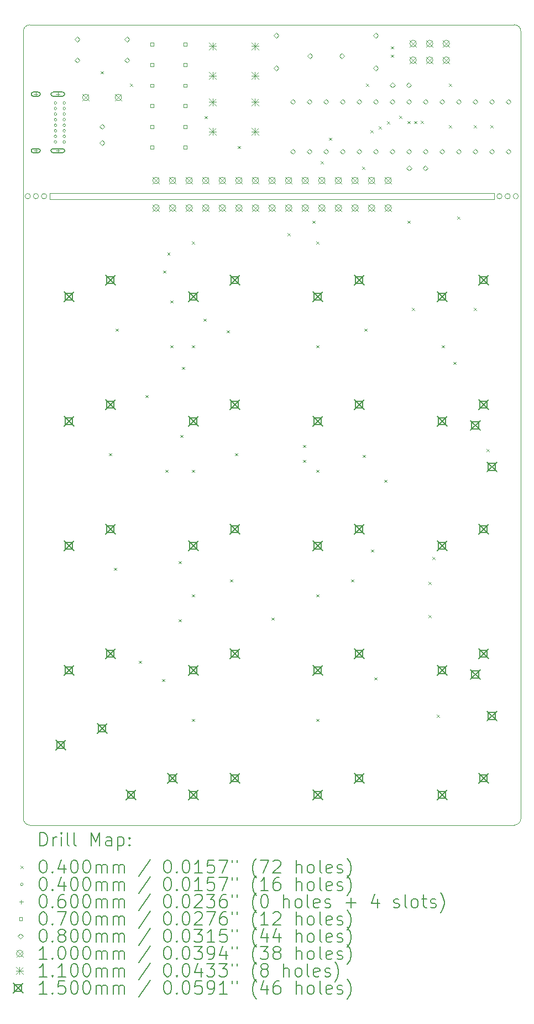
<source format=gbr>
%TF.GenerationSoftware,KiCad,Pcbnew,7.0.6*%
%TF.CreationDate,2024-02-22T13:24:55-05:00*%
%TF.ProjectId,20Key_macropad,32304b65-795f-46d6-9163-726f7061642e,rev?*%
%TF.SameCoordinates,Original*%
%TF.FileFunction,Drillmap*%
%TF.FilePolarity,Positive*%
%FSLAX45Y45*%
G04 Gerber Fmt 4.5, Leading zero omitted, Abs format (unit mm)*
G04 Created by KiCad (PCBNEW 7.0.6) date 2024-02-22 13:24:55*
%MOMM*%
%LPD*%
G01*
G04 APERTURE LIST*
%ADD10C,0.100000*%
%ADD11C,0.200000*%
%ADD12C,0.040000*%
%ADD13C,0.060000*%
%ADD14C,0.070000*%
%ADD15C,0.080000*%
%ADD16C,0.110000*%
%ADD17C,0.150000*%
G04 APERTURE END LIST*
D10*
X17420000Y-5923000D02*
G75*
G03*
X17420000Y-5923000I-40000J0D01*
G01*
X10320000Y-5923000D02*
G75*
G03*
X10320000Y-5923000I-40000J0D01*
G01*
X17670000Y-5923000D02*
G75*
G03*
X17670000Y-5923000I-40000J0D01*
G01*
X10187500Y-3300500D02*
X17607500Y-3300500D01*
X17607500Y-15541500D02*
G75*
G03*
X17707500Y-15441500I0J100000D01*
G01*
X10195000Y-5923000D02*
G75*
G03*
X10195000Y-5923000I-40000J0D01*
G01*
X10491900Y-5873000D02*
X17297500Y-5873000D01*
X17297500Y-5973000D01*
X10491900Y-5973000D01*
X10491900Y-5873000D01*
X17707500Y-3400500D02*
G75*
G03*
X17607500Y-3300500I-100000J0D01*
G01*
X10087500Y-15441500D02*
X10087500Y-3400500D01*
X10445000Y-5923000D02*
G75*
G03*
X10445000Y-5923000I-40000J0D01*
G01*
X17707500Y-3400500D02*
X17707500Y-15441500D01*
X10187500Y-3300500D02*
G75*
G03*
X10087500Y-3400500I0J-100000D01*
G01*
X17545000Y-5923000D02*
G75*
G03*
X17545000Y-5923000I-40000J0D01*
G01*
X17607500Y-15541500D02*
X10187500Y-15541500D01*
X10087500Y-15441500D02*
G75*
G03*
X10187500Y-15541500I100000J0D01*
G01*
D11*
D12*
X11274000Y-4012000D02*
X11314000Y-4052000D01*
X11314000Y-4012000D02*
X11274000Y-4052000D01*
X11401000Y-9854000D02*
X11441000Y-9894000D01*
X11441000Y-9854000D02*
X11401000Y-9894000D01*
X11477200Y-11606600D02*
X11517200Y-11646600D01*
X11517200Y-11606600D02*
X11477200Y-11646600D01*
X11502600Y-7949000D02*
X11542600Y-7989000D01*
X11542600Y-7949000D02*
X11502600Y-7989000D01*
X11718500Y-4202500D02*
X11758500Y-4242500D01*
X11758500Y-4202500D02*
X11718500Y-4242500D01*
X11858200Y-13029000D02*
X11898200Y-13069000D01*
X11898200Y-13029000D02*
X11858200Y-13069000D01*
X11959800Y-8965000D02*
X11999800Y-9005000D01*
X11999800Y-8965000D02*
X11959800Y-9005000D01*
X12213800Y-13308400D02*
X12253800Y-13348400D01*
X12253800Y-13308400D02*
X12213800Y-13348400D01*
X12226500Y-7060000D02*
X12266500Y-7100000D01*
X12266500Y-7060000D02*
X12226500Y-7100000D01*
X12264600Y-10108000D02*
X12304600Y-10148000D01*
X12304600Y-10108000D02*
X12264600Y-10148000D01*
X12291849Y-6782449D02*
X12331849Y-6822449D01*
X12331849Y-6782449D02*
X12291849Y-6822449D01*
X12340800Y-7517200D02*
X12380800Y-7557200D01*
X12380800Y-7517200D02*
X12340800Y-7557200D01*
X12340800Y-8203000D02*
X12380800Y-8243000D01*
X12380800Y-8203000D02*
X12340800Y-8243000D01*
X12467800Y-11505000D02*
X12507800Y-11545000D01*
X12507800Y-11505000D02*
X12467800Y-11545000D01*
X12467800Y-12394000D02*
X12507800Y-12434000D01*
X12507800Y-12394000D02*
X12467800Y-12434000D01*
X12493200Y-9574600D02*
X12533200Y-9614600D01*
X12533200Y-9574600D02*
X12493200Y-9614600D01*
X12518600Y-8533200D02*
X12558600Y-8573200D01*
X12558600Y-8533200D02*
X12518600Y-8573200D01*
X12671000Y-6615500D02*
X12711000Y-6655500D01*
X12711000Y-6615500D02*
X12671000Y-6655500D01*
X12671000Y-8203000D02*
X12711000Y-8243000D01*
X12711000Y-8203000D02*
X12671000Y-8243000D01*
X12671000Y-10108000D02*
X12711000Y-10148000D01*
X12711000Y-10108000D02*
X12671000Y-10148000D01*
X12671000Y-12013000D02*
X12711000Y-12053000D01*
X12711000Y-12013000D02*
X12671000Y-12053000D01*
X12671000Y-13918000D02*
X12711000Y-13958000D01*
X12711000Y-13918000D02*
X12671000Y-13958000D01*
X12848800Y-7796600D02*
X12888800Y-7836600D01*
X12888800Y-7796600D02*
X12848800Y-7836600D01*
X12861500Y-4697550D02*
X12901500Y-4737550D01*
X12901500Y-4697550D02*
X12861500Y-4737550D01*
X13204400Y-7974400D02*
X13244400Y-8014400D01*
X13244400Y-7974400D02*
X13204400Y-8014400D01*
X13255200Y-11784400D02*
X13295200Y-11824400D01*
X13295200Y-11784400D02*
X13255200Y-11824400D01*
X13331400Y-9854000D02*
X13371400Y-9894000D01*
X13371400Y-9854000D02*
X13331400Y-9894000D01*
X13369500Y-5155000D02*
X13409500Y-5195000D01*
X13409500Y-5155000D02*
X13369500Y-5195000D01*
X13890200Y-12368600D02*
X13930200Y-12408600D01*
X13930200Y-12368600D02*
X13890200Y-12408600D01*
X14131500Y-6488500D02*
X14171500Y-6528500D01*
X14171500Y-6488500D02*
X14131500Y-6528500D01*
X14372800Y-9727000D02*
X14412800Y-9767000D01*
X14412800Y-9727000D02*
X14372800Y-9767000D01*
X14372800Y-9955600D02*
X14412800Y-9995600D01*
X14412800Y-9955600D02*
X14372800Y-9995600D01*
X14512500Y-6298000D02*
X14552500Y-6338000D01*
X14552500Y-6298000D02*
X14512500Y-6338000D01*
X14576000Y-6615500D02*
X14616000Y-6655500D01*
X14616000Y-6615500D02*
X14576000Y-6655500D01*
X14576000Y-8203000D02*
X14616000Y-8243000D01*
X14616000Y-8203000D02*
X14576000Y-8243000D01*
X14576000Y-10108000D02*
X14616000Y-10148000D01*
X14616000Y-10108000D02*
X14576000Y-10148000D01*
X14576000Y-12013000D02*
X14616000Y-12053000D01*
X14616000Y-12013000D02*
X14576000Y-12053000D01*
X14576000Y-13918000D02*
X14616000Y-13958000D01*
X14616000Y-13918000D02*
X14576000Y-13958000D01*
X14639500Y-5387550D02*
X14679500Y-5427550D01*
X14679500Y-5387550D02*
X14639500Y-5427550D01*
X14766500Y-5028000D02*
X14806500Y-5068000D01*
X14806500Y-5028000D02*
X14766500Y-5068000D01*
X15109400Y-11784400D02*
X15149400Y-11824400D01*
X15149400Y-11784400D02*
X15109400Y-11824400D01*
X15274500Y-5472500D02*
X15314500Y-5512500D01*
X15314500Y-5472500D02*
X15274500Y-5512500D01*
X15287200Y-9879400D02*
X15327200Y-9919400D01*
X15327200Y-9879400D02*
X15287200Y-9919400D01*
X15312600Y-7949000D02*
X15352600Y-7989000D01*
X15352600Y-7949000D02*
X15312600Y-7989000D01*
X15338000Y-4202500D02*
X15378000Y-4242500D01*
X15378000Y-4202500D02*
X15338000Y-4242500D01*
X15401500Y-4909950D02*
X15441500Y-4949950D01*
X15441500Y-4909950D02*
X15401500Y-4949950D01*
X15414200Y-11327200D02*
X15454200Y-11367200D01*
X15454200Y-11327200D02*
X15414200Y-11367200D01*
X15465000Y-13283000D02*
X15505000Y-13323000D01*
X15505000Y-13283000D02*
X15465000Y-13323000D01*
X15528500Y-4850850D02*
X15568500Y-4890850D01*
X15568500Y-4850850D02*
X15528500Y-4890850D01*
X15617400Y-10260400D02*
X15657400Y-10300400D01*
X15657400Y-10260400D02*
X15617400Y-10300400D01*
X15655500Y-4778400D02*
X15695500Y-4818400D01*
X15695500Y-4778400D02*
X15655500Y-4818400D01*
X15719000Y-3631000D02*
X15759000Y-3671000D01*
X15759000Y-3631000D02*
X15719000Y-3671000D01*
X15719000Y-3758000D02*
X15759000Y-3798000D01*
X15759000Y-3758000D02*
X15719000Y-3798000D01*
X15846000Y-4693450D02*
X15886000Y-4733450D01*
X15886000Y-4693450D02*
X15846000Y-4733450D01*
X15973000Y-4774000D02*
X16013000Y-4814000D01*
X16013000Y-4774000D02*
X15973000Y-4814000D01*
X15973000Y-6298000D02*
X16013000Y-6338000D01*
X16013000Y-6298000D02*
X15973000Y-6338000D01*
X16036500Y-7631500D02*
X16076500Y-7671500D01*
X16076500Y-7631500D02*
X16036500Y-7671500D01*
X16074205Y-4772745D02*
X16114205Y-4812745D01*
X16114205Y-4772745D02*
X16074205Y-4812745D01*
X16173966Y-4766589D02*
X16213966Y-4806589D01*
X16213966Y-4766589D02*
X16173966Y-4806589D01*
X16290500Y-11822500D02*
X16330500Y-11862500D01*
X16330500Y-11822500D02*
X16290500Y-11862500D01*
X16290500Y-12330500D02*
X16330500Y-12370500D01*
X16330500Y-12330500D02*
X16290500Y-12370500D01*
X16354000Y-11441500D02*
X16394000Y-11481500D01*
X16394000Y-11441500D02*
X16354000Y-11481500D01*
X16417500Y-13854500D02*
X16457500Y-13894500D01*
X16457500Y-13854500D02*
X16417500Y-13894500D01*
X16494424Y-8203000D02*
X16534424Y-8243000D01*
X16534424Y-8203000D02*
X16494424Y-8243000D01*
X16608000Y-4202500D02*
X16648000Y-4242500D01*
X16648000Y-4202500D02*
X16608000Y-4242500D01*
X16608000Y-4837500D02*
X16648000Y-4877500D01*
X16648000Y-4837500D02*
X16608000Y-4877500D01*
X16671500Y-8457000D02*
X16711500Y-8497000D01*
X16711500Y-8457000D02*
X16671500Y-8497000D01*
X16735000Y-6234500D02*
X16775000Y-6274500D01*
X16775000Y-6234500D02*
X16735000Y-6274500D01*
X16989000Y-4837500D02*
X17029000Y-4877500D01*
X17029000Y-4837500D02*
X16989000Y-4877500D01*
X16989000Y-7631500D02*
X17029000Y-7671500D01*
X17029000Y-7631500D02*
X16989000Y-7671500D01*
X17179500Y-9790500D02*
X17219500Y-9830500D01*
X17219500Y-9790500D02*
X17179500Y-9830500D01*
X17243000Y-4837500D02*
X17283000Y-4877500D01*
X17283000Y-4837500D02*
X17243000Y-4877500D01*
X10599000Y-4496500D02*
G75*
G03*
X10599000Y-4496500I-20000J0D01*
G01*
X10599000Y-4581500D02*
G75*
G03*
X10599000Y-4581500I-20000J0D01*
G01*
X10599000Y-4666500D02*
G75*
G03*
X10599000Y-4666500I-20000J0D01*
G01*
X10599000Y-4751500D02*
G75*
G03*
X10599000Y-4751500I-20000J0D01*
G01*
X10599000Y-4836500D02*
G75*
G03*
X10599000Y-4836500I-20000J0D01*
G01*
X10599000Y-4921500D02*
G75*
G03*
X10599000Y-4921500I-20000J0D01*
G01*
X10599000Y-5006500D02*
G75*
G03*
X10599000Y-5006500I-20000J0D01*
G01*
X10599000Y-5091500D02*
G75*
G03*
X10599000Y-5091500I-20000J0D01*
G01*
X10734000Y-4496500D02*
G75*
G03*
X10734000Y-4496500I-20000J0D01*
G01*
X10734000Y-4581500D02*
G75*
G03*
X10734000Y-4581500I-20000J0D01*
G01*
X10734000Y-4666500D02*
G75*
G03*
X10734000Y-4666500I-20000J0D01*
G01*
X10734000Y-4751500D02*
G75*
G03*
X10734000Y-4751500I-20000J0D01*
G01*
X10734000Y-4836500D02*
G75*
G03*
X10734000Y-4836500I-20000J0D01*
G01*
X10734000Y-4921500D02*
G75*
G03*
X10734000Y-4921500I-20000J0D01*
G01*
X10734000Y-5006500D02*
G75*
G03*
X10734000Y-5006500I-20000J0D01*
G01*
X10734000Y-5091500D02*
G75*
G03*
X10734000Y-5091500I-20000J0D01*
G01*
D13*
X10278000Y-4331500D02*
X10278000Y-4391500D01*
X10248000Y-4361500D02*
X10308000Y-4361500D01*
D11*
X10318000Y-4331500D02*
X10238000Y-4331500D01*
X10238000Y-4331500D02*
G75*
G03*
X10238000Y-4391500I0J-30000D01*
G01*
X10238000Y-4391500D02*
X10318000Y-4391500D01*
X10318000Y-4391500D02*
G75*
G03*
X10318000Y-4331500I0J30000D01*
G01*
D13*
X10278000Y-5196500D02*
X10278000Y-5256500D01*
X10248000Y-5226500D02*
X10308000Y-5226500D01*
D11*
X10318000Y-5196500D02*
X10238000Y-5196500D01*
X10238000Y-5196500D02*
G75*
G03*
X10238000Y-5256500I0J-30000D01*
G01*
X10238000Y-5256500D02*
X10318000Y-5256500D01*
X10318000Y-5256500D02*
G75*
G03*
X10318000Y-5196500I0J30000D01*
G01*
D13*
X10616000Y-4331500D02*
X10616000Y-4391500D01*
X10586000Y-4361500D02*
X10646000Y-4361500D01*
D11*
X10691000Y-4331500D02*
X10541000Y-4331500D01*
X10541000Y-4331500D02*
G75*
G03*
X10541000Y-4391500I0J-30000D01*
G01*
X10541000Y-4391500D02*
X10691000Y-4391500D01*
X10691000Y-4391500D02*
G75*
G03*
X10691000Y-4331500I0J30000D01*
G01*
D13*
X10616000Y-5196500D02*
X10616000Y-5256500D01*
X10586000Y-5226500D02*
X10646000Y-5226500D01*
D11*
X10691000Y-5196500D02*
X10541000Y-5196500D01*
X10541000Y-5196500D02*
G75*
G03*
X10541000Y-5256500I0J-30000D01*
G01*
X10541000Y-5256500D02*
X10691000Y-5256500D01*
X10691000Y-5256500D02*
G75*
G03*
X10691000Y-5196500I0J30000D01*
G01*
D14*
X12080749Y-3624749D02*
X12080749Y-3575251D01*
X12031251Y-3575251D01*
X12031251Y-3624749D01*
X12080749Y-3624749D01*
X12080749Y-3939749D02*
X12080749Y-3890251D01*
X12031251Y-3890251D01*
X12031251Y-3939749D01*
X12080749Y-3939749D01*
X12080749Y-4254749D02*
X12080749Y-4205251D01*
X12031251Y-4205251D01*
X12031251Y-4254749D01*
X12080749Y-4254749D01*
X12080749Y-4564749D02*
X12080749Y-4515251D01*
X12031251Y-4515251D01*
X12031251Y-4564749D01*
X12080749Y-4564749D01*
X12080749Y-4884749D02*
X12080749Y-4835251D01*
X12031251Y-4835251D01*
X12031251Y-4884749D01*
X12080749Y-4884749D01*
X12080749Y-5199749D02*
X12080749Y-5150251D01*
X12031251Y-5150251D01*
X12031251Y-5199749D01*
X12080749Y-5199749D01*
X12588749Y-3624749D02*
X12588749Y-3575251D01*
X12539251Y-3575251D01*
X12539251Y-3624749D01*
X12588749Y-3624749D01*
X12588749Y-3939749D02*
X12588749Y-3890251D01*
X12539251Y-3890251D01*
X12539251Y-3939749D01*
X12588749Y-3939749D01*
X12588749Y-4254749D02*
X12588749Y-4205251D01*
X12539251Y-4205251D01*
X12539251Y-4254749D01*
X12588749Y-4254749D01*
X12588749Y-4564749D02*
X12588749Y-4515251D01*
X12539251Y-4515251D01*
X12539251Y-4564749D01*
X12588749Y-4564749D01*
X12588749Y-4884749D02*
X12588749Y-4835251D01*
X12539251Y-4835251D01*
X12539251Y-4884749D01*
X12588749Y-4884749D01*
X12588749Y-5199749D02*
X12588749Y-5150251D01*
X12539251Y-5150251D01*
X12539251Y-5199749D01*
X12588749Y-5199749D01*
D15*
X10913000Y-3564000D02*
X10953000Y-3524000D01*
X10913000Y-3484000D01*
X10873000Y-3524000D01*
X10913000Y-3564000D01*
X10913000Y-3881500D02*
X10953000Y-3841500D01*
X10913000Y-3801500D01*
X10873000Y-3841500D01*
X10913000Y-3881500D01*
X11294000Y-4897500D02*
X11334000Y-4857500D01*
X11294000Y-4817500D01*
X11254000Y-4857500D01*
X11294000Y-4897500D01*
X11294000Y-5147500D02*
X11334000Y-5107500D01*
X11294000Y-5067500D01*
X11254000Y-5107500D01*
X11294000Y-5147500D01*
X11675000Y-3564000D02*
X11715000Y-3524000D01*
X11675000Y-3484000D01*
X11635000Y-3524000D01*
X11675000Y-3564000D01*
X11675000Y-3881500D02*
X11715000Y-3841500D01*
X11675000Y-3801500D01*
X11635000Y-3841500D01*
X11675000Y-3881500D01*
X13961000Y-3504500D02*
X14001000Y-3464500D01*
X13961000Y-3424500D01*
X13921000Y-3464500D01*
X13961000Y-3504500D01*
X13961000Y-4004500D02*
X14001000Y-3964500D01*
X13961000Y-3924500D01*
X13921000Y-3964500D01*
X13961000Y-4004500D01*
X14214000Y-4516500D02*
X14254000Y-4476500D01*
X14214000Y-4436500D01*
X14174000Y-4476500D01*
X14214000Y-4516500D01*
X14214000Y-5278500D02*
X14254000Y-5238500D01*
X14214000Y-5198500D01*
X14174000Y-5238500D01*
X14214000Y-5278500D01*
X14468000Y-4516500D02*
X14508000Y-4476500D01*
X14468000Y-4436500D01*
X14428000Y-4476500D01*
X14468000Y-4516500D01*
X14468000Y-5278500D02*
X14508000Y-5238500D01*
X14468000Y-5198500D01*
X14428000Y-5238500D01*
X14468000Y-5278500D01*
X14478000Y-3818000D02*
X14518000Y-3778000D01*
X14478000Y-3738000D01*
X14438000Y-3778000D01*
X14478000Y-3818000D01*
X14722000Y-4516500D02*
X14762000Y-4476500D01*
X14722000Y-4436500D01*
X14682000Y-4476500D01*
X14722000Y-4516500D01*
X14722000Y-5278500D02*
X14762000Y-5238500D01*
X14722000Y-5198500D01*
X14682000Y-5238500D01*
X14722000Y-5278500D01*
X14966000Y-3818000D02*
X15006000Y-3778000D01*
X14966000Y-3738000D01*
X14926000Y-3778000D01*
X14966000Y-3818000D01*
X14976000Y-4516500D02*
X15016000Y-4476500D01*
X14976000Y-4436500D01*
X14936000Y-4476500D01*
X14976000Y-4516500D01*
X14976000Y-5278500D02*
X15016000Y-5238500D01*
X14976000Y-5198500D01*
X14936000Y-5238500D01*
X14976000Y-5278500D01*
X15230000Y-4516500D02*
X15270000Y-4476500D01*
X15230000Y-4436500D01*
X15190000Y-4476500D01*
X15230000Y-4516500D01*
X15230000Y-5278500D02*
X15270000Y-5238500D01*
X15230000Y-5198500D01*
X15190000Y-5238500D01*
X15230000Y-5278500D01*
X15484000Y-4516500D02*
X15524000Y-4476500D01*
X15484000Y-4436500D01*
X15444000Y-4476500D01*
X15484000Y-4516500D01*
X15484000Y-5278500D02*
X15524000Y-5238500D01*
X15484000Y-5198500D01*
X15444000Y-5238500D01*
X15484000Y-5278500D01*
X15485000Y-3504500D02*
X15525000Y-3464500D01*
X15485000Y-3424500D01*
X15445000Y-3464500D01*
X15485000Y-3504500D01*
X15485000Y-4004500D02*
X15525000Y-3964500D01*
X15485000Y-3924500D01*
X15445000Y-3964500D01*
X15485000Y-4004500D01*
X15738000Y-4516500D02*
X15778000Y-4476500D01*
X15738000Y-4436500D01*
X15698000Y-4476500D01*
X15738000Y-4516500D01*
X15738000Y-5278500D02*
X15778000Y-5238500D01*
X15738000Y-5198500D01*
X15698000Y-5238500D01*
X15738000Y-5278500D01*
X15741000Y-4262500D02*
X15781000Y-4222500D01*
X15741000Y-4182500D01*
X15701000Y-4222500D01*
X15741000Y-4262500D01*
X15991000Y-4262500D02*
X16031000Y-4222500D01*
X15991000Y-4182500D01*
X15951000Y-4222500D01*
X15991000Y-4262500D01*
X15992000Y-4516500D02*
X16032000Y-4476500D01*
X15992000Y-4436500D01*
X15952000Y-4476500D01*
X15992000Y-4516500D01*
X15992000Y-5278500D02*
X16032000Y-5238500D01*
X15992000Y-5198500D01*
X15952000Y-5238500D01*
X15992000Y-5278500D01*
X15995000Y-5532500D02*
X16035000Y-5492500D01*
X15995000Y-5452500D01*
X15955000Y-5492500D01*
X15995000Y-5532500D01*
X16245000Y-5532500D02*
X16285000Y-5492500D01*
X16245000Y-5452500D01*
X16205000Y-5492500D01*
X16245000Y-5532500D01*
X16246000Y-4516500D02*
X16286000Y-4476500D01*
X16246000Y-4436500D01*
X16206000Y-4476500D01*
X16246000Y-4516500D01*
X16246000Y-5278500D02*
X16286000Y-5238500D01*
X16246000Y-5198500D01*
X16206000Y-5238500D01*
X16246000Y-5278500D01*
X16500000Y-4516500D02*
X16540000Y-4476500D01*
X16500000Y-4436500D01*
X16460000Y-4476500D01*
X16500000Y-4516500D01*
X16500000Y-5278500D02*
X16540000Y-5238500D01*
X16500000Y-5198500D01*
X16460000Y-5238500D01*
X16500000Y-5278500D01*
X16754000Y-4516500D02*
X16794000Y-4476500D01*
X16754000Y-4436500D01*
X16714000Y-4476500D01*
X16754000Y-4516500D01*
X16754000Y-5278500D02*
X16794000Y-5238500D01*
X16754000Y-5198500D01*
X16714000Y-5238500D01*
X16754000Y-5278500D01*
X17008000Y-4516500D02*
X17048000Y-4476500D01*
X17008000Y-4436500D01*
X16968000Y-4476500D01*
X17008000Y-4516500D01*
X17008000Y-5278500D02*
X17048000Y-5238500D01*
X17008000Y-5198500D01*
X16968000Y-5238500D01*
X17008000Y-5278500D01*
X17262000Y-4516500D02*
X17302000Y-4476500D01*
X17262000Y-4436500D01*
X17222000Y-4476500D01*
X17262000Y-4516500D01*
X17262000Y-5278500D02*
X17302000Y-5238500D01*
X17262000Y-5198500D01*
X17222000Y-5238500D01*
X17262000Y-5278500D01*
X17516000Y-4516500D02*
X17556000Y-4476500D01*
X17516000Y-4436500D01*
X17476000Y-4476500D01*
X17516000Y-4516500D01*
X17516000Y-5278500D02*
X17556000Y-5238500D01*
X17516000Y-5198500D01*
X17476000Y-5238500D01*
X17516000Y-5278500D01*
D10*
X10994000Y-4363000D02*
X11094000Y-4463000D01*
X11094000Y-4363000D02*
X10994000Y-4463000D01*
X11094000Y-4413000D02*
G75*
G03*
X11094000Y-4413000I-50000J0D01*
G01*
X11494000Y-4363000D02*
X11594000Y-4463000D01*
X11594000Y-4363000D02*
X11494000Y-4463000D01*
X11594000Y-4413000D02*
G75*
G03*
X11594000Y-4413000I-50000J0D01*
G01*
X12069500Y-5633000D02*
X12169500Y-5733000D01*
X12169500Y-5633000D02*
X12069500Y-5733000D01*
X12169500Y-5683000D02*
G75*
G03*
X12169500Y-5683000I-50000J0D01*
G01*
X12069500Y-6052100D02*
X12169500Y-6152100D01*
X12169500Y-6052100D02*
X12069500Y-6152100D01*
X12169500Y-6102100D02*
G75*
G03*
X12169500Y-6102100I-50000J0D01*
G01*
X12323500Y-5633000D02*
X12423500Y-5733000D01*
X12423500Y-5633000D02*
X12323500Y-5733000D01*
X12423500Y-5683000D02*
G75*
G03*
X12423500Y-5683000I-50000J0D01*
G01*
X12323500Y-6052100D02*
X12423500Y-6152100D01*
X12423500Y-6052100D02*
X12323500Y-6152100D01*
X12423500Y-6102100D02*
G75*
G03*
X12423500Y-6102100I-50000J0D01*
G01*
X12577500Y-5633000D02*
X12677500Y-5733000D01*
X12677500Y-5633000D02*
X12577500Y-5733000D01*
X12677500Y-5683000D02*
G75*
G03*
X12677500Y-5683000I-50000J0D01*
G01*
X12577500Y-6052100D02*
X12677500Y-6152100D01*
X12677500Y-6052100D02*
X12577500Y-6152100D01*
X12677500Y-6102100D02*
G75*
G03*
X12677500Y-6102100I-50000J0D01*
G01*
X12831500Y-5633000D02*
X12931500Y-5733000D01*
X12931500Y-5633000D02*
X12831500Y-5733000D01*
X12931500Y-5683000D02*
G75*
G03*
X12931500Y-5683000I-50000J0D01*
G01*
X12831500Y-6052100D02*
X12931500Y-6152100D01*
X12931500Y-6052100D02*
X12831500Y-6152100D01*
X12931500Y-6102100D02*
G75*
G03*
X12931500Y-6102100I-50000J0D01*
G01*
X13085500Y-5633000D02*
X13185500Y-5733000D01*
X13185500Y-5633000D02*
X13085500Y-5733000D01*
X13185500Y-5683000D02*
G75*
G03*
X13185500Y-5683000I-50000J0D01*
G01*
X13085500Y-6052100D02*
X13185500Y-6152100D01*
X13185500Y-6052100D02*
X13085500Y-6152100D01*
X13185500Y-6102100D02*
G75*
G03*
X13185500Y-6102100I-50000J0D01*
G01*
X13339500Y-5633000D02*
X13439500Y-5733000D01*
X13439500Y-5633000D02*
X13339500Y-5733000D01*
X13439500Y-5683000D02*
G75*
G03*
X13439500Y-5683000I-50000J0D01*
G01*
X13339500Y-6052100D02*
X13439500Y-6152100D01*
X13439500Y-6052100D02*
X13339500Y-6152100D01*
X13439500Y-6102100D02*
G75*
G03*
X13439500Y-6102100I-50000J0D01*
G01*
X13593500Y-5633000D02*
X13693500Y-5733000D01*
X13693500Y-5633000D02*
X13593500Y-5733000D01*
X13693500Y-5683000D02*
G75*
G03*
X13693500Y-5683000I-50000J0D01*
G01*
X13593500Y-6052100D02*
X13693500Y-6152100D01*
X13693500Y-6052100D02*
X13593500Y-6152100D01*
X13693500Y-6102100D02*
G75*
G03*
X13693500Y-6102100I-50000J0D01*
G01*
X13847500Y-5633000D02*
X13947500Y-5733000D01*
X13947500Y-5633000D02*
X13847500Y-5733000D01*
X13947500Y-5683000D02*
G75*
G03*
X13947500Y-5683000I-50000J0D01*
G01*
X13847500Y-6052100D02*
X13947500Y-6152100D01*
X13947500Y-6052100D02*
X13847500Y-6152100D01*
X13947500Y-6102100D02*
G75*
G03*
X13947500Y-6102100I-50000J0D01*
G01*
X14101500Y-5633000D02*
X14201500Y-5733000D01*
X14201500Y-5633000D02*
X14101500Y-5733000D01*
X14201500Y-5683000D02*
G75*
G03*
X14201500Y-5683000I-50000J0D01*
G01*
X14101500Y-6052100D02*
X14201500Y-6152100D01*
X14201500Y-6052100D02*
X14101500Y-6152100D01*
X14201500Y-6102100D02*
G75*
G03*
X14201500Y-6102100I-50000J0D01*
G01*
X14355500Y-5633000D02*
X14455500Y-5733000D01*
X14455500Y-5633000D02*
X14355500Y-5733000D01*
X14455500Y-5683000D02*
G75*
G03*
X14455500Y-5683000I-50000J0D01*
G01*
X14355500Y-6052100D02*
X14455500Y-6152100D01*
X14455500Y-6052100D02*
X14355500Y-6152100D01*
X14455500Y-6102100D02*
G75*
G03*
X14455500Y-6102100I-50000J0D01*
G01*
X14609500Y-5633000D02*
X14709500Y-5733000D01*
X14709500Y-5633000D02*
X14609500Y-5733000D01*
X14709500Y-5683000D02*
G75*
G03*
X14709500Y-5683000I-50000J0D01*
G01*
X14609500Y-6052100D02*
X14709500Y-6152100D01*
X14709500Y-6052100D02*
X14609500Y-6152100D01*
X14709500Y-6102100D02*
G75*
G03*
X14709500Y-6102100I-50000J0D01*
G01*
X14863500Y-5633000D02*
X14963500Y-5733000D01*
X14963500Y-5633000D02*
X14863500Y-5733000D01*
X14963500Y-5683000D02*
G75*
G03*
X14963500Y-5683000I-50000J0D01*
G01*
X14863500Y-6052100D02*
X14963500Y-6152100D01*
X14963500Y-6052100D02*
X14863500Y-6152100D01*
X14963500Y-6102100D02*
G75*
G03*
X14963500Y-6102100I-50000J0D01*
G01*
X15117500Y-5633000D02*
X15217500Y-5733000D01*
X15217500Y-5633000D02*
X15117500Y-5733000D01*
X15217500Y-5683000D02*
G75*
G03*
X15217500Y-5683000I-50000J0D01*
G01*
X15117500Y-6052100D02*
X15217500Y-6152100D01*
X15217500Y-6052100D02*
X15117500Y-6152100D01*
X15217500Y-6102100D02*
G75*
G03*
X15217500Y-6102100I-50000J0D01*
G01*
X15371500Y-5633000D02*
X15471500Y-5733000D01*
X15471500Y-5633000D02*
X15371500Y-5733000D01*
X15471500Y-5683000D02*
G75*
G03*
X15471500Y-5683000I-50000J0D01*
G01*
X15371500Y-6052100D02*
X15471500Y-6152100D01*
X15471500Y-6052100D02*
X15371500Y-6152100D01*
X15471500Y-6102100D02*
G75*
G03*
X15471500Y-6102100I-50000J0D01*
G01*
X15625500Y-5633000D02*
X15725500Y-5733000D01*
X15725500Y-5633000D02*
X15625500Y-5733000D01*
X15725500Y-5683000D02*
G75*
G03*
X15725500Y-5683000I-50000J0D01*
G01*
X15625500Y-6052100D02*
X15725500Y-6152100D01*
X15725500Y-6052100D02*
X15625500Y-6152100D01*
X15725500Y-6102100D02*
G75*
G03*
X15725500Y-6102100I-50000J0D01*
G01*
X16006500Y-3537500D02*
X16106500Y-3637500D01*
X16106500Y-3537500D02*
X16006500Y-3637500D01*
X16106500Y-3587500D02*
G75*
G03*
X16106500Y-3587500I-50000J0D01*
G01*
X16006500Y-3791500D02*
X16106500Y-3891500D01*
X16106500Y-3791500D02*
X16006500Y-3891500D01*
X16106500Y-3841500D02*
G75*
G03*
X16106500Y-3841500I-50000J0D01*
G01*
X16260500Y-3537500D02*
X16360500Y-3637500D01*
X16360500Y-3537500D02*
X16260500Y-3637500D01*
X16360500Y-3587500D02*
G75*
G03*
X16360500Y-3587500I-50000J0D01*
G01*
X16260500Y-3791500D02*
X16360500Y-3891500D01*
X16360500Y-3791500D02*
X16260500Y-3891500D01*
X16360500Y-3841500D02*
G75*
G03*
X16360500Y-3841500I-50000J0D01*
G01*
X16514500Y-3537500D02*
X16614500Y-3637500D01*
X16614500Y-3537500D02*
X16514500Y-3637500D01*
X16614500Y-3587500D02*
G75*
G03*
X16614500Y-3587500I-50000J0D01*
G01*
X16514500Y-3791500D02*
X16614500Y-3891500D01*
X16614500Y-3791500D02*
X16514500Y-3891500D01*
X16614500Y-3841500D02*
G75*
G03*
X16614500Y-3841500I-50000J0D01*
G01*
D16*
X12932105Y-3573387D02*
X13042105Y-3683387D01*
X13042105Y-3573387D02*
X12932105Y-3683387D01*
X12987105Y-3573387D02*
X12987105Y-3683387D01*
X12932105Y-3628387D02*
X13042105Y-3628387D01*
X12932105Y-4023387D02*
X13042105Y-4133387D01*
X13042105Y-4023387D02*
X12932105Y-4133387D01*
X12987105Y-4023387D02*
X12987105Y-4133387D01*
X12932105Y-4078387D02*
X13042105Y-4078387D01*
X12932105Y-4428387D02*
X13042105Y-4538387D01*
X13042105Y-4428387D02*
X12932105Y-4538387D01*
X12987105Y-4428387D02*
X12987105Y-4538387D01*
X12932105Y-4483387D02*
X13042105Y-4483387D01*
X12932105Y-4878387D02*
X13042105Y-4988387D01*
X13042105Y-4878387D02*
X12932105Y-4988387D01*
X12987105Y-4878387D02*
X12987105Y-4988387D01*
X12932105Y-4933387D02*
X13042105Y-4933387D01*
X13582105Y-3573387D02*
X13692105Y-3683387D01*
X13692105Y-3573387D02*
X13582105Y-3683387D01*
X13637105Y-3573387D02*
X13637105Y-3683387D01*
X13582105Y-3628387D02*
X13692105Y-3628387D01*
X13582105Y-4023387D02*
X13692105Y-4133387D01*
X13692105Y-4023387D02*
X13582105Y-4133387D01*
X13637105Y-4023387D02*
X13637105Y-4133387D01*
X13582105Y-4078387D02*
X13692105Y-4078387D01*
X13582105Y-4428387D02*
X13692105Y-4538387D01*
X13692105Y-4428387D02*
X13582105Y-4538387D01*
X13637105Y-4428387D02*
X13637105Y-4538387D01*
X13582105Y-4483387D02*
X13692105Y-4483387D01*
X13582105Y-4878387D02*
X13692105Y-4988387D01*
X13692105Y-4878387D02*
X13582105Y-4988387D01*
X13637105Y-4878387D02*
X13637105Y-4988387D01*
X13582105Y-4933387D02*
X13692105Y-4933387D01*
D17*
X10584000Y-14244000D02*
X10734000Y-14394000D01*
X10734000Y-14244000D02*
X10584000Y-14394000D01*
X10712034Y-14372033D02*
X10712034Y-14265966D01*
X10605967Y-14265966D01*
X10605967Y-14372033D01*
X10712034Y-14372033D01*
X10711000Y-7386000D02*
X10861000Y-7536000D01*
X10861000Y-7386000D02*
X10711000Y-7536000D01*
X10839034Y-7514033D02*
X10839034Y-7407966D01*
X10732967Y-7407966D01*
X10732967Y-7514033D01*
X10839034Y-7514033D01*
X10711000Y-9291000D02*
X10861000Y-9441000D01*
X10861000Y-9291000D02*
X10711000Y-9441000D01*
X10839034Y-9419034D02*
X10839034Y-9312967D01*
X10732967Y-9312967D01*
X10732967Y-9419034D01*
X10839034Y-9419034D01*
X10711000Y-11196000D02*
X10861000Y-11346000D01*
X10861000Y-11196000D02*
X10711000Y-11346000D01*
X10839034Y-11324033D02*
X10839034Y-11217966D01*
X10732967Y-11217966D01*
X10732967Y-11324033D01*
X10839034Y-11324033D01*
X10711000Y-13101000D02*
X10861000Y-13251000D01*
X10861000Y-13101000D02*
X10711000Y-13251000D01*
X10839034Y-13229033D02*
X10839034Y-13122966D01*
X10732967Y-13122966D01*
X10732967Y-13229033D01*
X10839034Y-13229033D01*
X11219000Y-13990000D02*
X11369000Y-14140000D01*
X11369000Y-13990000D02*
X11219000Y-14140000D01*
X11347033Y-14118033D02*
X11347033Y-14011966D01*
X11240966Y-14011966D01*
X11240966Y-14118033D01*
X11347033Y-14118033D01*
X11346000Y-7132000D02*
X11496000Y-7282000D01*
X11496000Y-7132000D02*
X11346000Y-7282000D01*
X11474033Y-7260033D02*
X11474033Y-7153966D01*
X11367966Y-7153966D01*
X11367966Y-7260033D01*
X11474033Y-7260033D01*
X11346000Y-9037000D02*
X11496000Y-9187000D01*
X11496000Y-9037000D02*
X11346000Y-9187000D01*
X11474033Y-9165034D02*
X11474033Y-9058967D01*
X11367966Y-9058967D01*
X11367966Y-9165034D01*
X11474033Y-9165034D01*
X11346000Y-10942000D02*
X11496000Y-11092000D01*
X11496000Y-10942000D02*
X11346000Y-11092000D01*
X11474033Y-11070034D02*
X11474033Y-10963967D01*
X11367966Y-10963967D01*
X11367966Y-11070034D01*
X11474033Y-11070034D01*
X11346000Y-12847000D02*
X11496000Y-12997000D01*
X11496000Y-12847000D02*
X11346000Y-12997000D01*
X11474033Y-12975033D02*
X11474033Y-12868966D01*
X11367966Y-12868966D01*
X11367966Y-12975033D01*
X11474033Y-12975033D01*
X11663500Y-15006000D02*
X11813500Y-15156000D01*
X11813500Y-15006000D02*
X11663500Y-15156000D01*
X11791533Y-15134033D02*
X11791533Y-15027966D01*
X11685466Y-15027966D01*
X11685466Y-15134033D01*
X11791533Y-15134033D01*
X12298500Y-14752000D02*
X12448500Y-14902000D01*
X12448500Y-14752000D02*
X12298500Y-14902000D01*
X12426533Y-14880033D02*
X12426533Y-14773966D01*
X12320466Y-14773966D01*
X12320466Y-14880033D01*
X12426533Y-14880033D01*
X12616000Y-7386000D02*
X12766000Y-7536000D01*
X12766000Y-7386000D02*
X12616000Y-7536000D01*
X12744033Y-7514033D02*
X12744033Y-7407966D01*
X12637966Y-7407966D01*
X12637966Y-7514033D01*
X12744033Y-7514033D01*
X12616000Y-9291000D02*
X12766000Y-9441000D01*
X12766000Y-9291000D02*
X12616000Y-9441000D01*
X12744033Y-9419034D02*
X12744033Y-9312967D01*
X12637966Y-9312967D01*
X12637966Y-9419034D01*
X12744033Y-9419034D01*
X12616000Y-11196000D02*
X12766000Y-11346000D01*
X12766000Y-11196000D02*
X12616000Y-11346000D01*
X12744033Y-11324033D02*
X12744033Y-11217966D01*
X12637966Y-11217966D01*
X12637966Y-11324033D01*
X12744033Y-11324033D01*
X12616000Y-13101000D02*
X12766000Y-13251000D01*
X12766000Y-13101000D02*
X12616000Y-13251000D01*
X12744033Y-13229033D02*
X12744033Y-13122966D01*
X12637966Y-13122966D01*
X12637966Y-13229033D01*
X12744033Y-13229033D01*
X12616000Y-15006000D02*
X12766000Y-15156000D01*
X12766000Y-15006000D02*
X12616000Y-15156000D01*
X12744033Y-15134033D02*
X12744033Y-15027966D01*
X12637966Y-15027966D01*
X12637966Y-15134033D01*
X12744033Y-15134033D01*
X13251000Y-7132000D02*
X13401000Y-7282000D01*
X13401000Y-7132000D02*
X13251000Y-7282000D01*
X13379033Y-7260033D02*
X13379033Y-7153966D01*
X13272966Y-7153966D01*
X13272966Y-7260033D01*
X13379033Y-7260033D01*
X13251000Y-9037000D02*
X13401000Y-9187000D01*
X13401000Y-9037000D02*
X13251000Y-9187000D01*
X13379033Y-9165034D02*
X13379033Y-9058967D01*
X13272966Y-9058967D01*
X13272966Y-9165034D01*
X13379033Y-9165034D01*
X13251000Y-10942000D02*
X13401000Y-11092000D01*
X13401000Y-10942000D02*
X13251000Y-11092000D01*
X13379033Y-11070034D02*
X13379033Y-10963967D01*
X13272966Y-10963967D01*
X13272966Y-11070034D01*
X13379033Y-11070034D01*
X13251000Y-12847000D02*
X13401000Y-12997000D01*
X13401000Y-12847000D02*
X13251000Y-12997000D01*
X13379033Y-12975033D02*
X13379033Y-12868966D01*
X13272966Y-12868966D01*
X13272966Y-12975033D01*
X13379033Y-12975033D01*
X13251000Y-14752000D02*
X13401000Y-14902000D01*
X13401000Y-14752000D02*
X13251000Y-14902000D01*
X13379033Y-14880033D02*
X13379033Y-14773966D01*
X13272966Y-14773966D01*
X13272966Y-14880033D01*
X13379033Y-14880033D01*
X14521000Y-7386000D02*
X14671000Y-7536000D01*
X14671000Y-7386000D02*
X14521000Y-7536000D01*
X14649033Y-7514033D02*
X14649033Y-7407966D01*
X14542966Y-7407966D01*
X14542966Y-7514033D01*
X14649033Y-7514033D01*
X14521000Y-9291000D02*
X14671000Y-9441000D01*
X14671000Y-9291000D02*
X14521000Y-9441000D01*
X14649033Y-9419034D02*
X14649033Y-9312967D01*
X14542966Y-9312967D01*
X14542966Y-9419034D01*
X14649033Y-9419034D01*
X14521000Y-11196000D02*
X14671000Y-11346000D01*
X14671000Y-11196000D02*
X14521000Y-11346000D01*
X14649033Y-11324033D02*
X14649033Y-11217966D01*
X14542966Y-11217966D01*
X14542966Y-11324033D01*
X14649033Y-11324033D01*
X14521000Y-13101000D02*
X14671000Y-13251000D01*
X14671000Y-13101000D02*
X14521000Y-13251000D01*
X14649033Y-13229033D02*
X14649033Y-13122966D01*
X14542966Y-13122966D01*
X14542966Y-13229033D01*
X14649033Y-13229033D01*
X14521000Y-15006000D02*
X14671000Y-15156000D01*
X14671000Y-15006000D02*
X14521000Y-15156000D01*
X14649033Y-15134033D02*
X14649033Y-15027966D01*
X14542966Y-15027966D01*
X14542966Y-15134033D01*
X14649033Y-15134033D01*
X15156000Y-7132000D02*
X15306000Y-7282000D01*
X15306000Y-7132000D02*
X15156000Y-7282000D01*
X15284033Y-7260033D02*
X15284033Y-7153966D01*
X15177966Y-7153966D01*
X15177966Y-7260033D01*
X15284033Y-7260033D01*
X15156000Y-9037000D02*
X15306000Y-9187000D01*
X15306000Y-9037000D02*
X15156000Y-9187000D01*
X15284033Y-9165034D02*
X15284033Y-9058967D01*
X15177966Y-9058967D01*
X15177966Y-9165034D01*
X15284033Y-9165034D01*
X15156000Y-10942000D02*
X15306000Y-11092000D01*
X15306000Y-10942000D02*
X15156000Y-11092000D01*
X15284033Y-11070034D02*
X15284033Y-10963967D01*
X15177966Y-10963967D01*
X15177966Y-11070034D01*
X15284033Y-11070034D01*
X15156000Y-12847000D02*
X15306000Y-12997000D01*
X15306000Y-12847000D02*
X15156000Y-12997000D01*
X15284033Y-12975033D02*
X15284033Y-12868966D01*
X15177966Y-12868966D01*
X15177966Y-12975033D01*
X15284033Y-12975033D01*
X15156000Y-14752000D02*
X15306000Y-14902000D01*
X15306000Y-14752000D02*
X15156000Y-14902000D01*
X15284033Y-14880033D02*
X15284033Y-14773966D01*
X15177966Y-14773966D01*
X15177966Y-14880033D01*
X15284033Y-14880033D01*
X16426000Y-7386000D02*
X16576000Y-7536000D01*
X16576000Y-7386000D02*
X16426000Y-7536000D01*
X16554033Y-7514033D02*
X16554033Y-7407966D01*
X16447966Y-7407966D01*
X16447966Y-7514033D01*
X16554033Y-7514033D01*
X16426000Y-9291000D02*
X16576000Y-9441000D01*
X16576000Y-9291000D02*
X16426000Y-9441000D01*
X16554033Y-9419034D02*
X16554033Y-9312967D01*
X16447966Y-9312967D01*
X16447966Y-9419034D01*
X16554033Y-9419034D01*
X16426000Y-11196000D02*
X16576000Y-11346000D01*
X16576000Y-11196000D02*
X16426000Y-11346000D01*
X16554033Y-11324033D02*
X16554033Y-11217966D01*
X16447966Y-11217966D01*
X16447966Y-11324033D01*
X16554033Y-11324033D01*
X16426000Y-13101000D02*
X16576000Y-13251000D01*
X16576000Y-13101000D02*
X16426000Y-13251000D01*
X16554033Y-13229033D02*
X16554033Y-13122966D01*
X16447966Y-13122966D01*
X16447966Y-13229033D01*
X16554033Y-13229033D01*
X16426000Y-15006000D02*
X16576000Y-15156000D01*
X16576000Y-15006000D02*
X16426000Y-15156000D01*
X16554033Y-15134033D02*
X16554033Y-15027966D01*
X16447966Y-15027966D01*
X16447966Y-15134033D01*
X16554033Y-15134033D01*
X16934000Y-9354500D02*
X17084000Y-9504500D01*
X17084000Y-9354500D02*
X16934000Y-9504500D01*
X17062034Y-9482534D02*
X17062034Y-9376467D01*
X16955967Y-9376467D01*
X16955967Y-9482534D01*
X17062034Y-9482534D01*
X16934000Y-13164500D02*
X17084000Y-13314500D01*
X17084000Y-13164500D02*
X16934000Y-13314500D01*
X17062034Y-13292533D02*
X17062034Y-13186466D01*
X16955967Y-13186466D01*
X16955967Y-13292533D01*
X17062034Y-13292533D01*
X17061000Y-7132000D02*
X17211000Y-7282000D01*
X17211000Y-7132000D02*
X17061000Y-7282000D01*
X17189034Y-7260033D02*
X17189034Y-7153966D01*
X17082967Y-7153966D01*
X17082967Y-7260033D01*
X17189034Y-7260033D01*
X17061000Y-9037000D02*
X17211000Y-9187000D01*
X17211000Y-9037000D02*
X17061000Y-9187000D01*
X17189034Y-9165034D02*
X17189034Y-9058967D01*
X17082967Y-9058967D01*
X17082967Y-9165034D01*
X17189034Y-9165034D01*
X17061000Y-10942000D02*
X17211000Y-11092000D01*
X17211000Y-10942000D02*
X17061000Y-11092000D01*
X17189034Y-11070034D02*
X17189034Y-10963967D01*
X17082967Y-10963967D01*
X17082967Y-11070034D01*
X17189034Y-11070034D01*
X17061000Y-12847000D02*
X17211000Y-12997000D01*
X17211000Y-12847000D02*
X17061000Y-12997000D01*
X17189034Y-12975033D02*
X17189034Y-12868966D01*
X17082967Y-12868966D01*
X17082967Y-12975033D01*
X17189034Y-12975033D01*
X17061000Y-14752000D02*
X17211000Y-14902000D01*
X17211000Y-14752000D02*
X17061000Y-14902000D01*
X17189034Y-14880033D02*
X17189034Y-14773966D01*
X17082967Y-14773966D01*
X17082967Y-14880033D01*
X17189034Y-14880033D01*
X17188000Y-9989500D02*
X17338000Y-10139500D01*
X17338000Y-9989500D02*
X17188000Y-10139500D01*
X17316034Y-10117534D02*
X17316034Y-10011467D01*
X17209967Y-10011467D01*
X17209967Y-10117534D01*
X17316034Y-10117534D01*
X17188000Y-13799500D02*
X17338000Y-13949500D01*
X17338000Y-13799500D02*
X17188000Y-13949500D01*
X17316034Y-13927533D02*
X17316034Y-13821466D01*
X17209967Y-13821466D01*
X17209967Y-13927533D01*
X17316034Y-13927533D01*
D11*
X10343277Y-15857984D02*
X10343277Y-15657984D01*
X10343277Y-15657984D02*
X10390896Y-15657984D01*
X10390896Y-15657984D02*
X10419467Y-15667508D01*
X10419467Y-15667508D02*
X10438515Y-15686555D01*
X10438515Y-15686555D02*
X10448039Y-15705603D01*
X10448039Y-15705603D02*
X10457563Y-15743698D01*
X10457563Y-15743698D02*
X10457563Y-15772269D01*
X10457563Y-15772269D02*
X10448039Y-15810365D01*
X10448039Y-15810365D02*
X10438515Y-15829412D01*
X10438515Y-15829412D02*
X10419467Y-15848460D01*
X10419467Y-15848460D02*
X10390896Y-15857984D01*
X10390896Y-15857984D02*
X10343277Y-15857984D01*
X10543277Y-15857984D02*
X10543277Y-15724650D01*
X10543277Y-15762746D02*
X10552801Y-15743698D01*
X10552801Y-15743698D02*
X10562324Y-15734174D01*
X10562324Y-15734174D02*
X10581372Y-15724650D01*
X10581372Y-15724650D02*
X10600420Y-15724650D01*
X10667086Y-15857984D02*
X10667086Y-15724650D01*
X10667086Y-15657984D02*
X10657563Y-15667508D01*
X10657563Y-15667508D02*
X10667086Y-15677031D01*
X10667086Y-15677031D02*
X10676610Y-15667508D01*
X10676610Y-15667508D02*
X10667086Y-15657984D01*
X10667086Y-15657984D02*
X10667086Y-15677031D01*
X10790896Y-15857984D02*
X10771848Y-15848460D01*
X10771848Y-15848460D02*
X10762324Y-15829412D01*
X10762324Y-15829412D02*
X10762324Y-15657984D01*
X10895658Y-15857984D02*
X10876610Y-15848460D01*
X10876610Y-15848460D02*
X10867086Y-15829412D01*
X10867086Y-15829412D02*
X10867086Y-15657984D01*
X11124229Y-15857984D02*
X11124229Y-15657984D01*
X11124229Y-15657984D02*
X11190896Y-15800841D01*
X11190896Y-15800841D02*
X11257562Y-15657984D01*
X11257562Y-15657984D02*
X11257562Y-15857984D01*
X11438515Y-15857984D02*
X11438515Y-15753222D01*
X11438515Y-15753222D02*
X11428991Y-15734174D01*
X11428991Y-15734174D02*
X11409943Y-15724650D01*
X11409943Y-15724650D02*
X11371848Y-15724650D01*
X11371848Y-15724650D02*
X11352801Y-15734174D01*
X11438515Y-15848460D02*
X11419467Y-15857984D01*
X11419467Y-15857984D02*
X11371848Y-15857984D01*
X11371848Y-15857984D02*
X11352801Y-15848460D01*
X11352801Y-15848460D02*
X11343277Y-15829412D01*
X11343277Y-15829412D02*
X11343277Y-15810365D01*
X11343277Y-15810365D02*
X11352801Y-15791317D01*
X11352801Y-15791317D02*
X11371848Y-15781793D01*
X11371848Y-15781793D02*
X11419467Y-15781793D01*
X11419467Y-15781793D02*
X11438515Y-15772269D01*
X11533753Y-15724650D02*
X11533753Y-15924650D01*
X11533753Y-15734174D02*
X11552801Y-15724650D01*
X11552801Y-15724650D02*
X11590896Y-15724650D01*
X11590896Y-15724650D02*
X11609943Y-15734174D01*
X11609943Y-15734174D02*
X11619467Y-15743698D01*
X11619467Y-15743698D02*
X11628991Y-15762746D01*
X11628991Y-15762746D02*
X11628991Y-15819888D01*
X11628991Y-15819888D02*
X11619467Y-15838936D01*
X11619467Y-15838936D02*
X11609943Y-15848460D01*
X11609943Y-15848460D02*
X11590896Y-15857984D01*
X11590896Y-15857984D02*
X11552801Y-15857984D01*
X11552801Y-15857984D02*
X11533753Y-15848460D01*
X11714705Y-15838936D02*
X11724229Y-15848460D01*
X11724229Y-15848460D02*
X11714705Y-15857984D01*
X11714705Y-15857984D02*
X11705182Y-15848460D01*
X11705182Y-15848460D02*
X11714705Y-15838936D01*
X11714705Y-15838936D02*
X11714705Y-15857984D01*
X11714705Y-15734174D02*
X11724229Y-15743698D01*
X11724229Y-15743698D02*
X11714705Y-15753222D01*
X11714705Y-15753222D02*
X11705182Y-15743698D01*
X11705182Y-15743698D02*
X11714705Y-15734174D01*
X11714705Y-15734174D02*
X11714705Y-15753222D01*
D12*
X10042500Y-16166500D02*
X10082500Y-16206500D01*
X10082500Y-16166500D02*
X10042500Y-16206500D01*
D11*
X10381372Y-16077984D02*
X10400420Y-16077984D01*
X10400420Y-16077984D02*
X10419467Y-16087508D01*
X10419467Y-16087508D02*
X10428991Y-16097031D01*
X10428991Y-16097031D02*
X10438515Y-16116079D01*
X10438515Y-16116079D02*
X10448039Y-16154174D01*
X10448039Y-16154174D02*
X10448039Y-16201793D01*
X10448039Y-16201793D02*
X10438515Y-16239888D01*
X10438515Y-16239888D02*
X10428991Y-16258936D01*
X10428991Y-16258936D02*
X10419467Y-16268460D01*
X10419467Y-16268460D02*
X10400420Y-16277984D01*
X10400420Y-16277984D02*
X10381372Y-16277984D01*
X10381372Y-16277984D02*
X10362324Y-16268460D01*
X10362324Y-16268460D02*
X10352801Y-16258936D01*
X10352801Y-16258936D02*
X10343277Y-16239888D01*
X10343277Y-16239888D02*
X10333753Y-16201793D01*
X10333753Y-16201793D02*
X10333753Y-16154174D01*
X10333753Y-16154174D02*
X10343277Y-16116079D01*
X10343277Y-16116079D02*
X10352801Y-16097031D01*
X10352801Y-16097031D02*
X10362324Y-16087508D01*
X10362324Y-16087508D02*
X10381372Y-16077984D01*
X10533753Y-16258936D02*
X10543277Y-16268460D01*
X10543277Y-16268460D02*
X10533753Y-16277984D01*
X10533753Y-16277984D02*
X10524229Y-16268460D01*
X10524229Y-16268460D02*
X10533753Y-16258936D01*
X10533753Y-16258936D02*
X10533753Y-16277984D01*
X10714705Y-16144650D02*
X10714705Y-16277984D01*
X10667086Y-16068460D02*
X10619467Y-16211317D01*
X10619467Y-16211317D02*
X10743277Y-16211317D01*
X10857563Y-16077984D02*
X10876610Y-16077984D01*
X10876610Y-16077984D02*
X10895658Y-16087508D01*
X10895658Y-16087508D02*
X10905182Y-16097031D01*
X10905182Y-16097031D02*
X10914705Y-16116079D01*
X10914705Y-16116079D02*
X10924229Y-16154174D01*
X10924229Y-16154174D02*
X10924229Y-16201793D01*
X10924229Y-16201793D02*
X10914705Y-16239888D01*
X10914705Y-16239888D02*
X10905182Y-16258936D01*
X10905182Y-16258936D02*
X10895658Y-16268460D01*
X10895658Y-16268460D02*
X10876610Y-16277984D01*
X10876610Y-16277984D02*
X10857563Y-16277984D01*
X10857563Y-16277984D02*
X10838515Y-16268460D01*
X10838515Y-16268460D02*
X10828991Y-16258936D01*
X10828991Y-16258936D02*
X10819467Y-16239888D01*
X10819467Y-16239888D02*
X10809944Y-16201793D01*
X10809944Y-16201793D02*
X10809944Y-16154174D01*
X10809944Y-16154174D02*
X10819467Y-16116079D01*
X10819467Y-16116079D02*
X10828991Y-16097031D01*
X10828991Y-16097031D02*
X10838515Y-16087508D01*
X10838515Y-16087508D02*
X10857563Y-16077984D01*
X11048039Y-16077984D02*
X11067086Y-16077984D01*
X11067086Y-16077984D02*
X11086134Y-16087508D01*
X11086134Y-16087508D02*
X11095658Y-16097031D01*
X11095658Y-16097031D02*
X11105182Y-16116079D01*
X11105182Y-16116079D02*
X11114705Y-16154174D01*
X11114705Y-16154174D02*
X11114705Y-16201793D01*
X11114705Y-16201793D02*
X11105182Y-16239888D01*
X11105182Y-16239888D02*
X11095658Y-16258936D01*
X11095658Y-16258936D02*
X11086134Y-16268460D01*
X11086134Y-16268460D02*
X11067086Y-16277984D01*
X11067086Y-16277984D02*
X11048039Y-16277984D01*
X11048039Y-16277984D02*
X11028991Y-16268460D01*
X11028991Y-16268460D02*
X11019467Y-16258936D01*
X11019467Y-16258936D02*
X11009944Y-16239888D01*
X11009944Y-16239888D02*
X11000420Y-16201793D01*
X11000420Y-16201793D02*
X11000420Y-16154174D01*
X11000420Y-16154174D02*
X11009944Y-16116079D01*
X11009944Y-16116079D02*
X11019467Y-16097031D01*
X11019467Y-16097031D02*
X11028991Y-16087508D01*
X11028991Y-16087508D02*
X11048039Y-16077984D01*
X11200420Y-16277984D02*
X11200420Y-16144650D01*
X11200420Y-16163698D02*
X11209943Y-16154174D01*
X11209943Y-16154174D02*
X11228991Y-16144650D01*
X11228991Y-16144650D02*
X11257563Y-16144650D01*
X11257563Y-16144650D02*
X11276610Y-16154174D01*
X11276610Y-16154174D02*
X11286134Y-16173222D01*
X11286134Y-16173222D02*
X11286134Y-16277984D01*
X11286134Y-16173222D02*
X11295658Y-16154174D01*
X11295658Y-16154174D02*
X11314705Y-16144650D01*
X11314705Y-16144650D02*
X11343277Y-16144650D01*
X11343277Y-16144650D02*
X11362324Y-16154174D01*
X11362324Y-16154174D02*
X11371848Y-16173222D01*
X11371848Y-16173222D02*
X11371848Y-16277984D01*
X11467086Y-16277984D02*
X11467086Y-16144650D01*
X11467086Y-16163698D02*
X11476610Y-16154174D01*
X11476610Y-16154174D02*
X11495658Y-16144650D01*
X11495658Y-16144650D02*
X11524229Y-16144650D01*
X11524229Y-16144650D02*
X11543277Y-16154174D01*
X11543277Y-16154174D02*
X11552801Y-16173222D01*
X11552801Y-16173222D02*
X11552801Y-16277984D01*
X11552801Y-16173222D02*
X11562324Y-16154174D01*
X11562324Y-16154174D02*
X11581372Y-16144650D01*
X11581372Y-16144650D02*
X11609943Y-16144650D01*
X11609943Y-16144650D02*
X11628991Y-16154174D01*
X11628991Y-16154174D02*
X11638515Y-16173222D01*
X11638515Y-16173222D02*
X11638515Y-16277984D01*
X12028991Y-16068460D02*
X11857563Y-16325603D01*
X12286134Y-16077984D02*
X12305182Y-16077984D01*
X12305182Y-16077984D02*
X12324229Y-16087508D01*
X12324229Y-16087508D02*
X12333753Y-16097031D01*
X12333753Y-16097031D02*
X12343277Y-16116079D01*
X12343277Y-16116079D02*
X12352801Y-16154174D01*
X12352801Y-16154174D02*
X12352801Y-16201793D01*
X12352801Y-16201793D02*
X12343277Y-16239888D01*
X12343277Y-16239888D02*
X12333753Y-16258936D01*
X12333753Y-16258936D02*
X12324229Y-16268460D01*
X12324229Y-16268460D02*
X12305182Y-16277984D01*
X12305182Y-16277984D02*
X12286134Y-16277984D01*
X12286134Y-16277984D02*
X12267086Y-16268460D01*
X12267086Y-16268460D02*
X12257563Y-16258936D01*
X12257563Y-16258936D02*
X12248039Y-16239888D01*
X12248039Y-16239888D02*
X12238515Y-16201793D01*
X12238515Y-16201793D02*
X12238515Y-16154174D01*
X12238515Y-16154174D02*
X12248039Y-16116079D01*
X12248039Y-16116079D02*
X12257563Y-16097031D01*
X12257563Y-16097031D02*
X12267086Y-16087508D01*
X12267086Y-16087508D02*
X12286134Y-16077984D01*
X12438515Y-16258936D02*
X12448039Y-16268460D01*
X12448039Y-16268460D02*
X12438515Y-16277984D01*
X12438515Y-16277984D02*
X12428991Y-16268460D01*
X12428991Y-16268460D02*
X12438515Y-16258936D01*
X12438515Y-16258936D02*
X12438515Y-16277984D01*
X12571848Y-16077984D02*
X12590896Y-16077984D01*
X12590896Y-16077984D02*
X12609944Y-16087508D01*
X12609944Y-16087508D02*
X12619467Y-16097031D01*
X12619467Y-16097031D02*
X12628991Y-16116079D01*
X12628991Y-16116079D02*
X12638515Y-16154174D01*
X12638515Y-16154174D02*
X12638515Y-16201793D01*
X12638515Y-16201793D02*
X12628991Y-16239888D01*
X12628991Y-16239888D02*
X12619467Y-16258936D01*
X12619467Y-16258936D02*
X12609944Y-16268460D01*
X12609944Y-16268460D02*
X12590896Y-16277984D01*
X12590896Y-16277984D02*
X12571848Y-16277984D01*
X12571848Y-16277984D02*
X12552801Y-16268460D01*
X12552801Y-16268460D02*
X12543277Y-16258936D01*
X12543277Y-16258936D02*
X12533753Y-16239888D01*
X12533753Y-16239888D02*
X12524229Y-16201793D01*
X12524229Y-16201793D02*
X12524229Y-16154174D01*
X12524229Y-16154174D02*
X12533753Y-16116079D01*
X12533753Y-16116079D02*
X12543277Y-16097031D01*
X12543277Y-16097031D02*
X12552801Y-16087508D01*
X12552801Y-16087508D02*
X12571848Y-16077984D01*
X12828991Y-16277984D02*
X12714706Y-16277984D01*
X12771848Y-16277984D02*
X12771848Y-16077984D01*
X12771848Y-16077984D02*
X12752801Y-16106555D01*
X12752801Y-16106555D02*
X12733753Y-16125603D01*
X12733753Y-16125603D02*
X12714706Y-16135127D01*
X13009944Y-16077984D02*
X12914706Y-16077984D01*
X12914706Y-16077984D02*
X12905182Y-16173222D01*
X12905182Y-16173222D02*
X12914706Y-16163698D01*
X12914706Y-16163698D02*
X12933753Y-16154174D01*
X12933753Y-16154174D02*
X12981372Y-16154174D01*
X12981372Y-16154174D02*
X13000420Y-16163698D01*
X13000420Y-16163698D02*
X13009944Y-16173222D01*
X13009944Y-16173222D02*
X13019467Y-16192269D01*
X13019467Y-16192269D02*
X13019467Y-16239888D01*
X13019467Y-16239888D02*
X13009944Y-16258936D01*
X13009944Y-16258936D02*
X13000420Y-16268460D01*
X13000420Y-16268460D02*
X12981372Y-16277984D01*
X12981372Y-16277984D02*
X12933753Y-16277984D01*
X12933753Y-16277984D02*
X12914706Y-16268460D01*
X12914706Y-16268460D02*
X12905182Y-16258936D01*
X13086134Y-16077984D02*
X13219467Y-16077984D01*
X13219467Y-16077984D02*
X13133753Y-16277984D01*
X13286134Y-16077984D02*
X13286134Y-16116079D01*
X13362325Y-16077984D02*
X13362325Y-16116079D01*
X13657563Y-16354174D02*
X13648039Y-16344650D01*
X13648039Y-16344650D02*
X13628991Y-16316079D01*
X13628991Y-16316079D02*
X13619468Y-16297031D01*
X13619468Y-16297031D02*
X13609944Y-16268460D01*
X13609944Y-16268460D02*
X13600420Y-16220841D01*
X13600420Y-16220841D02*
X13600420Y-16182746D01*
X13600420Y-16182746D02*
X13609944Y-16135127D01*
X13609944Y-16135127D02*
X13619468Y-16106555D01*
X13619468Y-16106555D02*
X13628991Y-16087508D01*
X13628991Y-16087508D02*
X13648039Y-16058936D01*
X13648039Y-16058936D02*
X13657563Y-16049412D01*
X13714706Y-16077984D02*
X13848039Y-16077984D01*
X13848039Y-16077984D02*
X13762325Y-16277984D01*
X13914706Y-16097031D02*
X13924229Y-16087508D01*
X13924229Y-16087508D02*
X13943277Y-16077984D01*
X13943277Y-16077984D02*
X13990896Y-16077984D01*
X13990896Y-16077984D02*
X14009944Y-16087508D01*
X14009944Y-16087508D02*
X14019468Y-16097031D01*
X14019468Y-16097031D02*
X14028991Y-16116079D01*
X14028991Y-16116079D02*
X14028991Y-16135127D01*
X14028991Y-16135127D02*
X14019468Y-16163698D01*
X14019468Y-16163698D02*
X13905182Y-16277984D01*
X13905182Y-16277984D02*
X14028991Y-16277984D01*
X14267087Y-16277984D02*
X14267087Y-16077984D01*
X14352801Y-16277984D02*
X14352801Y-16173222D01*
X14352801Y-16173222D02*
X14343277Y-16154174D01*
X14343277Y-16154174D02*
X14324230Y-16144650D01*
X14324230Y-16144650D02*
X14295658Y-16144650D01*
X14295658Y-16144650D02*
X14276610Y-16154174D01*
X14276610Y-16154174D02*
X14267087Y-16163698D01*
X14476610Y-16277984D02*
X14457563Y-16268460D01*
X14457563Y-16268460D02*
X14448039Y-16258936D01*
X14448039Y-16258936D02*
X14438515Y-16239888D01*
X14438515Y-16239888D02*
X14438515Y-16182746D01*
X14438515Y-16182746D02*
X14448039Y-16163698D01*
X14448039Y-16163698D02*
X14457563Y-16154174D01*
X14457563Y-16154174D02*
X14476610Y-16144650D01*
X14476610Y-16144650D02*
X14505182Y-16144650D01*
X14505182Y-16144650D02*
X14524230Y-16154174D01*
X14524230Y-16154174D02*
X14533753Y-16163698D01*
X14533753Y-16163698D02*
X14543277Y-16182746D01*
X14543277Y-16182746D02*
X14543277Y-16239888D01*
X14543277Y-16239888D02*
X14533753Y-16258936D01*
X14533753Y-16258936D02*
X14524230Y-16268460D01*
X14524230Y-16268460D02*
X14505182Y-16277984D01*
X14505182Y-16277984D02*
X14476610Y-16277984D01*
X14657563Y-16277984D02*
X14638515Y-16268460D01*
X14638515Y-16268460D02*
X14628991Y-16249412D01*
X14628991Y-16249412D02*
X14628991Y-16077984D01*
X14809944Y-16268460D02*
X14790896Y-16277984D01*
X14790896Y-16277984D02*
X14752801Y-16277984D01*
X14752801Y-16277984D02*
X14733753Y-16268460D01*
X14733753Y-16268460D02*
X14724230Y-16249412D01*
X14724230Y-16249412D02*
X14724230Y-16173222D01*
X14724230Y-16173222D02*
X14733753Y-16154174D01*
X14733753Y-16154174D02*
X14752801Y-16144650D01*
X14752801Y-16144650D02*
X14790896Y-16144650D01*
X14790896Y-16144650D02*
X14809944Y-16154174D01*
X14809944Y-16154174D02*
X14819468Y-16173222D01*
X14819468Y-16173222D02*
X14819468Y-16192269D01*
X14819468Y-16192269D02*
X14724230Y-16211317D01*
X14895658Y-16268460D02*
X14914706Y-16277984D01*
X14914706Y-16277984D02*
X14952801Y-16277984D01*
X14952801Y-16277984D02*
X14971849Y-16268460D01*
X14971849Y-16268460D02*
X14981372Y-16249412D01*
X14981372Y-16249412D02*
X14981372Y-16239888D01*
X14981372Y-16239888D02*
X14971849Y-16220841D01*
X14971849Y-16220841D02*
X14952801Y-16211317D01*
X14952801Y-16211317D02*
X14924230Y-16211317D01*
X14924230Y-16211317D02*
X14905182Y-16201793D01*
X14905182Y-16201793D02*
X14895658Y-16182746D01*
X14895658Y-16182746D02*
X14895658Y-16173222D01*
X14895658Y-16173222D02*
X14905182Y-16154174D01*
X14905182Y-16154174D02*
X14924230Y-16144650D01*
X14924230Y-16144650D02*
X14952801Y-16144650D01*
X14952801Y-16144650D02*
X14971849Y-16154174D01*
X15048039Y-16354174D02*
X15057563Y-16344650D01*
X15057563Y-16344650D02*
X15076611Y-16316079D01*
X15076611Y-16316079D02*
X15086134Y-16297031D01*
X15086134Y-16297031D02*
X15095658Y-16268460D01*
X15095658Y-16268460D02*
X15105182Y-16220841D01*
X15105182Y-16220841D02*
X15105182Y-16182746D01*
X15105182Y-16182746D02*
X15095658Y-16135127D01*
X15095658Y-16135127D02*
X15086134Y-16106555D01*
X15086134Y-16106555D02*
X15076611Y-16087508D01*
X15076611Y-16087508D02*
X15057563Y-16058936D01*
X15057563Y-16058936D02*
X15048039Y-16049412D01*
D12*
X10082500Y-16450500D02*
G75*
G03*
X10082500Y-16450500I-20000J0D01*
G01*
D11*
X10381372Y-16341984D02*
X10400420Y-16341984D01*
X10400420Y-16341984D02*
X10419467Y-16351508D01*
X10419467Y-16351508D02*
X10428991Y-16361031D01*
X10428991Y-16361031D02*
X10438515Y-16380079D01*
X10438515Y-16380079D02*
X10448039Y-16418174D01*
X10448039Y-16418174D02*
X10448039Y-16465793D01*
X10448039Y-16465793D02*
X10438515Y-16503888D01*
X10438515Y-16503888D02*
X10428991Y-16522936D01*
X10428991Y-16522936D02*
X10419467Y-16532460D01*
X10419467Y-16532460D02*
X10400420Y-16541984D01*
X10400420Y-16541984D02*
X10381372Y-16541984D01*
X10381372Y-16541984D02*
X10362324Y-16532460D01*
X10362324Y-16532460D02*
X10352801Y-16522936D01*
X10352801Y-16522936D02*
X10343277Y-16503888D01*
X10343277Y-16503888D02*
X10333753Y-16465793D01*
X10333753Y-16465793D02*
X10333753Y-16418174D01*
X10333753Y-16418174D02*
X10343277Y-16380079D01*
X10343277Y-16380079D02*
X10352801Y-16361031D01*
X10352801Y-16361031D02*
X10362324Y-16351508D01*
X10362324Y-16351508D02*
X10381372Y-16341984D01*
X10533753Y-16522936D02*
X10543277Y-16532460D01*
X10543277Y-16532460D02*
X10533753Y-16541984D01*
X10533753Y-16541984D02*
X10524229Y-16532460D01*
X10524229Y-16532460D02*
X10533753Y-16522936D01*
X10533753Y-16522936D02*
X10533753Y-16541984D01*
X10714705Y-16408650D02*
X10714705Y-16541984D01*
X10667086Y-16332460D02*
X10619467Y-16475317D01*
X10619467Y-16475317D02*
X10743277Y-16475317D01*
X10857563Y-16341984D02*
X10876610Y-16341984D01*
X10876610Y-16341984D02*
X10895658Y-16351508D01*
X10895658Y-16351508D02*
X10905182Y-16361031D01*
X10905182Y-16361031D02*
X10914705Y-16380079D01*
X10914705Y-16380079D02*
X10924229Y-16418174D01*
X10924229Y-16418174D02*
X10924229Y-16465793D01*
X10924229Y-16465793D02*
X10914705Y-16503888D01*
X10914705Y-16503888D02*
X10905182Y-16522936D01*
X10905182Y-16522936D02*
X10895658Y-16532460D01*
X10895658Y-16532460D02*
X10876610Y-16541984D01*
X10876610Y-16541984D02*
X10857563Y-16541984D01*
X10857563Y-16541984D02*
X10838515Y-16532460D01*
X10838515Y-16532460D02*
X10828991Y-16522936D01*
X10828991Y-16522936D02*
X10819467Y-16503888D01*
X10819467Y-16503888D02*
X10809944Y-16465793D01*
X10809944Y-16465793D02*
X10809944Y-16418174D01*
X10809944Y-16418174D02*
X10819467Y-16380079D01*
X10819467Y-16380079D02*
X10828991Y-16361031D01*
X10828991Y-16361031D02*
X10838515Y-16351508D01*
X10838515Y-16351508D02*
X10857563Y-16341984D01*
X11048039Y-16341984D02*
X11067086Y-16341984D01*
X11067086Y-16341984D02*
X11086134Y-16351508D01*
X11086134Y-16351508D02*
X11095658Y-16361031D01*
X11095658Y-16361031D02*
X11105182Y-16380079D01*
X11105182Y-16380079D02*
X11114705Y-16418174D01*
X11114705Y-16418174D02*
X11114705Y-16465793D01*
X11114705Y-16465793D02*
X11105182Y-16503888D01*
X11105182Y-16503888D02*
X11095658Y-16522936D01*
X11095658Y-16522936D02*
X11086134Y-16532460D01*
X11086134Y-16532460D02*
X11067086Y-16541984D01*
X11067086Y-16541984D02*
X11048039Y-16541984D01*
X11048039Y-16541984D02*
X11028991Y-16532460D01*
X11028991Y-16532460D02*
X11019467Y-16522936D01*
X11019467Y-16522936D02*
X11009944Y-16503888D01*
X11009944Y-16503888D02*
X11000420Y-16465793D01*
X11000420Y-16465793D02*
X11000420Y-16418174D01*
X11000420Y-16418174D02*
X11009944Y-16380079D01*
X11009944Y-16380079D02*
X11019467Y-16361031D01*
X11019467Y-16361031D02*
X11028991Y-16351508D01*
X11028991Y-16351508D02*
X11048039Y-16341984D01*
X11200420Y-16541984D02*
X11200420Y-16408650D01*
X11200420Y-16427698D02*
X11209943Y-16418174D01*
X11209943Y-16418174D02*
X11228991Y-16408650D01*
X11228991Y-16408650D02*
X11257563Y-16408650D01*
X11257563Y-16408650D02*
X11276610Y-16418174D01*
X11276610Y-16418174D02*
X11286134Y-16437222D01*
X11286134Y-16437222D02*
X11286134Y-16541984D01*
X11286134Y-16437222D02*
X11295658Y-16418174D01*
X11295658Y-16418174D02*
X11314705Y-16408650D01*
X11314705Y-16408650D02*
X11343277Y-16408650D01*
X11343277Y-16408650D02*
X11362324Y-16418174D01*
X11362324Y-16418174D02*
X11371848Y-16437222D01*
X11371848Y-16437222D02*
X11371848Y-16541984D01*
X11467086Y-16541984D02*
X11467086Y-16408650D01*
X11467086Y-16427698D02*
X11476610Y-16418174D01*
X11476610Y-16418174D02*
X11495658Y-16408650D01*
X11495658Y-16408650D02*
X11524229Y-16408650D01*
X11524229Y-16408650D02*
X11543277Y-16418174D01*
X11543277Y-16418174D02*
X11552801Y-16437222D01*
X11552801Y-16437222D02*
X11552801Y-16541984D01*
X11552801Y-16437222D02*
X11562324Y-16418174D01*
X11562324Y-16418174D02*
X11581372Y-16408650D01*
X11581372Y-16408650D02*
X11609943Y-16408650D01*
X11609943Y-16408650D02*
X11628991Y-16418174D01*
X11628991Y-16418174D02*
X11638515Y-16437222D01*
X11638515Y-16437222D02*
X11638515Y-16541984D01*
X12028991Y-16332460D02*
X11857563Y-16589603D01*
X12286134Y-16341984D02*
X12305182Y-16341984D01*
X12305182Y-16341984D02*
X12324229Y-16351508D01*
X12324229Y-16351508D02*
X12333753Y-16361031D01*
X12333753Y-16361031D02*
X12343277Y-16380079D01*
X12343277Y-16380079D02*
X12352801Y-16418174D01*
X12352801Y-16418174D02*
X12352801Y-16465793D01*
X12352801Y-16465793D02*
X12343277Y-16503888D01*
X12343277Y-16503888D02*
X12333753Y-16522936D01*
X12333753Y-16522936D02*
X12324229Y-16532460D01*
X12324229Y-16532460D02*
X12305182Y-16541984D01*
X12305182Y-16541984D02*
X12286134Y-16541984D01*
X12286134Y-16541984D02*
X12267086Y-16532460D01*
X12267086Y-16532460D02*
X12257563Y-16522936D01*
X12257563Y-16522936D02*
X12248039Y-16503888D01*
X12248039Y-16503888D02*
X12238515Y-16465793D01*
X12238515Y-16465793D02*
X12238515Y-16418174D01*
X12238515Y-16418174D02*
X12248039Y-16380079D01*
X12248039Y-16380079D02*
X12257563Y-16361031D01*
X12257563Y-16361031D02*
X12267086Y-16351508D01*
X12267086Y-16351508D02*
X12286134Y-16341984D01*
X12438515Y-16522936D02*
X12448039Y-16532460D01*
X12448039Y-16532460D02*
X12438515Y-16541984D01*
X12438515Y-16541984D02*
X12428991Y-16532460D01*
X12428991Y-16532460D02*
X12438515Y-16522936D01*
X12438515Y-16522936D02*
X12438515Y-16541984D01*
X12571848Y-16341984D02*
X12590896Y-16341984D01*
X12590896Y-16341984D02*
X12609944Y-16351508D01*
X12609944Y-16351508D02*
X12619467Y-16361031D01*
X12619467Y-16361031D02*
X12628991Y-16380079D01*
X12628991Y-16380079D02*
X12638515Y-16418174D01*
X12638515Y-16418174D02*
X12638515Y-16465793D01*
X12638515Y-16465793D02*
X12628991Y-16503888D01*
X12628991Y-16503888D02*
X12619467Y-16522936D01*
X12619467Y-16522936D02*
X12609944Y-16532460D01*
X12609944Y-16532460D02*
X12590896Y-16541984D01*
X12590896Y-16541984D02*
X12571848Y-16541984D01*
X12571848Y-16541984D02*
X12552801Y-16532460D01*
X12552801Y-16532460D02*
X12543277Y-16522936D01*
X12543277Y-16522936D02*
X12533753Y-16503888D01*
X12533753Y-16503888D02*
X12524229Y-16465793D01*
X12524229Y-16465793D02*
X12524229Y-16418174D01*
X12524229Y-16418174D02*
X12533753Y-16380079D01*
X12533753Y-16380079D02*
X12543277Y-16361031D01*
X12543277Y-16361031D02*
X12552801Y-16351508D01*
X12552801Y-16351508D02*
X12571848Y-16341984D01*
X12828991Y-16541984D02*
X12714706Y-16541984D01*
X12771848Y-16541984D02*
X12771848Y-16341984D01*
X12771848Y-16341984D02*
X12752801Y-16370555D01*
X12752801Y-16370555D02*
X12733753Y-16389603D01*
X12733753Y-16389603D02*
X12714706Y-16399127D01*
X13009944Y-16341984D02*
X12914706Y-16341984D01*
X12914706Y-16341984D02*
X12905182Y-16437222D01*
X12905182Y-16437222D02*
X12914706Y-16427698D01*
X12914706Y-16427698D02*
X12933753Y-16418174D01*
X12933753Y-16418174D02*
X12981372Y-16418174D01*
X12981372Y-16418174D02*
X13000420Y-16427698D01*
X13000420Y-16427698D02*
X13009944Y-16437222D01*
X13009944Y-16437222D02*
X13019467Y-16456269D01*
X13019467Y-16456269D02*
X13019467Y-16503888D01*
X13019467Y-16503888D02*
X13009944Y-16522936D01*
X13009944Y-16522936D02*
X13000420Y-16532460D01*
X13000420Y-16532460D02*
X12981372Y-16541984D01*
X12981372Y-16541984D02*
X12933753Y-16541984D01*
X12933753Y-16541984D02*
X12914706Y-16532460D01*
X12914706Y-16532460D02*
X12905182Y-16522936D01*
X13086134Y-16341984D02*
X13219467Y-16341984D01*
X13219467Y-16341984D02*
X13133753Y-16541984D01*
X13286134Y-16341984D02*
X13286134Y-16380079D01*
X13362325Y-16341984D02*
X13362325Y-16380079D01*
X13657563Y-16618174D02*
X13648039Y-16608650D01*
X13648039Y-16608650D02*
X13628991Y-16580079D01*
X13628991Y-16580079D02*
X13619468Y-16561031D01*
X13619468Y-16561031D02*
X13609944Y-16532460D01*
X13609944Y-16532460D02*
X13600420Y-16484841D01*
X13600420Y-16484841D02*
X13600420Y-16446746D01*
X13600420Y-16446746D02*
X13609944Y-16399127D01*
X13609944Y-16399127D02*
X13619468Y-16370555D01*
X13619468Y-16370555D02*
X13628991Y-16351508D01*
X13628991Y-16351508D02*
X13648039Y-16322936D01*
X13648039Y-16322936D02*
X13657563Y-16313412D01*
X13838515Y-16541984D02*
X13724229Y-16541984D01*
X13781372Y-16541984D02*
X13781372Y-16341984D01*
X13781372Y-16341984D02*
X13762325Y-16370555D01*
X13762325Y-16370555D02*
X13743277Y-16389603D01*
X13743277Y-16389603D02*
X13724229Y-16399127D01*
X14009944Y-16341984D02*
X13971848Y-16341984D01*
X13971848Y-16341984D02*
X13952801Y-16351508D01*
X13952801Y-16351508D02*
X13943277Y-16361031D01*
X13943277Y-16361031D02*
X13924229Y-16389603D01*
X13924229Y-16389603D02*
X13914706Y-16427698D01*
X13914706Y-16427698D02*
X13914706Y-16503888D01*
X13914706Y-16503888D02*
X13924229Y-16522936D01*
X13924229Y-16522936D02*
X13933753Y-16532460D01*
X13933753Y-16532460D02*
X13952801Y-16541984D01*
X13952801Y-16541984D02*
X13990896Y-16541984D01*
X13990896Y-16541984D02*
X14009944Y-16532460D01*
X14009944Y-16532460D02*
X14019468Y-16522936D01*
X14019468Y-16522936D02*
X14028991Y-16503888D01*
X14028991Y-16503888D02*
X14028991Y-16456269D01*
X14028991Y-16456269D02*
X14019468Y-16437222D01*
X14019468Y-16437222D02*
X14009944Y-16427698D01*
X14009944Y-16427698D02*
X13990896Y-16418174D01*
X13990896Y-16418174D02*
X13952801Y-16418174D01*
X13952801Y-16418174D02*
X13933753Y-16427698D01*
X13933753Y-16427698D02*
X13924229Y-16437222D01*
X13924229Y-16437222D02*
X13914706Y-16456269D01*
X14267087Y-16541984D02*
X14267087Y-16341984D01*
X14352801Y-16541984D02*
X14352801Y-16437222D01*
X14352801Y-16437222D02*
X14343277Y-16418174D01*
X14343277Y-16418174D02*
X14324230Y-16408650D01*
X14324230Y-16408650D02*
X14295658Y-16408650D01*
X14295658Y-16408650D02*
X14276610Y-16418174D01*
X14276610Y-16418174D02*
X14267087Y-16427698D01*
X14476610Y-16541984D02*
X14457563Y-16532460D01*
X14457563Y-16532460D02*
X14448039Y-16522936D01*
X14448039Y-16522936D02*
X14438515Y-16503888D01*
X14438515Y-16503888D02*
X14438515Y-16446746D01*
X14438515Y-16446746D02*
X14448039Y-16427698D01*
X14448039Y-16427698D02*
X14457563Y-16418174D01*
X14457563Y-16418174D02*
X14476610Y-16408650D01*
X14476610Y-16408650D02*
X14505182Y-16408650D01*
X14505182Y-16408650D02*
X14524230Y-16418174D01*
X14524230Y-16418174D02*
X14533753Y-16427698D01*
X14533753Y-16427698D02*
X14543277Y-16446746D01*
X14543277Y-16446746D02*
X14543277Y-16503888D01*
X14543277Y-16503888D02*
X14533753Y-16522936D01*
X14533753Y-16522936D02*
X14524230Y-16532460D01*
X14524230Y-16532460D02*
X14505182Y-16541984D01*
X14505182Y-16541984D02*
X14476610Y-16541984D01*
X14657563Y-16541984D02*
X14638515Y-16532460D01*
X14638515Y-16532460D02*
X14628991Y-16513412D01*
X14628991Y-16513412D02*
X14628991Y-16341984D01*
X14809944Y-16532460D02*
X14790896Y-16541984D01*
X14790896Y-16541984D02*
X14752801Y-16541984D01*
X14752801Y-16541984D02*
X14733753Y-16532460D01*
X14733753Y-16532460D02*
X14724230Y-16513412D01*
X14724230Y-16513412D02*
X14724230Y-16437222D01*
X14724230Y-16437222D02*
X14733753Y-16418174D01*
X14733753Y-16418174D02*
X14752801Y-16408650D01*
X14752801Y-16408650D02*
X14790896Y-16408650D01*
X14790896Y-16408650D02*
X14809944Y-16418174D01*
X14809944Y-16418174D02*
X14819468Y-16437222D01*
X14819468Y-16437222D02*
X14819468Y-16456269D01*
X14819468Y-16456269D02*
X14724230Y-16475317D01*
X14895658Y-16532460D02*
X14914706Y-16541984D01*
X14914706Y-16541984D02*
X14952801Y-16541984D01*
X14952801Y-16541984D02*
X14971849Y-16532460D01*
X14971849Y-16532460D02*
X14981372Y-16513412D01*
X14981372Y-16513412D02*
X14981372Y-16503888D01*
X14981372Y-16503888D02*
X14971849Y-16484841D01*
X14971849Y-16484841D02*
X14952801Y-16475317D01*
X14952801Y-16475317D02*
X14924230Y-16475317D01*
X14924230Y-16475317D02*
X14905182Y-16465793D01*
X14905182Y-16465793D02*
X14895658Y-16446746D01*
X14895658Y-16446746D02*
X14895658Y-16437222D01*
X14895658Y-16437222D02*
X14905182Y-16418174D01*
X14905182Y-16418174D02*
X14924230Y-16408650D01*
X14924230Y-16408650D02*
X14952801Y-16408650D01*
X14952801Y-16408650D02*
X14971849Y-16418174D01*
X15048039Y-16618174D02*
X15057563Y-16608650D01*
X15057563Y-16608650D02*
X15076611Y-16580079D01*
X15076611Y-16580079D02*
X15086134Y-16561031D01*
X15086134Y-16561031D02*
X15095658Y-16532460D01*
X15095658Y-16532460D02*
X15105182Y-16484841D01*
X15105182Y-16484841D02*
X15105182Y-16446746D01*
X15105182Y-16446746D02*
X15095658Y-16399127D01*
X15095658Y-16399127D02*
X15086134Y-16370555D01*
X15086134Y-16370555D02*
X15076611Y-16351508D01*
X15076611Y-16351508D02*
X15057563Y-16322936D01*
X15057563Y-16322936D02*
X15048039Y-16313412D01*
D13*
X10052500Y-16684500D02*
X10052500Y-16744500D01*
X10022500Y-16714500D02*
X10082500Y-16714500D01*
D11*
X10381372Y-16605984D02*
X10400420Y-16605984D01*
X10400420Y-16605984D02*
X10419467Y-16615508D01*
X10419467Y-16615508D02*
X10428991Y-16625031D01*
X10428991Y-16625031D02*
X10438515Y-16644079D01*
X10438515Y-16644079D02*
X10448039Y-16682174D01*
X10448039Y-16682174D02*
X10448039Y-16729793D01*
X10448039Y-16729793D02*
X10438515Y-16767888D01*
X10438515Y-16767888D02*
X10428991Y-16786936D01*
X10428991Y-16786936D02*
X10419467Y-16796460D01*
X10419467Y-16796460D02*
X10400420Y-16805984D01*
X10400420Y-16805984D02*
X10381372Y-16805984D01*
X10381372Y-16805984D02*
X10362324Y-16796460D01*
X10362324Y-16796460D02*
X10352801Y-16786936D01*
X10352801Y-16786936D02*
X10343277Y-16767888D01*
X10343277Y-16767888D02*
X10333753Y-16729793D01*
X10333753Y-16729793D02*
X10333753Y-16682174D01*
X10333753Y-16682174D02*
X10343277Y-16644079D01*
X10343277Y-16644079D02*
X10352801Y-16625031D01*
X10352801Y-16625031D02*
X10362324Y-16615508D01*
X10362324Y-16615508D02*
X10381372Y-16605984D01*
X10533753Y-16786936D02*
X10543277Y-16796460D01*
X10543277Y-16796460D02*
X10533753Y-16805984D01*
X10533753Y-16805984D02*
X10524229Y-16796460D01*
X10524229Y-16796460D02*
X10533753Y-16786936D01*
X10533753Y-16786936D02*
X10533753Y-16805984D01*
X10714705Y-16605984D02*
X10676610Y-16605984D01*
X10676610Y-16605984D02*
X10657563Y-16615508D01*
X10657563Y-16615508D02*
X10648039Y-16625031D01*
X10648039Y-16625031D02*
X10628991Y-16653603D01*
X10628991Y-16653603D02*
X10619467Y-16691698D01*
X10619467Y-16691698D02*
X10619467Y-16767888D01*
X10619467Y-16767888D02*
X10628991Y-16786936D01*
X10628991Y-16786936D02*
X10638515Y-16796460D01*
X10638515Y-16796460D02*
X10657563Y-16805984D01*
X10657563Y-16805984D02*
X10695658Y-16805984D01*
X10695658Y-16805984D02*
X10714705Y-16796460D01*
X10714705Y-16796460D02*
X10724229Y-16786936D01*
X10724229Y-16786936D02*
X10733753Y-16767888D01*
X10733753Y-16767888D02*
X10733753Y-16720269D01*
X10733753Y-16720269D02*
X10724229Y-16701222D01*
X10724229Y-16701222D02*
X10714705Y-16691698D01*
X10714705Y-16691698D02*
X10695658Y-16682174D01*
X10695658Y-16682174D02*
X10657563Y-16682174D01*
X10657563Y-16682174D02*
X10638515Y-16691698D01*
X10638515Y-16691698D02*
X10628991Y-16701222D01*
X10628991Y-16701222D02*
X10619467Y-16720269D01*
X10857563Y-16605984D02*
X10876610Y-16605984D01*
X10876610Y-16605984D02*
X10895658Y-16615508D01*
X10895658Y-16615508D02*
X10905182Y-16625031D01*
X10905182Y-16625031D02*
X10914705Y-16644079D01*
X10914705Y-16644079D02*
X10924229Y-16682174D01*
X10924229Y-16682174D02*
X10924229Y-16729793D01*
X10924229Y-16729793D02*
X10914705Y-16767888D01*
X10914705Y-16767888D02*
X10905182Y-16786936D01*
X10905182Y-16786936D02*
X10895658Y-16796460D01*
X10895658Y-16796460D02*
X10876610Y-16805984D01*
X10876610Y-16805984D02*
X10857563Y-16805984D01*
X10857563Y-16805984D02*
X10838515Y-16796460D01*
X10838515Y-16796460D02*
X10828991Y-16786936D01*
X10828991Y-16786936D02*
X10819467Y-16767888D01*
X10819467Y-16767888D02*
X10809944Y-16729793D01*
X10809944Y-16729793D02*
X10809944Y-16682174D01*
X10809944Y-16682174D02*
X10819467Y-16644079D01*
X10819467Y-16644079D02*
X10828991Y-16625031D01*
X10828991Y-16625031D02*
X10838515Y-16615508D01*
X10838515Y-16615508D02*
X10857563Y-16605984D01*
X11048039Y-16605984D02*
X11067086Y-16605984D01*
X11067086Y-16605984D02*
X11086134Y-16615508D01*
X11086134Y-16615508D02*
X11095658Y-16625031D01*
X11095658Y-16625031D02*
X11105182Y-16644079D01*
X11105182Y-16644079D02*
X11114705Y-16682174D01*
X11114705Y-16682174D02*
X11114705Y-16729793D01*
X11114705Y-16729793D02*
X11105182Y-16767888D01*
X11105182Y-16767888D02*
X11095658Y-16786936D01*
X11095658Y-16786936D02*
X11086134Y-16796460D01*
X11086134Y-16796460D02*
X11067086Y-16805984D01*
X11067086Y-16805984D02*
X11048039Y-16805984D01*
X11048039Y-16805984D02*
X11028991Y-16796460D01*
X11028991Y-16796460D02*
X11019467Y-16786936D01*
X11019467Y-16786936D02*
X11009944Y-16767888D01*
X11009944Y-16767888D02*
X11000420Y-16729793D01*
X11000420Y-16729793D02*
X11000420Y-16682174D01*
X11000420Y-16682174D02*
X11009944Y-16644079D01*
X11009944Y-16644079D02*
X11019467Y-16625031D01*
X11019467Y-16625031D02*
X11028991Y-16615508D01*
X11028991Y-16615508D02*
X11048039Y-16605984D01*
X11200420Y-16805984D02*
X11200420Y-16672650D01*
X11200420Y-16691698D02*
X11209943Y-16682174D01*
X11209943Y-16682174D02*
X11228991Y-16672650D01*
X11228991Y-16672650D02*
X11257563Y-16672650D01*
X11257563Y-16672650D02*
X11276610Y-16682174D01*
X11276610Y-16682174D02*
X11286134Y-16701222D01*
X11286134Y-16701222D02*
X11286134Y-16805984D01*
X11286134Y-16701222D02*
X11295658Y-16682174D01*
X11295658Y-16682174D02*
X11314705Y-16672650D01*
X11314705Y-16672650D02*
X11343277Y-16672650D01*
X11343277Y-16672650D02*
X11362324Y-16682174D01*
X11362324Y-16682174D02*
X11371848Y-16701222D01*
X11371848Y-16701222D02*
X11371848Y-16805984D01*
X11467086Y-16805984D02*
X11467086Y-16672650D01*
X11467086Y-16691698D02*
X11476610Y-16682174D01*
X11476610Y-16682174D02*
X11495658Y-16672650D01*
X11495658Y-16672650D02*
X11524229Y-16672650D01*
X11524229Y-16672650D02*
X11543277Y-16682174D01*
X11543277Y-16682174D02*
X11552801Y-16701222D01*
X11552801Y-16701222D02*
X11552801Y-16805984D01*
X11552801Y-16701222D02*
X11562324Y-16682174D01*
X11562324Y-16682174D02*
X11581372Y-16672650D01*
X11581372Y-16672650D02*
X11609943Y-16672650D01*
X11609943Y-16672650D02*
X11628991Y-16682174D01*
X11628991Y-16682174D02*
X11638515Y-16701222D01*
X11638515Y-16701222D02*
X11638515Y-16805984D01*
X12028991Y-16596460D02*
X11857563Y-16853603D01*
X12286134Y-16605984D02*
X12305182Y-16605984D01*
X12305182Y-16605984D02*
X12324229Y-16615508D01*
X12324229Y-16615508D02*
X12333753Y-16625031D01*
X12333753Y-16625031D02*
X12343277Y-16644079D01*
X12343277Y-16644079D02*
X12352801Y-16682174D01*
X12352801Y-16682174D02*
X12352801Y-16729793D01*
X12352801Y-16729793D02*
X12343277Y-16767888D01*
X12343277Y-16767888D02*
X12333753Y-16786936D01*
X12333753Y-16786936D02*
X12324229Y-16796460D01*
X12324229Y-16796460D02*
X12305182Y-16805984D01*
X12305182Y-16805984D02*
X12286134Y-16805984D01*
X12286134Y-16805984D02*
X12267086Y-16796460D01*
X12267086Y-16796460D02*
X12257563Y-16786936D01*
X12257563Y-16786936D02*
X12248039Y-16767888D01*
X12248039Y-16767888D02*
X12238515Y-16729793D01*
X12238515Y-16729793D02*
X12238515Y-16682174D01*
X12238515Y-16682174D02*
X12248039Y-16644079D01*
X12248039Y-16644079D02*
X12257563Y-16625031D01*
X12257563Y-16625031D02*
X12267086Y-16615508D01*
X12267086Y-16615508D02*
X12286134Y-16605984D01*
X12438515Y-16786936D02*
X12448039Y-16796460D01*
X12448039Y-16796460D02*
X12438515Y-16805984D01*
X12438515Y-16805984D02*
X12428991Y-16796460D01*
X12428991Y-16796460D02*
X12438515Y-16786936D01*
X12438515Y-16786936D02*
X12438515Y-16805984D01*
X12571848Y-16605984D02*
X12590896Y-16605984D01*
X12590896Y-16605984D02*
X12609944Y-16615508D01*
X12609944Y-16615508D02*
X12619467Y-16625031D01*
X12619467Y-16625031D02*
X12628991Y-16644079D01*
X12628991Y-16644079D02*
X12638515Y-16682174D01*
X12638515Y-16682174D02*
X12638515Y-16729793D01*
X12638515Y-16729793D02*
X12628991Y-16767888D01*
X12628991Y-16767888D02*
X12619467Y-16786936D01*
X12619467Y-16786936D02*
X12609944Y-16796460D01*
X12609944Y-16796460D02*
X12590896Y-16805984D01*
X12590896Y-16805984D02*
X12571848Y-16805984D01*
X12571848Y-16805984D02*
X12552801Y-16796460D01*
X12552801Y-16796460D02*
X12543277Y-16786936D01*
X12543277Y-16786936D02*
X12533753Y-16767888D01*
X12533753Y-16767888D02*
X12524229Y-16729793D01*
X12524229Y-16729793D02*
X12524229Y-16682174D01*
X12524229Y-16682174D02*
X12533753Y-16644079D01*
X12533753Y-16644079D02*
X12543277Y-16625031D01*
X12543277Y-16625031D02*
X12552801Y-16615508D01*
X12552801Y-16615508D02*
X12571848Y-16605984D01*
X12714706Y-16625031D02*
X12724229Y-16615508D01*
X12724229Y-16615508D02*
X12743277Y-16605984D01*
X12743277Y-16605984D02*
X12790896Y-16605984D01*
X12790896Y-16605984D02*
X12809944Y-16615508D01*
X12809944Y-16615508D02*
X12819467Y-16625031D01*
X12819467Y-16625031D02*
X12828991Y-16644079D01*
X12828991Y-16644079D02*
X12828991Y-16663127D01*
X12828991Y-16663127D02*
X12819467Y-16691698D01*
X12819467Y-16691698D02*
X12705182Y-16805984D01*
X12705182Y-16805984D02*
X12828991Y-16805984D01*
X12895658Y-16605984D02*
X13019467Y-16605984D01*
X13019467Y-16605984D02*
X12952801Y-16682174D01*
X12952801Y-16682174D02*
X12981372Y-16682174D01*
X12981372Y-16682174D02*
X13000420Y-16691698D01*
X13000420Y-16691698D02*
X13009944Y-16701222D01*
X13009944Y-16701222D02*
X13019467Y-16720269D01*
X13019467Y-16720269D02*
X13019467Y-16767888D01*
X13019467Y-16767888D02*
X13009944Y-16786936D01*
X13009944Y-16786936D02*
X13000420Y-16796460D01*
X13000420Y-16796460D02*
X12981372Y-16805984D01*
X12981372Y-16805984D02*
X12924229Y-16805984D01*
X12924229Y-16805984D02*
X12905182Y-16796460D01*
X12905182Y-16796460D02*
X12895658Y-16786936D01*
X13190896Y-16605984D02*
X13152801Y-16605984D01*
X13152801Y-16605984D02*
X13133753Y-16615508D01*
X13133753Y-16615508D02*
X13124229Y-16625031D01*
X13124229Y-16625031D02*
X13105182Y-16653603D01*
X13105182Y-16653603D02*
X13095658Y-16691698D01*
X13095658Y-16691698D02*
X13095658Y-16767888D01*
X13095658Y-16767888D02*
X13105182Y-16786936D01*
X13105182Y-16786936D02*
X13114706Y-16796460D01*
X13114706Y-16796460D02*
X13133753Y-16805984D01*
X13133753Y-16805984D02*
X13171848Y-16805984D01*
X13171848Y-16805984D02*
X13190896Y-16796460D01*
X13190896Y-16796460D02*
X13200420Y-16786936D01*
X13200420Y-16786936D02*
X13209944Y-16767888D01*
X13209944Y-16767888D02*
X13209944Y-16720269D01*
X13209944Y-16720269D02*
X13200420Y-16701222D01*
X13200420Y-16701222D02*
X13190896Y-16691698D01*
X13190896Y-16691698D02*
X13171848Y-16682174D01*
X13171848Y-16682174D02*
X13133753Y-16682174D01*
X13133753Y-16682174D02*
X13114706Y-16691698D01*
X13114706Y-16691698D02*
X13105182Y-16701222D01*
X13105182Y-16701222D02*
X13095658Y-16720269D01*
X13286134Y-16605984D02*
X13286134Y-16644079D01*
X13362325Y-16605984D02*
X13362325Y-16644079D01*
X13657563Y-16882174D02*
X13648039Y-16872650D01*
X13648039Y-16872650D02*
X13628991Y-16844079D01*
X13628991Y-16844079D02*
X13619468Y-16825031D01*
X13619468Y-16825031D02*
X13609944Y-16796460D01*
X13609944Y-16796460D02*
X13600420Y-16748841D01*
X13600420Y-16748841D02*
X13600420Y-16710746D01*
X13600420Y-16710746D02*
X13609944Y-16663127D01*
X13609944Y-16663127D02*
X13619468Y-16634555D01*
X13619468Y-16634555D02*
X13628991Y-16615508D01*
X13628991Y-16615508D02*
X13648039Y-16586936D01*
X13648039Y-16586936D02*
X13657563Y-16577412D01*
X13771848Y-16605984D02*
X13790896Y-16605984D01*
X13790896Y-16605984D02*
X13809944Y-16615508D01*
X13809944Y-16615508D02*
X13819468Y-16625031D01*
X13819468Y-16625031D02*
X13828991Y-16644079D01*
X13828991Y-16644079D02*
X13838515Y-16682174D01*
X13838515Y-16682174D02*
X13838515Y-16729793D01*
X13838515Y-16729793D02*
X13828991Y-16767888D01*
X13828991Y-16767888D02*
X13819468Y-16786936D01*
X13819468Y-16786936D02*
X13809944Y-16796460D01*
X13809944Y-16796460D02*
X13790896Y-16805984D01*
X13790896Y-16805984D02*
X13771848Y-16805984D01*
X13771848Y-16805984D02*
X13752801Y-16796460D01*
X13752801Y-16796460D02*
X13743277Y-16786936D01*
X13743277Y-16786936D02*
X13733753Y-16767888D01*
X13733753Y-16767888D02*
X13724229Y-16729793D01*
X13724229Y-16729793D02*
X13724229Y-16682174D01*
X13724229Y-16682174D02*
X13733753Y-16644079D01*
X13733753Y-16644079D02*
X13743277Y-16625031D01*
X13743277Y-16625031D02*
X13752801Y-16615508D01*
X13752801Y-16615508D02*
X13771848Y-16605984D01*
X14076610Y-16805984D02*
X14076610Y-16605984D01*
X14162325Y-16805984D02*
X14162325Y-16701222D01*
X14162325Y-16701222D02*
X14152801Y-16682174D01*
X14152801Y-16682174D02*
X14133753Y-16672650D01*
X14133753Y-16672650D02*
X14105182Y-16672650D01*
X14105182Y-16672650D02*
X14086134Y-16682174D01*
X14086134Y-16682174D02*
X14076610Y-16691698D01*
X14286134Y-16805984D02*
X14267087Y-16796460D01*
X14267087Y-16796460D02*
X14257563Y-16786936D01*
X14257563Y-16786936D02*
X14248039Y-16767888D01*
X14248039Y-16767888D02*
X14248039Y-16710746D01*
X14248039Y-16710746D02*
X14257563Y-16691698D01*
X14257563Y-16691698D02*
X14267087Y-16682174D01*
X14267087Y-16682174D02*
X14286134Y-16672650D01*
X14286134Y-16672650D02*
X14314706Y-16672650D01*
X14314706Y-16672650D02*
X14333753Y-16682174D01*
X14333753Y-16682174D02*
X14343277Y-16691698D01*
X14343277Y-16691698D02*
X14352801Y-16710746D01*
X14352801Y-16710746D02*
X14352801Y-16767888D01*
X14352801Y-16767888D02*
X14343277Y-16786936D01*
X14343277Y-16786936D02*
X14333753Y-16796460D01*
X14333753Y-16796460D02*
X14314706Y-16805984D01*
X14314706Y-16805984D02*
X14286134Y-16805984D01*
X14467087Y-16805984D02*
X14448039Y-16796460D01*
X14448039Y-16796460D02*
X14438515Y-16777412D01*
X14438515Y-16777412D02*
X14438515Y-16605984D01*
X14619468Y-16796460D02*
X14600420Y-16805984D01*
X14600420Y-16805984D02*
X14562325Y-16805984D01*
X14562325Y-16805984D02*
X14543277Y-16796460D01*
X14543277Y-16796460D02*
X14533753Y-16777412D01*
X14533753Y-16777412D02*
X14533753Y-16701222D01*
X14533753Y-16701222D02*
X14543277Y-16682174D01*
X14543277Y-16682174D02*
X14562325Y-16672650D01*
X14562325Y-16672650D02*
X14600420Y-16672650D01*
X14600420Y-16672650D02*
X14619468Y-16682174D01*
X14619468Y-16682174D02*
X14628991Y-16701222D01*
X14628991Y-16701222D02*
X14628991Y-16720269D01*
X14628991Y-16720269D02*
X14533753Y-16739317D01*
X14705182Y-16796460D02*
X14724230Y-16805984D01*
X14724230Y-16805984D02*
X14762325Y-16805984D01*
X14762325Y-16805984D02*
X14781372Y-16796460D01*
X14781372Y-16796460D02*
X14790896Y-16777412D01*
X14790896Y-16777412D02*
X14790896Y-16767888D01*
X14790896Y-16767888D02*
X14781372Y-16748841D01*
X14781372Y-16748841D02*
X14762325Y-16739317D01*
X14762325Y-16739317D02*
X14733753Y-16739317D01*
X14733753Y-16739317D02*
X14714706Y-16729793D01*
X14714706Y-16729793D02*
X14705182Y-16710746D01*
X14705182Y-16710746D02*
X14705182Y-16701222D01*
X14705182Y-16701222D02*
X14714706Y-16682174D01*
X14714706Y-16682174D02*
X14733753Y-16672650D01*
X14733753Y-16672650D02*
X14762325Y-16672650D01*
X14762325Y-16672650D02*
X14781372Y-16682174D01*
X15028992Y-16729793D02*
X15181373Y-16729793D01*
X15105182Y-16805984D02*
X15105182Y-16653603D01*
X15514706Y-16672650D02*
X15514706Y-16805984D01*
X15467087Y-16596460D02*
X15419468Y-16739317D01*
X15419468Y-16739317D02*
X15543277Y-16739317D01*
X15762325Y-16796460D02*
X15781373Y-16805984D01*
X15781373Y-16805984D02*
X15819468Y-16805984D01*
X15819468Y-16805984D02*
X15838515Y-16796460D01*
X15838515Y-16796460D02*
X15848039Y-16777412D01*
X15848039Y-16777412D02*
X15848039Y-16767888D01*
X15848039Y-16767888D02*
X15838515Y-16748841D01*
X15838515Y-16748841D02*
X15819468Y-16739317D01*
X15819468Y-16739317D02*
X15790896Y-16739317D01*
X15790896Y-16739317D02*
X15771849Y-16729793D01*
X15771849Y-16729793D02*
X15762325Y-16710746D01*
X15762325Y-16710746D02*
X15762325Y-16701222D01*
X15762325Y-16701222D02*
X15771849Y-16682174D01*
X15771849Y-16682174D02*
X15790896Y-16672650D01*
X15790896Y-16672650D02*
X15819468Y-16672650D01*
X15819468Y-16672650D02*
X15838515Y-16682174D01*
X15962325Y-16805984D02*
X15943277Y-16796460D01*
X15943277Y-16796460D02*
X15933754Y-16777412D01*
X15933754Y-16777412D02*
X15933754Y-16605984D01*
X16067087Y-16805984D02*
X16048039Y-16796460D01*
X16048039Y-16796460D02*
X16038515Y-16786936D01*
X16038515Y-16786936D02*
X16028992Y-16767888D01*
X16028992Y-16767888D02*
X16028992Y-16710746D01*
X16028992Y-16710746D02*
X16038515Y-16691698D01*
X16038515Y-16691698D02*
X16048039Y-16682174D01*
X16048039Y-16682174D02*
X16067087Y-16672650D01*
X16067087Y-16672650D02*
X16095658Y-16672650D01*
X16095658Y-16672650D02*
X16114706Y-16682174D01*
X16114706Y-16682174D02*
X16124230Y-16691698D01*
X16124230Y-16691698D02*
X16133754Y-16710746D01*
X16133754Y-16710746D02*
X16133754Y-16767888D01*
X16133754Y-16767888D02*
X16124230Y-16786936D01*
X16124230Y-16786936D02*
X16114706Y-16796460D01*
X16114706Y-16796460D02*
X16095658Y-16805984D01*
X16095658Y-16805984D02*
X16067087Y-16805984D01*
X16190896Y-16672650D02*
X16267087Y-16672650D01*
X16219468Y-16605984D02*
X16219468Y-16777412D01*
X16219468Y-16777412D02*
X16228992Y-16796460D01*
X16228992Y-16796460D02*
X16248039Y-16805984D01*
X16248039Y-16805984D02*
X16267087Y-16805984D01*
X16324230Y-16796460D02*
X16343277Y-16805984D01*
X16343277Y-16805984D02*
X16381373Y-16805984D01*
X16381373Y-16805984D02*
X16400420Y-16796460D01*
X16400420Y-16796460D02*
X16409944Y-16777412D01*
X16409944Y-16777412D02*
X16409944Y-16767888D01*
X16409944Y-16767888D02*
X16400420Y-16748841D01*
X16400420Y-16748841D02*
X16381373Y-16739317D01*
X16381373Y-16739317D02*
X16352801Y-16739317D01*
X16352801Y-16739317D02*
X16333754Y-16729793D01*
X16333754Y-16729793D02*
X16324230Y-16710746D01*
X16324230Y-16710746D02*
X16324230Y-16701222D01*
X16324230Y-16701222D02*
X16333754Y-16682174D01*
X16333754Y-16682174D02*
X16352801Y-16672650D01*
X16352801Y-16672650D02*
X16381373Y-16672650D01*
X16381373Y-16672650D02*
X16400420Y-16682174D01*
X16476611Y-16882174D02*
X16486135Y-16872650D01*
X16486135Y-16872650D02*
X16505182Y-16844079D01*
X16505182Y-16844079D02*
X16514706Y-16825031D01*
X16514706Y-16825031D02*
X16524230Y-16796460D01*
X16524230Y-16796460D02*
X16533754Y-16748841D01*
X16533754Y-16748841D02*
X16533754Y-16710746D01*
X16533754Y-16710746D02*
X16524230Y-16663127D01*
X16524230Y-16663127D02*
X16514706Y-16634555D01*
X16514706Y-16634555D02*
X16505182Y-16615508D01*
X16505182Y-16615508D02*
X16486135Y-16586936D01*
X16486135Y-16586936D02*
X16476611Y-16577412D01*
D14*
X10072249Y-17003249D02*
X10072249Y-16953751D01*
X10022751Y-16953751D01*
X10022751Y-17003249D01*
X10072249Y-17003249D01*
D11*
X10381372Y-16869984D02*
X10400420Y-16869984D01*
X10400420Y-16869984D02*
X10419467Y-16879508D01*
X10419467Y-16879508D02*
X10428991Y-16889031D01*
X10428991Y-16889031D02*
X10438515Y-16908079D01*
X10438515Y-16908079D02*
X10448039Y-16946174D01*
X10448039Y-16946174D02*
X10448039Y-16993793D01*
X10448039Y-16993793D02*
X10438515Y-17031889D01*
X10438515Y-17031889D02*
X10428991Y-17050936D01*
X10428991Y-17050936D02*
X10419467Y-17060460D01*
X10419467Y-17060460D02*
X10400420Y-17069984D01*
X10400420Y-17069984D02*
X10381372Y-17069984D01*
X10381372Y-17069984D02*
X10362324Y-17060460D01*
X10362324Y-17060460D02*
X10352801Y-17050936D01*
X10352801Y-17050936D02*
X10343277Y-17031889D01*
X10343277Y-17031889D02*
X10333753Y-16993793D01*
X10333753Y-16993793D02*
X10333753Y-16946174D01*
X10333753Y-16946174D02*
X10343277Y-16908079D01*
X10343277Y-16908079D02*
X10352801Y-16889031D01*
X10352801Y-16889031D02*
X10362324Y-16879508D01*
X10362324Y-16879508D02*
X10381372Y-16869984D01*
X10533753Y-17050936D02*
X10543277Y-17060460D01*
X10543277Y-17060460D02*
X10533753Y-17069984D01*
X10533753Y-17069984D02*
X10524229Y-17060460D01*
X10524229Y-17060460D02*
X10533753Y-17050936D01*
X10533753Y-17050936D02*
X10533753Y-17069984D01*
X10609944Y-16869984D02*
X10743277Y-16869984D01*
X10743277Y-16869984D02*
X10657563Y-17069984D01*
X10857563Y-16869984D02*
X10876610Y-16869984D01*
X10876610Y-16869984D02*
X10895658Y-16879508D01*
X10895658Y-16879508D02*
X10905182Y-16889031D01*
X10905182Y-16889031D02*
X10914705Y-16908079D01*
X10914705Y-16908079D02*
X10924229Y-16946174D01*
X10924229Y-16946174D02*
X10924229Y-16993793D01*
X10924229Y-16993793D02*
X10914705Y-17031889D01*
X10914705Y-17031889D02*
X10905182Y-17050936D01*
X10905182Y-17050936D02*
X10895658Y-17060460D01*
X10895658Y-17060460D02*
X10876610Y-17069984D01*
X10876610Y-17069984D02*
X10857563Y-17069984D01*
X10857563Y-17069984D02*
X10838515Y-17060460D01*
X10838515Y-17060460D02*
X10828991Y-17050936D01*
X10828991Y-17050936D02*
X10819467Y-17031889D01*
X10819467Y-17031889D02*
X10809944Y-16993793D01*
X10809944Y-16993793D02*
X10809944Y-16946174D01*
X10809944Y-16946174D02*
X10819467Y-16908079D01*
X10819467Y-16908079D02*
X10828991Y-16889031D01*
X10828991Y-16889031D02*
X10838515Y-16879508D01*
X10838515Y-16879508D02*
X10857563Y-16869984D01*
X11048039Y-16869984D02*
X11067086Y-16869984D01*
X11067086Y-16869984D02*
X11086134Y-16879508D01*
X11086134Y-16879508D02*
X11095658Y-16889031D01*
X11095658Y-16889031D02*
X11105182Y-16908079D01*
X11105182Y-16908079D02*
X11114705Y-16946174D01*
X11114705Y-16946174D02*
X11114705Y-16993793D01*
X11114705Y-16993793D02*
X11105182Y-17031889D01*
X11105182Y-17031889D02*
X11095658Y-17050936D01*
X11095658Y-17050936D02*
X11086134Y-17060460D01*
X11086134Y-17060460D02*
X11067086Y-17069984D01*
X11067086Y-17069984D02*
X11048039Y-17069984D01*
X11048039Y-17069984D02*
X11028991Y-17060460D01*
X11028991Y-17060460D02*
X11019467Y-17050936D01*
X11019467Y-17050936D02*
X11009944Y-17031889D01*
X11009944Y-17031889D02*
X11000420Y-16993793D01*
X11000420Y-16993793D02*
X11000420Y-16946174D01*
X11000420Y-16946174D02*
X11009944Y-16908079D01*
X11009944Y-16908079D02*
X11019467Y-16889031D01*
X11019467Y-16889031D02*
X11028991Y-16879508D01*
X11028991Y-16879508D02*
X11048039Y-16869984D01*
X11200420Y-17069984D02*
X11200420Y-16936650D01*
X11200420Y-16955698D02*
X11209943Y-16946174D01*
X11209943Y-16946174D02*
X11228991Y-16936650D01*
X11228991Y-16936650D02*
X11257563Y-16936650D01*
X11257563Y-16936650D02*
X11276610Y-16946174D01*
X11276610Y-16946174D02*
X11286134Y-16965222D01*
X11286134Y-16965222D02*
X11286134Y-17069984D01*
X11286134Y-16965222D02*
X11295658Y-16946174D01*
X11295658Y-16946174D02*
X11314705Y-16936650D01*
X11314705Y-16936650D02*
X11343277Y-16936650D01*
X11343277Y-16936650D02*
X11362324Y-16946174D01*
X11362324Y-16946174D02*
X11371848Y-16965222D01*
X11371848Y-16965222D02*
X11371848Y-17069984D01*
X11467086Y-17069984D02*
X11467086Y-16936650D01*
X11467086Y-16955698D02*
X11476610Y-16946174D01*
X11476610Y-16946174D02*
X11495658Y-16936650D01*
X11495658Y-16936650D02*
X11524229Y-16936650D01*
X11524229Y-16936650D02*
X11543277Y-16946174D01*
X11543277Y-16946174D02*
X11552801Y-16965222D01*
X11552801Y-16965222D02*
X11552801Y-17069984D01*
X11552801Y-16965222D02*
X11562324Y-16946174D01*
X11562324Y-16946174D02*
X11581372Y-16936650D01*
X11581372Y-16936650D02*
X11609943Y-16936650D01*
X11609943Y-16936650D02*
X11628991Y-16946174D01*
X11628991Y-16946174D02*
X11638515Y-16965222D01*
X11638515Y-16965222D02*
X11638515Y-17069984D01*
X12028991Y-16860460D02*
X11857563Y-17117603D01*
X12286134Y-16869984D02*
X12305182Y-16869984D01*
X12305182Y-16869984D02*
X12324229Y-16879508D01*
X12324229Y-16879508D02*
X12333753Y-16889031D01*
X12333753Y-16889031D02*
X12343277Y-16908079D01*
X12343277Y-16908079D02*
X12352801Y-16946174D01*
X12352801Y-16946174D02*
X12352801Y-16993793D01*
X12352801Y-16993793D02*
X12343277Y-17031889D01*
X12343277Y-17031889D02*
X12333753Y-17050936D01*
X12333753Y-17050936D02*
X12324229Y-17060460D01*
X12324229Y-17060460D02*
X12305182Y-17069984D01*
X12305182Y-17069984D02*
X12286134Y-17069984D01*
X12286134Y-17069984D02*
X12267086Y-17060460D01*
X12267086Y-17060460D02*
X12257563Y-17050936D01*
X12257563Y-17050936D02*
X12248039Y-17031889D01*
X12248039Y-17031889D02*
X12238515Y-16993793D01*
X12238515Y-16993793D02*
X12238515Y-16946174D01*
X12238515Y-16946174D02*
X12248039Y-16908079D01*
X12248039Y-16908079D02*
X12257563Y-16889031D01*
X12257563Y-16889031D02*
X12267086Y-16879508D01*
X12267086Y-16879508D02*
X12286134Y-16869984D01*
X12438515Y-17050936D02*
X12448039Y-17060460D01*
X12448039Y-17060460D02*
X12438515Y-17069984D01*
X12438515Y-17069984D02*
X12428991Y-17060460D01*
X12428991Y-17060460D02*
X12438515Y-17050936D01*
X12438515Y-17050936D02*
X12438515Y-17069984D01*
X12571848Y-16869984D02*
X12590896Y-16869984D01*
X12590896Y-16869984D02*
X12609944Y-16879508D01*
X12609944Y-16879508D02*
X12619467Y-16889031D01*
X12619467Y-16889031D02*
X12628991Y-16908079D01*
X12628991Y-16908079D02*
X12638515Y-16946174D01*
X12638515Y-16946174D02*
X12638515Y-16993793D01*
X12638515Y-16993793D02*
X12628991Y-17031889D01*
X12628991Y-17031889D02*
X12619467Y-17050936D01*
X12619467Y-17050936D02*
X12609944Y-17060460D01*
X12609944Y-17060460D02*
X12590896Y-17069984D01*
X12590896Y-17069984D02*
X12571848Y-17069984D01*
X12571848Y-17069984D02*
X12552801Y-17060460D01*
X12552801Y-17060460D02*
X12543277Y-17050936D01*
X12543277Y-17050936D02*
X12533753Y-17031889D01*
X12533753Y-17031889D02*
X12524229Y-16993793D01*
X12524229Y-16993793D02*
X12524229Y-16946174D01*
X12524229Y-16946174D02*
X12533753Y-16908079D01*
X12533753Y-16908079D02*
X12543277Y-16889031D01*
X12543277Y-16889031D02*
X12552801Y-16879508D01*
X12552801Y-16879508D02*
X12571848Y-16869984D01*
X12714706Y-16889031D02*
X12724229Y-16879508D01*
X12724229Y-16879508D02*
X12743277Y-16869984D01*
X12743277Y-16869984D02*
X12790896Y-16869984D01*
X12790896Y-16869984D02*
X12809944Y-16879508D01*
X12809944Y-16879508D02*
X12819467Y-16889031D01*
X12819467Y-16889031D02*
X12828991Y-16908079D01*
X12828991Y-16908079D02*
X12828991Y-16927127D01*
X12828991Y-16927127D02*
X12819467Y-16955698D01*
X12819467Y-16955698D02*
X12705182Y-17069984D01*
X12705182Y-17069984D02*
X12828991Y-17069984D01*
X12895658Y-16869984D02*
X13028991Y-16869984D01*
X13028991Y-16869984D02*
X12943277Y-17069984D01*
X13190896Y-16869984D02*
X13152801Y-16869984D01*
X13152801Y-16869984D02*
X13133753Y-16879508D01*
X13133753Y-16879508D02*
X13124229Y-16889031D01*
X13124229Y-16889031D02*
X13105182Y-16917603D01*
X13105182Y-16917603D02*
X13095658Y-16955698D01*
X13095658Y-16955698D02*
X13095658Y-17031889D01*
X13095658Y-17031889D02*
X13105182Y-17050936D01*
X13105182Y-17050936D02*
X13114706Y-17060460D01*
X13114706Y-17060460D02*
X13133753Y-17069984D01*
X13133753Y-17069984D02*
X13171848Y-17069984D01*
X13171848Y-17069984D02*
X13190896Y-17060460D01*
X13190896Y-17060460D02*
X13200420Y-17050936D01*
X13200420Y-17050936D02*
X13209944Y-17031889D01*
X13209944Y-17031889D02*
X13209944Y-16984270D01*
X13209944Y-16984270D02*
X13200420Y-16965222D01*
X13200420Y-16965222D02*
X13190896Y-16955698D01*
X13190896Y-16955698D02*
X13171848Y-16946174D01*
X13171848Y-16946174D02*
X13133753Y-16946174D01*
X13133753Y-16946174D02*
X13114706Y-16955698D01*
X13114706Y-16955698D02*
X13105182Y-16965222D01*
X13105182Y-16965222D02*
X13095658Y-16984270D01*
X13286134Y-16869984D02*
X13286134Y-16908079D01*
X13362325Y-16869984D02*
X13362325Y-16908079D01*
X13657563Y-17146174D02*
X13648039Y-17136650D01*
X13648039Y-17136650D02*
X13628991Y-17108079D01*
X13628991Y-17108079D02*
X13619468Y-17089031D01*
X13619468Y-17089031D02*
X13609944Y-17060460D01*
X13609944Y-17060460D02*
X13600420Y-17012841D01*
X13600420Y-17012841D02*
X13600420Y-16974746D01*
X13600420Y-16974746D02*
X13609944Y-16927127D01*
X13609944Y-16927127D02*
X13619468Y-16898555D01*
X13619468Y-16898555D02*
X13628991Y-16879508D01*
X13628991Y-16879508D02*
X13648039Y-16850936D01*
X13648039Y-16850936D02*
X13657563Y-16841412D01*
X13838515Y-17069984D02*
X13724229Y-17069984D01*
X13781372Y-17069984D02*
X13781372Y-16869984D01*
X13781372Y-16869984D02*
X13762325Y-16898555D01*
X13762325Y-16898555D02*
X13743277Y-16917603D01*
X13743277Y-16917603D02*
X13724229Y-16927127D01*
X13914706Y-16889031D02*
X13924229Y-16879508D01*
X13924229Y-16879508D02*
X13943277Y-16869984D01*
X13943277Y-16869984D02*
X13990896Y-16869984D01*
X13990896Y-16869984D02*
X14009944Y-16879508D01*
X14009944Y-16879508D02*
X14019468Y-16889031D01*
X14019468Y-16889031D02*
X14028991Y-16908079D01*
X14028991Y-16908079D02*
X14028991Y-16927127D01*
X14028991Y-16927127D02*
X14019468Y-16955698D01*
X14019468Y-16955698D02*
X13905182Y-17069984D01*
X13905182Y-17069984D02*
X14028991Y-17069984D01*
X14267087Y-17069984D02*
X14267087Y-16869984D01*
X14352801Y-17069984D02*
X14352801Y-16965222D01*
X14352801Y-16965222D02*
X14343277Y-16946174D01*
X14343277Y-16946174D02*
X14324230Y-16936650D01*
X14324230Y-16936650D02*
X14295658Y-16936650D01*
X14295658Y-16936650D02*
X14276610Y-16946174D01*
X14276610Y-16946174D02*
X14267087Y-16955698D01*
X14476610Y-17069984D02*
X14457563Y-17060460D01*
X14457563Y-17060460D02*
X14448039Y-17050936D01*
X14448039Y-17050936D02*
X14438515Y-17031889D01*
X14438515Y-17031889D02*
X14438515Y-16974746D01*
X14438515Y-16974746D02*
X14448039Y-16955698D01*
X14448039Y-16955698D02*
X14457563Y-16946174D01*
X14457563Y-16946174D02*
X14476610Y-16936650D01*
X14476610Y-16936650D02*
X14505182Y-16936650D01*
X14505182Y-16936650D02*
X14524230Y-16946174D01*
X14524230Y-16946174D02*
X14533753Y-16955698D01*
X14533753Y-16955698D02*
X14543277Y-16974746D01*
X14543277Y-16974746D02*
X14543277Y-17031889D01*
X14543277Y-17031889D02*
X14533753Y-17050936D01*
X14533753Y-17050936D02*
X14524230Y-17060460D01*
X14524230Y-17060460D02*
X14505182Y-17069984D01*
X14505182Y-17069984D02*
X14476610Y-17069984D01*
X14657563Y-17069984D02*
X14638515Y-17060460D01*
X14638515Y-17060460D02*
X14628991Y-17041412D01*
X14628991Y-17041412D02*
X14628991Y-16869984D01*
X14809944Y-17060460D02*
X14790896Y-17069984D01*
X14790896Y-17069984D02*
X14752801Y-17069984D01*
X14752801Y-17069984D02*
X14733753Y-17060460D01*
X14733753Y-17060460D02*
X14724230Y-17041412D01*
X14724230Y-17041412D02*
X14724230Y-16965222D01*
X14724230Y-16965222D02*
X14733753Y-16946174D01*
X14733753Y-16946174D02*
X14752801Y-16936650D01*
X14752801Y-16936650D02*
X14790896Y-16936650D01*
X14790896Y-16936650D02*
X14809944Y-16946174D01*
X14809944Y-16946174D02*
X14819468Y-16965222D01*
X14819468Y-16965222D02*
X14819468Y-16984270D01*
X14819468Y-16984270D02*
X14724230Y-17003317D01*
X14895658Y-17060460D02*
X14914706Y-17069984D01*
X14914706Y-17069984D02*
X14952801Y-17069984D01*
X14952801Y-17069984D02*
X14971849Y-17060460D01*
X14971849Y-17060460D02*
X14981372Y-17041412D01*
X14981372Y-17041412D02*
X14981372Y-17031889D01*
X14981372Y-17031889D02*
X14971849Y-17012841D01*
X14971849Y-17012841D02*
X14952801Y-17003317D01*
X14952801Y-17003317D02*
X14924230Y-17003317D01*
X14924230Y-17003317D02*
X14905182Y-16993793D01*
X14905182Y-16993793D02*
X14895658Y-16974746D01*
X14895658Y-16974746D02*
X14895658Y-16965222D01*
X14895658Y-16965222D02*
X14905182Y-16946174D01*
X14905182Y-16946174D02*
X14924230Y-16936650D01*
X14924230Y-16936650D02*
X14952801Y-16936650D01*
X14952801Y-16936650D02*
X14971849Y-16946174D01*
X15048039Y-17146174D02*
X15057563Y-17136650D01*
X15057563Y-17136650D02*
X15076611Y-17108079D01*
X15076611Y-17108079D02*
X15086134Y-17089031D01*
X15086134Y-17089031D02*
X15095658Y-17060460D01*
X15095658Y-17060460D02*
X15105182Y-17012841D01*
X15105182Y-17012841D02*
X15105182Y-16974746D01*
X15105182Y-16974746D02*
X15095658Y-16927127D01*
X15095658Y-16927127D02*
X15086134Y-16898555D01*
X15086134Y-16898555D02*
X15076611Y-16879508D01*
X15076611Y-16879508D02*
X15057563Y-16850936D01*
X15057563Y-16850936D02*
X15048039Y-16841412D01*
D15*
X10042500Y-17282500D02*
X10082500Y-17242500D01*
X10042500Y-17202500D01*
X10002500Y-17242500D01*
X10042500Y-17282500D01*
D11*
X10381372Y-17133984D02*
X10400420Y-17133984D01*
X10400420Y-17133984D02*
X10419467Y-17143508D01*
X10419467Y-17143508D02*
X10428991Y-17153031D01*
X10428991Y-17153031D02*
X10438515Y-17172079D01*
X10438515Y-17172079D02*
X10448039Y-17210174D01*
X10448039Y-17210174D02*
X10448039Y-17257793D01*
X10448039Y-17257793D02*
X10438515Y-17295889D01*
X10438515Y-17295889D02*
X10428991Y-17314936D01*
X10428991Y-17314936D02*
X10419467Y-17324460D01*
X10419467Y-17324460D02*
X10400420Y-17333984D01*
X10400420Y-17333984D02*
X10381372Y-17333984D01*
X10381372Y-17333984D02*
X10362324Y-17324460D01*
X10362324Y-17324460D02*
X10352801Y-17314936D01*
X10352801Y-17314936D02*
X10343277Y-17295889D01*
X10343277Y-17295889D02*
X10333753Y-17257793D01*
X10333753Y-17257793D02*
X10333753Y-17210174D01*
X10333753Y-17210174D02*
X10343277Y-17172079D01*
X10343277Y-17172079D02*
X10352801Y-17153031D01*
X10352801Y-17153031D02*
X10362324Y-17143508D01*
X10362324Y-17143508D02*
X10381372Y-17133984D01*
X10533753Y-17314936D02*
X10543277Y-17324460D01*
X10543277Y-17324460D02*
X10533753Y-17333984D01*
X10533753Y-17333984D02*
X10524229Y-17324460D01*
X10524229Y-17324460D02*
X10533753Y-17314936D01*
X10533753Y-17314936D02*
X10533753Y-17333984D01*
X10657563Y-17219698D02*
X10638515Y-17210174D01*
X10638515Y-17210174D02*
X10628991Y-17200650D01*
X10628991Y-17200650D02*
X10619467Y-17181603D01*
X10619467Y-17181603D02*
X10619467Y-17172079D01*
X10619467Y-17172079D02*
X10628991Y-17153031D01*
X10628991Y-17153031D02*
X10638515Y-17143508D01*
X10638515Y-17143508D02*
X10657563Y-17133984D01*
X10657563Y-17133984D02*
X10695658Y-17133984D01*
X10695658Y-17133984D02*
X10714705Y-17143508D01*
X10714705Y-17143508D02*
X10724229Y-17153031D01*
X10724229Y-17153031D02*
X10733753Y-17172079D01*
X10733753Y-17172079D02*
X10733753Y-17181603D01*
X10733753Y-17181603D02*
X10724229Y-17200650D01*
X10724229Y-17200650D02*
X10714705Y-17210174D01*
X10714705Y-17210174D02*
X10695658Y-17219698D01*
X10695658Y-17219698D02*
X10657563Y-17219698D01*
X10657563Y-17219698D02*
X10638515Y-17229222D01*
X10638515Y-17229222D02*
X10628991Y-17238746D01*
X10628991Y-17238746D02*
X10619467Y-17257793D01*
X10619467Y-17257793D02*
X10619467Y-17295889D01*
X10619467Y-17295889D02*
X10628991Y-17314936D01*
X10628991Y-17314936D02*
X10638515Y-17324460D01*
X10638515Y-17324460D02*
X10657563Y-17333984D01*
X10657563Y-17333984D02*
X10695658Y-17333984D01*
X10695658Y-17333984D02*
X10714705Y-17324460D01*
X10714705Y-17324460D02*
X10724229Y-17314936D01*
X10724229Y-17314936D02*
X10733753Y-17295889D01*
X10733753Y-17295889D02*
X10733753Y-17257793D01*
X10733753Y-17257793D02*
X10724229Y-17238746D01*
X10724229Y-17238746D02*
X10714705Y-17229222D01*
X10714705Y-17229222D02*
X10695658Y-17219698D01*
X10857563Y-17133984D02*
X10876610Y-17133984D01*
X10876610Y-17133984D02*
X10895658Y-17143508D01*
X10895658Y-17143508D02*
X10905182Y-17153031D01*
X10905182Y-17153031D02*
X10914705Y-17172079D01*
X10914705Y-17172079D02*
X10924229Y-17210174D01*
X10924229Y-17210174D02*
X10924229Y-17257793D01*
X10924229Y-17257793D02*
X10914705Y-17295889D01*
X10914705Y-17295889D02*
X10905182Y-17314936D01*
X10905182Y-17314936D02*
X10895658Y-17324460D01*
X10895658Y-17324460D02*
X10876610Y-17333984D01*
X10876610Y-17333984D02*
X10857563Y-17333984D01*
X10857563Y-17333984D02*
X10838515Y-17324460D01*
X10838515Y-17324460D02*
X10828991Y-17314936D01*
X10828991Y-17314936D02*
X10819467Y-17295889D01*
X10819467Y-17295889D02*
X10809944Y-17257793D01*
X10809944Y-17257793D02*
X10809944Y-17210174D01*
X10809944Y-17210174D02*
X10819467Y-17172079D01*
X10819467Y-17172079D02*
X10828991Y-17153031D01*
X10828991Y-17153031D02*
X10838515Y-17143508D01*
X10838515Y-17143508D02*
X10857563Y-17133984D01*
X11048039Y-17133984D02*
X11067086Y-17133984D01*
X11067086Y-17133984D02*
X11086134Y-17143508D01*
X11086134Y-17143508D02*
X11095658Y-17153031D01*
X11095658Y-17153031D02*
X11105182Y-17172079D01*
X11105182Y-17172079D02*
X11114705Y-17210174D01*
X11114705Y-17210174D02*
X11114705Y-17257793D01*
X11114705Y-17257793D02*
X11105182Y-17295889D01*
X11105182Y-17295889D02*
X11095658Y-17314936D01*
X11095658Y-17314936D02*
X11086134Y-17324460D01*
X11086134Y-17324460D02*
X11067086Y-17333984D01*
X11067086Y-17333984D02*
X11048039Y-17333984D01*
X11048039Y-17333984D02*
X11028991Y-17324460D01*
X11028991Y-17324460D02*
X11019467Y-17314936D01*
X11019467Y-17314936D02*
X11009944Y-17295889D01*
X11009944Y-17295889D02*
X11000420Y-17257793D01*
X11000420Y-17257793D02*
X11000420Y-17210174D01*
X11000420Y-17210174D02*
X11009944Y-17172079D01*
X11009944Y-17172079D02*
X11019467Y-17153031D01*
X11019467Y-17153031D02*
X11028991Y-17143508D01*
X11028991Y-17143508D02*
X11048039Y-17133984D01*
X11200420Y-17333984D02*
X11200420Y-17200650D01*
X11200420Y-17219698D02*
X11209943Y-17210174D01*
X11209943Y-17210174D02*
X11228991Y-17200650D01*
X11228991Y-17200650D02*
X11257563Y-17200650D01*
X11257563Y-17200650D02*
X11276610Y-17210174D01*
X11276610Y-17210174D02*
X11286134Y-17229222D01*
X11286134Y-17229222D02*
X11286134Y-17333984D01*
X11286134Y-17229222D02*
X11295658Y-17210174D01*
X11295658Y-17210174D02*
X11314705Y-17200650D01*
X11314705Y-17200650D02*
X11343277Y-17200650D01*
X11343277Y-17200650D02*
X11362324Y-17210174D01*
X11362324Y-17210174D02*
X11371848Y-17229222D01*
X11371848Y-17229222D02*
X11371848Y-17333984D01*
X11467086Y-17333984D02*
X11467086Y-17200650D01*
X11467086Y-17219698D02*
X11476610Y-17210174D01*
X11476610Y-17210174D02*
X11495658Y-17200650D01*
X11495658Y-17200650D02*
X11524229Y-17200650D01*
X11524229Y-17200650D02*
X11543277Y-17210174D01*
X11543277Y-17210174D02*
X11552801Y-17229222D01*
X11552801Y-17229222D02*
X11552801Y-17333984D01*
X11552801Y-17229222D02*
X11562324Y-17210174D01*
X11562324Y-17210174D02*
X11581372Y-17200650D01*
X11581372Y-17200650D02*
X11609943Y-17200650D01*
X11609943Y-17200650D02*
X11628991Y-17210174D01*
X11628991Y-17210174D02*
X11638515Y-17229222D01*
X11638515Y-17229222D02*
X11638515Y-17333984D01*
X12028991Y-17124460D02*
X11857563Y-17381603D01*
X12286134Y-17133984D02*
X12305182Y-17133984D01*
X12305182Y-17133984D02*
X12324229Y-17143508D01*
X12324229Y-17143508D02*
X12333753Y-17153031D01*
X12333753Y-17153031D02*
X12343277Y-17172079D01*
X12343277Y-17172079D02*
X12352801Y-17210174D01*
X12352801Y-17210174D02*
X12352801Y-17257793D01*
X12352801Y-17257793D02*
X12343277Y-17295889D01*
X12343277Y-17295889D02*
X12333753Y-17314936D01*
X12333753Y-17314936D02*
X12324229Y-17324460D01*
X12324229Y-17324460D02*
X12305182Y-17333984D01*
X12305182Y-17333984D02*
X12286134Y-17333984D01*
X12286134Y-17333984D02*
X12267086Y-17324460D01*
X12267086Y-17324460D02*
X12257563Y-17314936D01*
X12257563Y-17314936D02*
X12248039Y-17295889D01*
X12248039Y-17295889D02*
X12238515Y-17257793D01*
X12238515Y-17257793D02*
X12238515Y-17210174D01*
X12238515Y-17210174D02*
X12248039Y-17172079D01*
X12248039Y-17172079D02*
X12257563Y-17153031D01*
X12257563Y-17153031D02*
X12267086Y-17143508D01*
X12267086Y-17143508D02*
X12286134Y-17133984D01*
X12438515Y-17314936D02*
X12448039Y-17324460D01*
X12448039Y-17324460D02*
X12438515Y-17333984D01*
X12438515Y-17333984D02*
X12428991Y-17324460D01*
X12428991Y-17324460D02*
X12438515Y-17314936D01*
X12438515Y-17314936D02*
X12438515Y-17333984D01*
X12571848Y-17133984D02*
X12590896Y-17133984D01*
X12590896Y-17133984D02*
X12609944Y-17143508D01*
X12609944Y-17143508D02*
X12619467Y-17153031D01*
X12619467Y-17153031D02*
X12628991Y-17172079D01*
X12628991Y-17172079D02*
X12638515Y-17210174D01*
X12638515Y-17210174D02*
X12638515Y-17257793D01*
X12638515Y-17257793D02*
X12628991Y-17295889D01*
X12628991Y-17295889D02*
X12619467Y-17314936D01*
X12619467Y-17314936D02*
X12609944Y-17324460D01*
X12609944Y-17324460D02*
X12590896Y-17333984D01*
X12590896Y-17333984D02*
X12571848Y-17333984D01*
X12571848Y-17333984D02*
X12552801Y-17324460D01*
X12552801Y-17324460D02*
X12543277Y-17314936D01*
X12543277Y-17314936D02*
X12533753Y-17295889D01*
X12533753Y-17295889D02*
X12524229Y-17257793D01*
X12524229Y-17257793D02*
X12524229Y-17210174D01*
X12524229Y-17210174D02*
X12533753Y-17172079D01*
X12533753Y-17172079D02*
X12543277Y-17153031D01*
X12543277Y-17153031D02*
X12552801Y-17143508D01*
X12552801Y-17143508D02*
X12571848Y-17133984D01*
X12705182Y-17133984D02*
X12828991Y-17133984D01*
X12828991Y-17133984D02*
X12762325Y-17210174D01*
X12762325Y-17210174D02*
X12790896Y-17210174D01*
X12790896Y-17210174D02*
X12809944Y-17219698D01*
X12809944Y-17219698D02*
X12819467Y-17229222D01*
X12819467Y-17229222D02*
X12828991Y-17248270D01*
X12828991Y-17248270D02*
X12828991Y-17295889D01*
X12828991Y-17295889D02*
X12819467Y-17314936D01*
X12819467Y-17314936D02*
X12809944Y-17324460D01*
X12809944Y-17324460D02*
X12790896Y-17333984D01*
X12790896Y-17333984D02*
X12733753Y-17333984D01*
X12733753Y-17333984D02*
X12714706Y-17324460D01*
X12714706Y-17324460D02*
X12705182Y-17314936D01*
X13019467Y-17333984D02*
X12905182Y-17333984D01*
X12962325Y-17333984D02*
X12962325Y-17133984D01*
X12962325Y-17133984D02*
X12943277Y-17162555D01*
X12943277Y-17162555D02*
X12924229Y-17181603D01*
X12924229Y-17181603D02*
X12905182Y-17191127D01*
X13200420Y-17133984D02*
X13105182Y-17133984D01*
X13105182Y-17133984D02*
X13095658Y-17229222D01*
X13095658Y-17229222D02*
X13105182Y-17219698D01*
X13105182Y-17219698D02*
X13124229Y-17210174D01*
X13124229Y-17210174D02*
X13171848Y-17210174D01*
X13171848Y-17210174D02*
X13190896Y-17219698D01*
X13190896Y-17219698D02*
X13200420Y-17229222D01*
X13200420Y-17229222D02*
X13209944Y-17248270D01*
X13209944Y-17248270D02*
X13209944Y-17295889D01*
X13209944Y-17295889D02*
X13200420Y-17314936D01*
X13200420Y-17314936D02*
X13190896Y-17324460D01*
X13190896Y-17324460D02*
X13171848Y-17333984D01*
X13171848Y-17333984D02*
X13124229Y-17333984D01*
X13124229Y-17333984D02*
X13105182Y-17324460D01*
X13105182Y-17324460D02*
X13095658Y-17314936D01*
X13286134Y-17133984D02*
X13286134Y-17172079D01*
X13362325Y-17133984D02*
X13362325Y-17172079D01*
X13657563Y-17410174D02*
X13648039Y-17400650D01*
X13648039Y-17400650D02*
X13628991Y-17372079D01*
X13628991Y-17372079D02*
X13619468Y-17353031D01*
X13619468Y-17353031D02*
X13609944Y-17324460D01*
X13609944Y-17324460D02*
X13600420Y-17276841D01*
X13600420Y-17276841D02*
X13600420Y-17238746D01*
X13600420Y-17238746D02*
X13609944Y-17191127D01*
X13609944Y-17191127D02*
X13619468Y-17162555D01*
X13619468Y-17162555D02*
X13628991Y-17143508D01*
X13628991Y-17143508D02*
X13648039Y-17114936D01*
X13648039Y-17114936D02*
X13657563Y-17105412D01*
X13819468Y-17200650D02*
X13819468Y-17333984D01*
X13771848Y-17124460D02*
X13724229Y-17267317D01*
X13724229Y-17267317D02*
X13848039Y-17267317D01*
X14009944Y-17200650D02*
X14009944Y-17333984D01*
X13962325Y-17124460D02*
X13914706Y-17267317D01*
X13914706Y-17267317D02*
X14038515Y-17267317D01*
X14267087Y-17333984D02*
X14267087Y-17133984D01*
X14352801Y-17333984D02*
X14352801Y-17229222D01*
X14352801Y-17229222D02*
X14343277Y-17210174D01*
X14343277Y-17210174D02*
X14324230Y-17200650D01*
X14324230Y-17200650D02*
X14295658Y-17200650D01*
X14295658Y-17200650D02*
X14276610Y-17210174D01*
X14276610Y-17210174D02*
X14267087Y-17219698D01*
X14476610Y-17333984D02*
X14457563Y-17324460D01*
X14457563Y-17324460D02*
X14448039Y-17314936D01*
X14448039Y-17314936D02*
X14438515Y-17295889D01*
X14438515Y-17295889D02*
X14438515Y-17238746D01*
X14438515Y-17238746D02*
X14448039Y-17219698D01*
X14448039Y-17219698D02*
X14457563Y-17210174D01*
X14457563Y-17210174D02*
X14476610Y-17200650D01*
X14476610Y-17200650D02*
X14505182Y-17200650D01*
X14505182Y-17200650D02*
X14524230Y-17210174D01*
X14524230Y-17210174D02*
X14533753Y-17219698D01*
X14533753Y-17219698D02*
X14543277Y-17238746D01*
X14543277Y-17238746D02*
X14543277Y-17295889D01*
X14543277Y-17295889D02*
X14533753Y-17314936D01*
X14533753Y-17314936D02*
X14524230Y-17324460D01*
X14524230Y-17324460D02*
X14505182Y-17333984D01*
X14505182Y-17333984D02*
X14476610Y-17333984D01*
X14657563Y-17333984D02*
X14638515Y-17324460D01*
X14638515Y-17324460D02*
X14628991Y-17305412D01*
X14628991Y-17305412D02*
X14628991Y-17133984D01*
X14809944Y-17324460D02*
X14790896Y-17333984D01*
X14790896Y-17333984D02*
X14752801Y-17333984D01*
X14752801Y-17333984D02*
X14733753Y-17324460D01*
X14733753Y-17324460D02*
X14724230Y-17305412D01*
X14724230Y-17305412D02*
X14724230Y-17229222D01*
X14724230Y-17229222D02*
X14733753Y-17210174D01*
X14733753Y-17210174D02*
X14752801Y-17200650D01*
X14752801Y-17200650D02*
X14790896Y-17200650D01*
X14790896Y-17200650D02*
X14809944Y-17210174D01*
X14809944Y-17210174D02*
X14819468Y-17229222D01*
X14819468Y-17229222D02*
X14819468Y-17248270D01*
X14819468Y-17248270D02*
X14724230Y-17267317D01*
X14895658Y-17324460D02*
X14914706Y-17333984D01*
X14914706Y-17333984D02*
X14952801Y-17333984D01*
X14952801Y-17333984D02*
X14971849Y-17324460D01*
X14971849Y-17324460D02*
X14981372Y-17305412D01*
X14981372Y-17305412D02*
X14981372Y-17295889D01*
X14981372Y-17295889D02*
X14971849Y-17276841D01*
X14971849Y-17276841D02*
X14952801Y-17267317D01*
X14952801Y-17267317D02*
X14924230Y-17267317D01*
X14924230Y-17267317D02*
X14905182Y-17257793D01*
X14905182Y-17257793D02*
X14895658Y-17238746D01*
X14895658Y-17238746D02*
X14895658Y-17229222D01*
X14895658Y-17229222D02*
X14905182Y-17210174D01*
X14905182Y-17210174D02*
X14924230Y-17200650D01*
X14924230Y-17200650D02*
X14952801Y-17200650D01*
X14952801Y-17200650D02*
X14971849Y-17210174D01*
X15048039Y-17410174D02*
X15057563Y-17400650D01*
X15057563Y-17400650D02*
X15076611Y-17372079D01*
X15076611Y-17372079D02*
X15086134Y-17353031D01*
X15086134Y-17353031D02*
X15095658Y-17324460D01*
X15095658Y-17324460D02*
X15105182Y-17276841D01*
X15105182Y-17276841D02*
X15105182Y-17238746D01*
X15105182Y-17238746D02*
X15095658Y-17191127D01*
X15095658Y-17191127D02*
X15086134Y-17162555D01*
X15086134Y-17162555D02*
X15076611Y-17143508D01*
X15076611Y-17143508D02*
X15057563Y-17114936D01*
X15057563Y-17114936D02*
X15048039Y-17105412D01*
D10*
X9982500Y-17456500D02*
X10082500Y-17556500D01*
X10082500Y-17456500D02*
X9982500Y-17556500D01*
X10082500Y-17506500D02*
G75*
G03*
X10082500Y-17506500I-50000J0D01*
G01*
D11*
X10448039Y-17597984D02*
X10333753Y-17597984D01*
X10390896Y-17597984D02*
X10390896Y-17397984D01*
X10390896Y-17397984D02*
X10371848Y-17426555D01*
X10371848Y-17426555D02*
X10352801Y-17445603D01*
X10352801Y-17445603D02*
X10333753Y-17455127D01*
X10533753Y-17578936D02*
X10543277Y-17588460D01*
X10543277Y-17588460D02*
X10533753Y-17597984D01*
X10533753Y-17597984D02*
X10524229Y-17588460D01*
X10524229Y-17588460D02*
X10533753Y-17578936D01*
X10533753Y-17578936D02*
X10533753Y-17597984D01*
X10667086Y-17397984D02*
X10686134Y-17397984D01*
X10686134Y-17397984D02*
X10705182Y-17407508D01*
X10705182Y-17407508D02*
X10714705Y-17417031D01*
X10714705Y-17417031D02*
X10724229Y-17436079D01*
X10724229Y-17436079D02*
X10733753Y-17474174D01*
X10733753Y-17474174D02*
X10733753Y-17521793D01*
X10733753Y-17521793D02*
X10724229Y-17559889D01*
X10724229Y-17559889D02*
X10714705Y-17578936D01*
X10714705Y-17578936D02*
X10705182Y-17588460D01*
X10705182Y-17588460D02*
X10686134Y-17597984D01*
X10686134Y-17597984D02*
X10667086Y-17597984D01*
X10667086Y-17597984D02*
X10648039Y-17588460D01*
X10648039Y-17588460D02*
X10638515Y-17578936D01*
X10638515Y-17578936D02*
X10628991Y-17559889D01*
X10628991Y-17559889D02*
X10619467Y-17521793D01*
X10619467Y-17521793D02*
X10619467Y-17474174D01*
X10619467Y-17474174D02*
X10628991Y-17436079D01*
X10628991Y-17436079D02*
X10638515Y-17417031D01*
X10638515Y-17417031D02*
X10648039Y-17407508D01*
X10648039Y-17407508D02*
X10667086Y-17397984D01*
X10857563Y-17397984D02*
X10876610Y-17397984D01*
X10876610Y-17397984D02*
X10895658Y-17407508D01*
X10895658Y-17407508D02*
X10905182Y-17417031D01*
X10905182Y-17417031D02*
X10914705Y-17436079D01*
X10914705Y-17436079D02*
X10924229Y-17474174D01*
X10924229Y-17474174D02*
X10924229Y-17521793D01*
X10924229Y-17521793D02*
X10914705Y-17559889D01*
X10914705Y-17559889D02*
X10905182Y-17578936D01*
X10905182Y-17578936D02*
X10895658Y-17588460D01*
X10895658Y-17588460D02*
X10876610Y-17597984D01*
X10876610Y-17597984D02*
X10857563Y-17597984D01*
X10857563Y-17597984D02*
X10838515Y-17588460D01*
X10838515Y-17588460D02*
X10828991Y-17578936D01*
X10828991Y-17578936D02*
X10819467Y-17559889D01*
X10819467Y-17559889D02*
X10809944Y-17521793D01*
X10809944Y-17521793D02*
X10809944Y-17474174D01*
X10809944Y-17474174D02*
X10819467Y-17436079D01*
X10819467Y-17436079D02*
X10828991Y-17417031D01*
X10828991Y-17417031D02*
X10838515Y-17407508D01*
X10838515Y-17407508D02*
X10857563Y-17397984D01*
X11048039Y-17397984D02*
X11067086Y-17397984D01*
X11067086Y-17397984D02*
X11086134Y-17407508D01*
X11086134Y-17407508D02*
X11095658Y-17417031D01*
X11095658Y-17417031D02*
X11105182Y-17436079D01*
X11105182Y-17436079D02*
X11114705Y-17474174D01*
X11114705Y-17474174D02*
X11114705Y-17521793D01*
X11114705Y-17521793D02*
X11105182Y-17559889D01*
X11105182Y-17559889D02*
X11095658Y-17578936D01*
X11095658Y-17578936D02*
X11086134Y-17588460D01*
X11086134Y-17588460D02*
X11067086Y-17597984D01*
X11067086Y-17597984D02*
X11048039Y-17597984D01*
X11048039Y-17597984D02*
X11028991Y-17588460D01*
X11028991Y-17588460D02*
X11019467Y-17578936D01*
X11019467Y-17578936D02*
X11009944Y-17559889D01*
X11009944Y-17559889D02*
X11000420Y-17521793D01*
X11000420Y-17521793D02*
X11000420Y-17474174D01*
X11000420Y-17474174D02*
X11009944Y-17436079D01*
X11009944Y-17436079D02*
X11019467Y-17417031D01*
X11019467Y-17417031D02*
X11028991Y-17407508D01*
X11028991Y-17407508D02*
X11048039Y-17397984D01*
X11200420Y-17597984D02*
X11200420Y-17464650D01*
X11200420Y-17483698D02*
X11209943Y-17474174D01*
X11209943Y-17474174D02*
X11228991Y-17464650D01*
X11228991Y-17464650D02*
X11257563Y-17464650D01*
X11257563Y-17464650D02*
X11276610Y-17474174D01*
X11276610Y-17474174D02*
X11286134Y-17493222D01*
X11286134Y-17493222D02*
X11286134Y-17597984D01*
X11286134Y-17493222D02*
X11295658Y-17474174D01*
X11295658Y-17474174D02*
X11314705Y-17464650D01*
X11314705Y-17464650D02*
X11343277Y-17464650D01*
X11343277Y-17464650D02*
X11362324Y-17474174D01*
X11362324Y-17474174D02*
X11371848Y-17493222D01*
X11371848Y-17493222D02*
X11371848Y-17597984D01*
X11467086Y-17597984D02*
X11467086Y-17464650D01*
X11467086Y-17483698D02*
X11476610Y-17474174D01*
X11476610Y-17474174D02*
X11495658Y-17464650D01*
X11495658Y-17464650D02*
X11524229Y-17464650D01*
X11524229Y-17464650D02*
X11543277Y-17474174D01*
X11543277Y-17474174D02*
X11552801Y-17493222D01*
X11552801Y-17493222D02*
X11552801Y-17597984D01*
X11552801Y-17493222D02*
X11562324Y-17474174D01*
X11562324Y-17474174D02*
X11581372Y-17464650D01*
X11581372Y-17464650D02*
X11609943Y-17464650D01*
X11609943Y-17464650D02*
X11628991Y-17474174D01*
X11628991Y-17474174D02*
X11638515Y-17493222D01*
X11638515Y-17493222D02*
X11638515Y-17597984D01*
X12028991Y-17388460D02*
X11857563Y-17645603D01*
X12286134Y-17397984D02*
X12305182Y-17397984D01*
X12305182Y-17397984D02*
X12324229Y-17407508D01*
X12324229Y-17407508D02*
X12333753Y-17417031D01*
X12333753Y-17417031D02*
X12343277Y-17436079D01*
X12343277Y-17436079D02*
X12352801Y-17474174D01*
X12352801Y-17474174D02*
X12352801Y-17521793D01*
X12352801Y-17521793D02*
X12343277Y-17559889D01*
X12343277Y-17559889D02*
X12333753Y-17578936D01*
X12333753Y-17578936D02*
X12324229Y-17588460D01*
X12324229Y-17588460D02*
X12305182Y-17597984D01*
X12305182Y-17597984D02*
X12286134Y-17597984D01*
X12286134Y-17597984D02*
X12267086Y-17588460D01*
X12267086Y-17588460D02*
X12257563Y-17578936D01*
X12257563Y-17578936D02*
X12248039Y-17559889D01*
X12248039Y-17559889D02*
X12238515Y-17521793D01*
X12238515Y-17521793D02*
X12238515Y-17474174D01*
X12238515Y-17474174D02*
X12248039Y-17436079D01*
X12248039Y-17436079D02*
X12257563Y-17417031D01*
X12257563Y-17417031D02*
X12267086Y-17407508D01*
X12267086Y-17407508D02*
X12286134Y-17397984D01*
X12438515Y-17578936D02*
X12448039Y-17588460D01*
X12448039Y-17588460D02*
X12438515Y-17597984D01*
X12438515Y-17597984D02*
X12428991Y-17588460D01*
X12428991Y-17588460D02*
X12438515Y-17578936D01*
X12438515Y-17578936D02*
X12438515Y-17597984D01*
X12571848Y-17397984D02*
X12590896Y-17397984D01*
X12590896Y-17397984D02*
X12609944Y-17407508D01*
X12609944Y-17407508D02*
X12619467Y-17417031D01*
X12619467Y-17417031D02*
X12628991Y-17436079D01*
X12628991Y-17436079D02*
X12638515Y-17474174D01*
X12638515Y-17474174D02*
X12638515Y-17521793D01*
X12638515Y-17521793D02*
X12628991Y-17559889D01*
X12628991Y-17559889D02*
X12619467Y-17578936D01*
X12619467Y-17578936D02*
X12609944Y-17588460D01*
X12609944Y-17588460D02*
X12590896Y-17597984D01*
X12590896Y-17597984D02*
X12571848Y-17597984D01*
X12571848Y-17597984D02*
X12552801Y-17588460D01*
X12552801Y-17588460D02*
X12543277Y-17578936D01*
X12543277Y-17578936D02*
X12533753Y-17559889D01*
X12533753Y-17559889D02*
X12524229Y-17521793D01*
X12524229Y-17521793D02*
X12524229Y-17474174D01*
X12524229Y-17474174D02*
X12533753Y-17436079D01*
X12533753Y-17436079D02*
X12543277Y-17417031D01*
X12543277Y-17417031D02*
X12552801Y-17407508D01*
X12552801Y-17407508D02*
X12571848Y-17397984D01*
X12705182Y-17397984D02*
X12828991Y-17397984D01*
X12828991Y-17397984D02*
X12762325Y-17474174D01*
X12762325Y-17474174D02*
X12790896Y-17474174D01*
X12790896Y-17474174D02*
X12809944Y-17483698D01*
X12809944Y-17483698D02*
X12819467Y-17493222D01*
X12819467Y-17493222D02*
X12828991Y-17512270D01*
X12828991Y-17512270D02*
X12828991Y-17559889D01*
X12828991Y-17559889D02*
X12819467Y-17578936D01*
X12819467Y-17578936D02*
X12809944Y-17588460D01*
X12809944Y-17588460D02*
X12790896Y-17597984D01*
X12790896Y-17597984D02*
X12733753Y-17597984D01*
X12733753Y-17597984D02*
X12714706Y-17588460D01*
X12714706Y-17588460D02*
X12705182Y-17578936D01*
X12924229Y-17597984D02*
X12962325Y-17597984D01*
X12962325Y-17597984D02*
X12981372Y-17588460D01*
X12981372Y-17588460D02*
X12990896Y-17578936D01*
X12990896Y-17578936D02*
X13009944Y-17550365D01*
X13009944Y-17550365D02*
X13019467Y-17512270D01*
X13019467Y-17512270D02*
X13019467Y-17436079D01*
X13019467Y-17436079D02*
X13009944Y-17417031D01*
X13009944Y-17417031D02*
X13000420Y-17407508D01*
X13000420Y-17407508D02*
X12981372Y-17397984D01*
X12981372Y-17397984D02*
X12943277Y-17397984D01*
X12943277Y-17397984D02*
X12924229Y-17407508D01*
X12924229Y-17407508D02*
X12914706Y-17417031D01*
X12914706Y-17417031D02*
X12905182Y-17436079D01*
X12905182Y-17436079D02*
X12905182Y-17483698D01*
X12905182Y-17483698D02*
X12914706Y-17502746D01*
X12914706Y-17502746D02*
X12924229Y-17512270D01*
X12924229Y-17512270D02*
X12943277Y-17521793D01*
X12943277Y-17521793D02*
X12981372Y-17521793D01*
X12981372Y-17521793D02*
X13000420Y-17512270D01*
X13000420Y-17512270D02*
X13009944Y-17502746D01*
X13009944Y-17502746D02*
X13019467Y-17483698D01*
X13190896Y-17464650D02*
X13190896Y-17597984D01*
X13143277Y-17388460D02*
X13095658Y-17531317D01*
X13095658Y-17531317D02*
X13219467Y-17531317D01*
X13286134Y-17397984D02*
X13286134Y-17436079D01*
X13362325Y-17397984D02*
X13362325Y-17436079D01*
X13657563Y-17674174D02*
X13648039Y-17664650D01*
X13648039Y-17664650D02*
X13628991Y-17636079D01*
X13628991Y-17636079D02*
X13619468Y-17617031D01*
X13619468Y-17617031D02*
X13609944Y-17588460D01*
X13609944Y-17588460D02*
X13600420Y-17540841D01*
X13600420Y-17540841D02*
X13600420Y-17502746D01*
X13600420Y-17502746D02*
X13609944Y-17455127D01*
X13609944Y-17455127D02*
X13619468Y-17426555D01*
X13619468Y-17426555D02*
X13628991Y-17407508D01*
X13628991Y-17407508D02*
X13648039Y-17378936D01*
X13648039Y-17378936D02*
X13657563Y-17369412D01*
X13714706Y-17397984D02*
X13838515Y-17397984D01*
X13838515Y-17397984D02*
X13771848Y-17474174D01*
X13771848Y-17474174D02*
X13800420Y-17474174D01*
X13800420Y-17474174D02*
X13819468Y-17483698D01*
X13819468Y-17483698D02*
X13828991Y-17493222D01*
X13828991Y-17493222D02*
X13838515Y-17512270D01*
X13838515Y-17512270D02*
X13838515Y-17559889D01*
X13838515Y-17559889D02*
X13828991Y-17578936D01*
X13828991Y-17578936D02*
X13819468Y-17588460D01*
X13819468Y-17588460D02*
X13800420Y-17597984D01*
X13800420Y-17597984D02*
X13743277Y-17597984D01*
X13743277Y-17597984D02*
X13724229Y-17588460D01*
X13724229Y-17588460D02*
X13714706Y-17578936D01*
X13952801Y-17483698D02*
X13933753Y-17474174D01*
X13933753Y-17474174D02*
X13924229Y-17464650D01*
X13924229Y-17464650D02*
X13914706Y-17445603D01*
X13914706Y-17445603D02*
X13914706Y-17436079D01*
X13914706Y-17436079D02*
X13924229Y-17417031D01*
X13924229Y-17417031D02*
X13933753Y-17407508D01*
X13933753Y-17407508D02*
X13952801Y-17397984D01*
X13952801Y-17397984D02*
X13990896Y-17397984D01*
X13990896Y-17397984D02*
X14009944Y-17407508D01*
X14009944Y-17407508D02*
X14019468Y-17417031D01*
X14019468Y-17417031D02*
X14028991Y-17436079D01*
X14028991Y-17436079D02*
X14028991Y-17445603D01*
X14028991Y-17445603D02*
X14019468Y-17464650D01*
X14019468Y-17464650D02*
X14009944Y-17474174D01*
X14009944Y-17474174D02*
X13990896Y-17483698D01*
X13990896Y-17483698D02*
X13952801Y-17483698D01*
X13952801Y-17483698D02*
X13933753Y-17493222D01*
X13933753Y-17493222D02*
X13924229Y-17502746D01*
X13924229Y-17502746D02*
X13914706Y-17521793D01*
X13914706Y-17521793D02*
X13914706Y-17559889D01*
X13914706Y-17559889D02*
X13924229Y-17578936D01*
X13924229Y-17578936D02*
X13933753Y-17588460D01*
X13933753Y-17588460D02*
X13952801Y-17597984D01*
X13952801Y-17597984D02*
X13990896Y-17597984D01*
X13990896Y-17597984D02*
X14009944Y-17588460D01*
X14009944Y-17588460D02*
X14019468Y-17578936D01*
X14019468Y-17578936D02*
X14028991Y-17559889D01*
X14028991Y-17559889D02*
X14028991Y-17521793D01*
X14028991Y-17521793D02*
X14019468Y-17502746D01*
X14019468Y-17502746D02*
X14009944Y-17493222D01*
X14009944Y-17493222D02*
X13990896Y-17483698D01*
X14267087Y-17597984D02*
X14267087Y-17397984D01*
X14352801Y-17597984D02*
X14352801Y-17493222D01*
X14352801Y-17493222D02*
X14343277Y-17474174D01*
X14343277Y-17474174D02*
X14324230Y-17464650D01*
X14324230Y-17464650D02*
X14295658Y-17464650D01*
X14295658Y-17464650D02*
X14276610Y-17474174D01*
X14276610Y-17474174D02*
X14267087Y-17483698D01*
X14476610Y-17597984D02*
X14457563Y-17588460D01*
X14457563Y-17588460D02*
X14448039Y-17578936D01*
X14448039Y-17578936D02*
X14438515Y-17559889D01*
X14438515Y-17559889D02*
X14438515Y-17502746D01*
X14438515Y-17502746D02*
X14448039Y-17483698D01*
X14448039Y-17483698D02*
X14457563Y-17474174D01*
X14457563Y-17474174D02*
X14476610Y-17464650D01*
X14476610Y-17464650D02*
X14505182Y-17464650D01*
X14505182Y-17464650D02*
X14524230Y-17474174D01*
X14524230Y-17474174D02*
X14533753Y-17483698D01*
X14533753Y-17483698D02*
X14543277Y-17502746D01*
X14543277Y-17502746D02*
X14543277Y-17559889D01*
X14543277Y-17559889D02*
X14533753Y-17578936D01*
X14533753Y-17578936D02*
X14524230Y-17588460D01*
X14524230Y-17588460D02*
X14505182Y-17597984D01*
X14505182Y-17597984D02*
X14476610Y-17597984D01*
X14657563Y-17597984D02*
X14638515Y-17588460D01*
X14638515Y-17588460D02*
X14628991Y-17569412D01*
X14628991Y-17569412D02*
X14628991Y-17397984D01*
X14809944Y-17588460D02*
X14790896Y-17597984D01*
X14790896Y-17597984D02*
X14752801Y-17597984D01*
X14752801Y-17597984D02*
X14733753Y-17588460D01*
X14733753Y-17588460D02*
X14724230Y-17569412D01*
X14724230Y-17569412D02*
X14724230Y-17493222D01*
X14724230Y-17493222D02*
X14733753Y-17474174D01*
X14733753Y-17474174D02*
X14752801Y-17464650D01*
X14752801Y-17464650D02*
X14790896Y-17464650D01*
X14790896Y-17464650D02*
X14809944Y-17474174D01*
X14809944Y-17474174D02*
X14819468Y-17493222D01*
X14819468Y-17493222D02*
X14819468Y-17512270D01*
X14819468Y-17512270D02*
X14724230Y-17531317D01*
X14895658Y-17588460D02*
X14914706Y-17597984D01*
X14914706Y-17597984D02*
X14952801Y-17597984D01*
X14952801Y-17597984D02*
X14971849Y-17588460D01*
X14971849Y-17588460D02*
X14981372Y-17569412D01*
X14981372Y-17569412D02*
X14981372Y-17559889D01*
X14981372Y-17559889D02*
X14971849Y-17540841D01*
X14971849Y-17540841D02*
X14952801Y-17531317D01*
X14952801Y-17531317D02*
X14924230Y-17531317D01*
X14924230Y-17531317D02*
X14905182Y-17521793D01*
X14905182Y-17521793D02*
X14895658Y-17502746D01*
X14895658Y-17502746D02*
X14895658Y-17493222D01*
X14895658Y-17493222D02*
X14905182Y-17474174D01*
X14905182Y-17474174D02*
X14924230Y-17464650D01*
X14924230Y-17464650D02*
X14952801Y-17464650D01*
X14952801Y-17464650D02*
X14971849Y-17474174D01*
X15048039Y-17674174D02*
X15057563Y-17664650D01*
X15057563Y-17664650D02*
X15076611Y-17636079D01*
X15076611Y-17636079D02*
X15086134Y-17617031D01*
X15086134Y-17617031D02*
X15095658Y-17588460D01*
X15095658Y-17588460D02*
X15105182Y-17540841D01*
X15105182Y-17540841D02*
X15105182Y-17502746D01*
X15105182Y-17502746D02*
X15095658Y-17455127D01*
X15095658Y-17455127D02*
X15086134Y-17426555D01*
X15086134Y-17426555D02*
X15076611Y-17407508D01*
X15076611Y-17407508D02*
X15057563Y-17378936D01*
X15057563Y-17378936D02*
X15048039Y-17369412D01*
D16*
X9972500Y-17715500D02*
X10082500Y-17825500D01*
X10082500Y-17715500D02*
X9972500Y-17825500D01*
X10027500Y-17715500D02*
X10027500Y-17825500D01*
X9972500Y-17770500D02*
X10082500Y-17770500D01*
D11*
X10448039Y-17861984D02*
X10333753Y-17861984D01*
X10390896Y-17861984D02*
X10390896Y-17661984D01*
X10390896Y-17661984D02*
X10371848Y-17690555D01*
X10371848Y-17690555D02*
X10352801Y-17709603D01*
X10352801Y-17709603D02*
X10333753Y-17719127D01*
X10533753Y-17842936D02*
X10543277Y-17852460D01*
X10543277Y-17852460D02*
X10533753Y-17861984D01*
X10533753Y-17861984D02*
X10524229Y-17852460D01*
X10524229Y-17852460D02*
X10533753Y-17842936D01*
X10533753Y-17842936D02*
X10533753Y-17861984D01*
X10733753Y-17861984D02*
X10619467Y-17861984D01*
X10676610Y-17861984D02*
X10676610Y-17661984D01*
X10676610Y-17661984D02*
X10657563Y-17690555D01*
X10657563Y-17690555D02*
X10638515Y-17709603D01*
X10638515Y-17709603D02*
X10619467Y-17719127D01*
X10857563Y-17661984D02*
X10876610Y-17661984D01*
X10876610Y-17661984D02*
X10895658Y-17671508D01*
X10895658Y-17671508D02*
X10905182Y-17681031D01*
X10905182Y-17681031D02*
X10914705Y-17700079D01*
X10914705Y-17700079D02*
X10924229Y-17738174D01*
X10924229Y-17738174D02*
X10924229Y-17785793D01*
X10924229Y-17785793D02*
X10914705Y-17823889D01*
X10914705Y-17823889D02*
X10905182Y-17842936D01*
X10905182Y-17842936D02*
X10895658Y-17852460D01*
X10895658Y-17852460D02*
X10876610Y-17861984D01*
X10876610Y-17861984D02*
X10857563Y-17861984D01*
X10857563Y-17861984D02*
X10838515Y-17852460D01*
X10838515Y-17852460D02*
X10828991Y-17842936D01*
X10828991Y-17842936D02*
X10819467Y-17823889D01*
X10819467Y-17823889D02*
X10809944Y-17785793D01*
X10809944Y-17785793D02*
X10809944Y-17738174D01*
X10809944Y-17738174D02*
X10819467Y-17700079D01*
X10819467Y-17700079D02*
X10828991Y-17681031D01*
X10828991Y-17681031D02*
X10838515Y-17671508D01*
X10838515Y-17671508D02*
X10857563Y-17661984D01*
X11048039Y-17661984D02*
X11067086Y-17661984D01*
X11067086Y-17661984D02*
X11086134Y-17671508D01*
X11086134Y-17671508D02*
X11095658Y-17681031D01*
X11095658Y-17681031D02*
X11105182Y-17700079D01*
X11105182Y-17700079D02*
X11114705Y-17738174D01*
X11114705Y-17738174D02*
X11114705Y-17785793D01*
X11114705Y-17785793D02*
X11105182Y-17823889D01*
X11105182Y-17823889D02*
X11095658Y-17842936D01*
X11095658Y-17842936D02*
X11086134Y-17852460D01*
X11086134Y-17852460D02*
X11067086Y-17861984D01*
X11067086Y-17861984D02*
X11048039Y-17861984D01*
X11048039Y-17861984D02*
X11028991Y-17852460D01*
X11028991Y-17852460D02*
X11019467Y-17842936D01*
X11019467Y-17842936D02*
X11009944Y-17823889D01*
X11009944Y-17823889D02*
X11000420Y-17785793D01*
X11000420Y-17785793D02*
X11000420Y-17738174D01*
X11000420Y-17738174D02*
X11009944Y-17700079D01*
X11009944Y-17700079D02*
X11019467Y-17681031D01*
X11019467Y-17681031D02*
X11028991Y-17671508D01*
X11028991Y-17671508D02*
X11048039Y-17661984D01*
X11200420Y-17861984D02*
X11200420Y-17728650D01*
X11200420Y-17747698D02*
X11209943Y-17738174D01*
X11209943Y-17738174D02*
X11228991Y-17728650D01*
X11228991Y-17728650D02*
X11257563Y-17728650D01*
X11257563Y-17728650D02*
X11276610Y-17738174D01*
X11276610Y-17738174D02*
X11286134Y-17757222D01*
X11286134Y-17757222D02*
X11286134Y-17861984D01*
X11286134Y-17757222D02*
X11295658Y-17738174D01*
X11295658Y-17738174D02*
X11314705Y-17728650D01*
X11314705Y-17728650D02*
X11343277Y-17728650D01*
X11343277Y-17728650D02*
X11362324Y-17738174D01*
X11362324Y-17738174D02*
X11371848Y-17757222D01*
X11371848Y-17757222D02*
X11371848Y-17861984D01*
X11467086Y-17861984D02*
X11467086Y-17728650D01*
X11467086Y-17747698D02*
X11476610Y-17738174D01*
X11476610Y-17738174D02*
X11495658Y-17728650D01*
X11495658Y-17728650D02*
X11524229Y-17728650D01*
X11524229Y-17728650D02*
X11543277Y-17738174D01*
X11543277Y-17738174D02*
X11552801Y-17757222D01*
X11552801Y-17757222D02*
X11552801Y-17861984D01*
X11552801Y-17757222D02*
X11562324Y-17738174D01*
X11562324Y-17738174D02*
X11581372Y-17728650D01*
X11581372Y-17728650D02*
X11609943Y-17728650D01*
X11609943Y-17728650D02*
X11628991Y-17738174D01*
X11628991Y-17738174D02*
X11638515Y-17757222D01*
X11638515Y-17757222D02*
X11638515Y-17861984D01*
X12028991Y-17652460D02*
X11857563Y-17909603D01*
X12286134Y-17661984D02*
X12305182Y-17661984D01*
X12305182Y-17661984D02*
X12324229Y-17671508D01*
X12324229Y-17671508D02*
X12333753Y-17681031D01*
X12333753Y-17681031D02*
X12343277Y-17700079D01*
X12343277Y-17700079D02*
X12352801Y-17738174D01*
X12352801Y-17738174D02*
X12352801Y-17785793D01*
X12352801Y-17785793D02*
X12343277Y-17823889D01*
X12343277Y-17823889D02*
X12333753Y-17842936D01*
X12333753Y-17842936D02*
X12324229Y-17852460D01*
X12324229Y-17852460D02*
X12305182Y-17861984D01*
X12305182Y-17861984D02*
X12286134Y-17861984D01*
X12286134Y-17861984D02*
X12267086Y-17852460D01*
X12267086Y-17852460D02*
X12257563Y-17842936D01*
X12257563Y-17842936D02*
X12248039Y-17823889D01*
X12248039Y-17823889D02*
X12238515Y-17785793D01*
X12238515Y-17785793D02*
X12238515Y-17738174D01*
X12238515Y-17738174D02*
X12248039Y-17700079D01*
X12248039Y-17700079D02*
X12257563Y-17681031D01*
X12257563Y-17681031D02*
X12267086Y-17671508D01*
X12267086Y-17671508D02*
X12286134Y-17661984D01*
X12438515Y-17842936D02*
X12448039Y-17852460D01*
X12448039Y-17852460D02*
X12438515Y-17861984D01*
X12438515Y-17861984D02*
X12428991Y-17852460D01*
X12428991Y-17852460D02*
X12438515Y-17842936D01*
X12438515Y-17842936D02*
X12438515Y-17861984D01*
X12571848Y-17661984D02*
X12590896Y-17661984D01*
X12590896Y-17661984D02*
X12609944Y-17671508D01*
X12609944Y-17671508D02*
X12619467Y-17681031D01*
X12619467Y-17681031D02*
X12628991Y-17700079D01*
X12628991Y-17700079D02*
X12638515Y-17738174D01*
X12638515Y-17738174D02*
X12638515Y-17785793D01*
X12638515Y-17785793D02*
X12628991Y-17823889D01*
X12628991Y-17823889D02*
X12619467Y-17842936D01*
X12619467Y-17842936D02*
X12609944Y-17852460D01*
X12609944Y-17852460D02*
X12590896Y-17861984D01*
X12590896Y-17861984D02*
X12571848Y-17861984D01*
X12571848Y-17861984D02*
X12552801Y-17852460D01*
X12552801Y-17852460D02*
X12543277Y-17842936D01*
X12543277Y-17842936D02*
X12533753Y-17823889D01*
X12533753Y-17823889D02*
X12524229Y-17785793D01*
X12524229Y-17785793D02*
X12524229Y-17738174D01*
X12524229Y-17738174D02*
X12533753Y-17700079D01*
X12533753Y-17700079D02*
X12543277Y-17681031D01*
X12543277Y-17681031D02*
X12552801Y-17671508D01*
X12552801Y-17671508D02*
X12571848Y-17661984D01*
X12809944Y-17728650D02*
X12809944Y-17861984D01*
X12762325Y-17652460D02*
X12714706Y-17795317D01*
X12714706Y-17795317D02*
X12838515Y-17795317D01*
X12895658Y-17661984D02*
X13019467Y-17661984D01*
X13019467Y-17661984D02*
X12952801Y-17738174D01*
X12952801Y-17738174D02*
X12981372Y-17738174D01*
X12981372Y-17738174D02*
X13000420Y-17747698D01*
X13000420Y-17747698D02*
X13009944Y-17757222D01*
X13009944Y-17757222D02*
X13019467Y-17776270D01*
X13019467Y-17776270D02*
X13019467Y-17823889D01*
X13019467Y-17823889D02*
X13009944Y-17842936D01*
X13009944Y-17842936D02*
X13000420Y-17852460D01*
X13000420Y-17852460D02*
X12981372Y-17861984D01*
X12981372Y-17861984D02*
X12924229Y-17861984D01*
X12924229Y-17861984D02*
X12905182Y-17852460D01*
X12905182Y-17852460D02*
X12895658Y-17842936D01*
X13086134Y-17661984D02*
X13209944Y-17661984D01*
X13209944Y-17661984D02*
X13143277Y-17738174D01*
X13143277Y-17738174D02*
X13171848Y-17738174D01*
X13171848Y-17738174D02*
X13190896Y-17747698D01*
X13190896Y-17747698D02*
X13200420Y-17757222D01*
X13200420Y-17757222D02*
X13209944Y-17776270D01*
X13209944Y-17776270D02*
X13209944Y-17823889D01*
X13209944Y-17823889D02*
X13200420Y-17842936D01*
X13200420Y-17842936D02*
X13190896Y-17852460D01*
X13190896Y-17852460D02*
X13171848Y-17861984D01*
X13171848Y-17861984D02*
X13114706Y-17861984D01*
X13114706Y-17861984D02*
X13095658Y-17852460D01*
X13095658Y-17852460D02*
X13086134Y-17842936D01*
X13286134Y-17661984D02*
X13286134Y-17700079D01*
X13362325Y-17661984D02*
X13362325Y-17700079D01*
X13657563Y-17938174D02*
X13648039Y-17928650D01*
X13648039Y-17928650D02*
X13628991Y-17900079D01*
X13628991Y-17900079D02*
X13619468Y-17881031D01*
X13619468Y-17881031D02*
X13609944Y-17852460D01*
X13609944Y-17852460D02*
X13600420Y-17804841D01*
X13600420Y-17804841D02*
X13600420Y-17766746D01*
X13600420Y-17766746D02*
X13609944Y-17719127D01*
X13609944Y-17719127D02*
X13619468Y-17690555D01*
X13619468Y-17690555D02*
X13628991Y-17671508D01*
X13628991Y-17671508D02*
X13648039Y-17642936D01*
X13648039Y-17642936D02*
X13657563Y-17633412D01*
X13762325Y-17747698D02*
X13743277Y-17738174D01*
X13743277Y-17738174D02*
X13733753Y-17728650D01*
X13733753Y-17728650D02*
X13724229Y-17709603D01*
X13724229Y-17709603D02*
X13724229Y-17700079D01*
X13724229Y-17700079D02*
X13733753Y-17681031D01*
X13733753Y-17681031D02*
X13743277Y-17671508D01*
X13743277Y-17671508D02*
X13762325Y-17661984D01*
X13762325Y-17661984D02*
X13800420Y-17661984D01*
X13800420Y-17661984D02*
X13819468Y-17671508D01*
X13819468Y-17671508D02*
X13828991Y-17681031D01*
X13828991Y-17681031D02*
X13838515Y-17700079D01*
X13838515Y-17700079D02*
X13838515Y-17709603D01*
X13838515Y-17709603D02*
X13828991Y-17728650D01*
X13828991Y-17728650D02*
X13819468Y-17738174D01*
X13819468Y-17738174D02*
X13800420Y-17747698D01*
X13800420Y-17747698D02*
X13762325Y-17747698D01*
X13762325Y-17747698D02*
X13743277Y-17757222D01*
X13743277Y-17757222D02*
X13733753Y-17766746D01*
X13733753Y-17766746D02*
X13724229Y-17785793D01*
X13724229Y-17785793D02*
X13724229Y-17823889D01*
X13724229Y-17823889D02*
X13733753Y-17842936D01*
X13733753Y-17842936D02*
X13743277Y-17852460D01*
X13743277Y-17852460D02*
X13762325Y-17861984D01*
X13762325Y-17861984D02*
X13800420Y-17861984D01*
X13800420Y-17861984D02*
X13819468Y-17852460D01*
X13819468Y-17852460D02*
X13828991Y-17842936D01*
X13828991Y-17842936D02*
X13838515Y-17823889D01*
X13838515Y-17823889D02*
X13838515Y-17785793D01*
X13838515Y-17785793D02*
X13828991Y-17766746D01*
X13828991Y-17766746D02*
X13819468Y-17757222D01*
X13819468Y-17757222D02*
X13800420Y-17747698D01*
X14076610Y-17861984D02*
X14076610Y-17661984D01*
X14162325Y-17861984D02*
X14162325Y-17757222D01*
X14162325Y-17757222D02*
X14152801Y-17738174D01*
X14152801Y-17738174D02*
X14133753Y-17728650D01*
X14133753Y-17728650D02*
X14105182Y-17728650D01*
X14105182Y-17728650D02*
X14086134Y-17738174D01*
X14086134Y-17738174D02*
X14076610Y-17747698D01*
X14286134Y-17861984D02*
X14267087Y-17852460D01*
X14267087Y-17852460D02*
X14257563Y-17842936D01*
X14257563Y-17842936D02*
X14248039Y-17823889D01*
X14248039Y-17823889D02*
X14248039Y-17766746D01*
X14248039Y-17766746D02*
X14257563Y-17747698D01*
X14257563Y-17747698D02*
X14267087Y-17738174D01*
X14267087Y-17738174D02*
X14286134Y-17728650D01*
X14286134Y-17728650D02*
X14314706Y-17728650D01*
X14314706Y-17728650D02*
X14333753Y-17738174D01*
X14333753Y-17738174D02*
X14343277Y-17747698D01*
X14343277Y-17747698D02*
X14352801Y-17766746D01*
X14352801Y-17766746D02*
X14352801Y-17823889D01*
X14352801Y-17823889D02*
X14343277Y-17842936D01*
X14343277Y-17842936D02*
X14333753Y-17852460D01*
X14333753Y-17852460D02*
X14314706Y-17861984D01*
X14314706Y-17861984D02*
X14286134Y-17861984D01*
X14467087Y-17861984D02*
X14448039Y-17852460D01*
X14448039Y-17852460D02*
X14438515Y-17833412D01*
X14438515Y-17833412D02*
X14438515Y-17661984D01*
X14619468Y-17852460D02*
X14600420Y-17861984D01*
X14600420Y-17861984D02*
X14562325Y-17861984D01*
X14562325Y-17861984D02*
X14543277Y-17852460D01*
X14543277Y-17852460D02*
X14533753Y-17833412D01*
X14533753Y-17833412D02*
X14533753Y-17757222D01*
X14533753Y-17757222D02*
X14543277Y-17738174D01*
X14543277Y-17738174D02*
X14562325Y-17728650D01*
X14562325Y-17728650D02*
X14600420Y-17728650D01*
X14600420Y-17728650D02*
X14619468Y-17738174D01*
X14619468Y-17738174D02*
X14628991Y-17757222D01*
X14628991Y-17757222D02*
X14628991Y-17776270D01*
X14628991Y-17776270D02*
X14533753Y-17795317D01*
X14705182Y-17852460D02*
X14724230Y-17861984D01*
X14724230Y-17861984D02*
X14762325Y-17861984D01*
X14762325Y-17861984D02*
X14781372Y-17852460D01*
X14781372Y-17852460D02*
X14790896Y-17833412D01*
X14790896Y-17833412D02*
X14790896Y-17823889D01*
X14790896Y-17823889D02*
X14781372Y-17804841D01*
X14781372Y-17804841D02*
X14762325Y-17795317D01*
X14762325Y-17795317D02*
X14733753Y-17795317D01*
X14733753Y-17795317D02*
X14714706Y-17785793D01*
X14714706Y-17785793D02*
X14705182Y-17766746D01*
X14705182Y-17766746D02*
X14705182Y-17757222D01*
X14705182Y-17757222D02*
X14714706Y-17738174D01*
X14714706Y-17738174D02*
X14733753Y-17728650D01*
X14733753Y-17728650D02*
X14762325Y-17728650D01*
X14762325Y-17728650D02*
X14781372Y-17738174D01*
X14857563Y-17938174D02*
X14867087Y-17928650D01*
X14867087Y-17928650D02*
X14886134Y-17900079D01*
X14886134Y-17900079D02*
X14895658Y-17881031D01*
X14895658Y-17881031D02*
X14905182Y-17852460D01*
X14905182Y-17852460D02*
X14914706Y-17804841D01*
X14914706Y-17804841D02*
X14914706Y-17766746D01*
X14914706Y-17766746D02*
X14905182Y-17719127D01*
X14905182Y-17719127D02*
X14895658Y-17690555D01*
X14895658Y-17690555D02*
X14886134Y-17671508D01*
X14886134Y-17671508D02*
X14867087Y-17642936D01*
X14867087Y-17642936D02*
X14857563Y-17633412D01*
D17*
X9932500Y-17959500D02*
X10082500Y-18109500D01*
X10082500Y-17959500D02*
X9932500Y-18109500D01*
X10060534Y-18087534D02*
X10060534Y-17981467D01*
X9954467Y-17981467D01*
X9954467Y-18087534D01*
X10060534Y-18087534D01*
D11*
X10448039Y-18125984D02*
X10333753Y-18125984D01*
X10390896Y-18125984D02*
X10390896Y-17925984D01*
X10390896Y-17925984D02*
X10371848Y-17954555D01*
X10371848Y-17954555D02*
X10352801Y-17973603D01*
X10352801Y-17973603D02*
X10333753Y-17983127D01*
X10533753Y-18106936D02*
X10543277Y-18116460D01*
X10543277Y-18116460D02*
X10533753Y-18125984D01*
X10533753Y-18125984D02*
X10524229Y-18116460D01*
X10524229Y-18116460D02*
X10533753Y-18106936D01*
X10533753Y-18106936D02*
X10533753Y-18125984D01*
X10724229Y-17925984D02*
X10628991Y-17925984D01*
X10628991Y-17925984D02*
X10619467Y-18021222D01*
X10619467Y-18021222D02*
X10628991Y-18011698D01*
X10628991Y-18011698D02*
X10648039Y-18002174D01*
X10648039Y-18002174D02*
X10695658Y-18002174D01*
X10695658Y-18002174D02*
X10714705Y-18011698D01*
X10714705Y-18011698D02*
X10724229Y-18021222D01*
X10724229Y-18021222D02*
X10733753Y-18040270D01*
X10733753Y-18040270D02*
X10733753Y-18087889D01*
X10733753Y-18087889D02*
X10724229Y-18106936D01*
X10724229Y-18106936D02*
X10714705Y-18116460D01*
X10714705Y-18116460D02*
X10695658Y-18125984D01*
X10695658Y-18125984D02*
X10648039Y-18125984D01*
X10648039Y-18125984D02*
X10628991Y-18116460D01*
X10628991Y-18116460D02*
X10619467Y-18106936D01*
X10857563Y-17925984D02*
X10876610Y-17925984D01*
X10876610Y-17925984D02*
X10895658Y-17935508D01*
X10895658Y-17935508D02*
X10905182Y-17945031D01*
X10905182Y-17945031D02*
X10914705Y-17964079D01*
X10914705Y-17964079D02*
X10924229Y-18002174D01*
X10924229Y-18002174D02*
X10924229Y-18049793D01*
X10924229Y-18049793D02*
X10914705Y-18087889D01*
X10914705Y-18087889D02*
X10905182Y-18106936D01*
X10905182Y-18106936D02*
X10895658Y-18116460D01*
X10895658Y-18116460D02*
X10876610Y-18125984D01*
X10876610Y-18125984D02*
X10857563Y-18125984D01*
X10857563Y-18125984D02*
X10838515Y-18116460D01*
X10838515Y-18116460D02*
X10828991Y-18106936D01*
X10828991Y-18106936D02*
X10819467Y-18087889D01*
X10819467Y-18087889D02*
X10809944Y-18049793D01*
X10809944Y-18049793D02*
X10809944Y-18002174D01*
X10809944Y-18002174D02*
X10819467Y-17964079D01*
X10819467Y-17964079D02*
X10828991Y-17945031D01*
X10828991Y-17945031D02*
X10838515Y-17935508D01*
X10838515Y-17935508D02*
X10857563Y-17925984D01*
X11048039Y-17925984D02*
X11067086Y-17925984D01*
X11067086Y-17925984D02*
X11086134Y-17935508D01*
X11086134Y-17935508D02*
X11095658Y-17945031D01*
X11095658Y-17945031D02*
X11105182Y-17964079D01*
X11105182Y-17964079D02*
X11114705Y-18002174D01*
X11114705Y-18002174D02*
X11114705Y-18049793D01*
X11114705Y-18049793D02*
X11105182Y-18087889D01*
X11105182Y-18087889D02*
X11095658Y-18106936D01*
X11095658Y-18106936D02*
X11086134Y-18116460D01*
X11086134Y-18116460D02*
X11067086Y-18125984D01*
X11067086Y-18125984D02*
X11048039Y-18125984D01*
X11048039Y-18125984D02*
X11028991Y-18116460D01*
X11028991Y-18116460D02*
X11019467Y-18106936D01*
X11019467Y-18106936D02*
X11009944Y-18087889D01*
X11009944Y-18087889D02*
X11000420Y-18049793D01*
X11000420Y-18049793D02*
X11000420Y-18002174D01*
X11000420Y-18002174D02*
X11009944Y-17964079D01*
X11009944Y-17964079D02*
X11019467Y-17945031D01*
X11019467Y-17945031D02*
X11028991Y-17935508D01*
X11028991Y-17935508D02*
X11048039Y-17925984D01*
X11200420Y-18125984D02*
X11200420Y-17992650D01*
X11200420Y-18011698D02*
X11209943Y-18002174D01*
X11209943Y-18002174D02*
X11228991Y-17992650D01*
X11228991Y-17992650D02*
X11257563Y-17992650D01*
X11257563Y-17992650D02*
X11276610Y-18002174D01*
X11276610Y-18002174D02*
X11286134Y-18021222D01*
X11286134Y-18021222D02*
X11286134Y-18125984D01*
X11286134Y-18021222D02*
X11295658Y-18002174D01*
X11295658Y-18002174D02*
X11314705Y-17992650D01*
X11314705Y-17992650D02*
X11343277Y-17992650D01*
X11343277Y-17992650D02*
X11362324Y-18002174D01*
X11362324Y-18002174D02*
X11371848Y-18021222D01*
X11371848Y-18021222D02*
X11371848Y-18125984D01*
X11467086Y-18125984D02*
X11467086Y-17992650D01*
X11467086Y-18011698D02*
X11476610Y-18002174D01*
X11476610Y-18002174D02*
X11495658Y-17992650D01*
X11495658Y-17992650D02*
X11524229Y-17992650D01*
X11524229Y-17992650D02*
X11543277Y-18002174D01*
X11543277Y-18002174D02*
X11552801Y-18021222D01*
X11552801Y-18021222D02*
X11552801Y-18125984D01*
X11552801Y-18021222D02*
X11562324Y-18002174D01*
X11562324Y-18002174D02*
X11581372Y-17992650D01*
X11581372Y-17992650D02*
X11609943Y-17992650D01*
X11609943Y-17992650D02*
X11628991Y-18002174D01*
X11628991Y-18002174D02*
X11638515Y-18021222D01*
X11638515Y-18021222D02*
X11638515Y-18125984D01*
X12028991Y-17916460D02*
X11857563Y-18173603D01*
X12286134Y-17925984D02*
X12305182Y-17925984D01*
X12305182Y-17925984D02*
X12324229Y-17935508D01*
X12324229Y-17935508D02*
X12333753Y-17945031D01*
X12333753Y-17945031D02*
X12343277Y-17964079D01*
X12343277Y-17964079D02*
X12352801Y-18002174D01*
X12352801Y-18002174D02*
X12352801Y-18049793D01*
X12352801Y-18049793D02*
X12343277Y-18087889D01*
X12343277Y-18087889D02*
X12333753Y-18106936D01*
X12333753Y-18106936D02*
X12324229Y-18116460D01*
X12324229Y-18116460D02*
X12305182Y-18125984D01*
X12305182Y-18125984D02*
X12286134Y-18125984D01*
X12286134Y-18125984D02*
X12267086Y-18116460D01*
X12267086Y-18116460D02*
X12257563Y-18106936D01*
X12257563Y-18106936D02*
X12248039Y-18087889D01*
X12248039Y-18087889D02*
X12238515Y-18049793D01*
X12238515Y-18049793D02*
X12238515Y-18002174D01*
X12238515Y-18002174D02*
X12248039Y-17964079D01*
X12248039Y-17964079D02*
X12257563Y-17945031D01*
X12257563Y-17945031D02*
X12267086Y-17935508D01*
X12267086Y-17935508D02*
X12286134Y-17925984D01*
X12438515Y-18106936D02*
X12448039Y-18116460D01*
X12448039Y-18116460D02*
X12438515Y-18125984D01*
X12438515Y-18125984D02*
X12428991Y-18116460D01*
X12428991Y-18116460D02*
X12438515Y-18106936D01*
X12438515Y-18106936D02*
X12438515Y-18125984D01*
X12571848Y-17925984D02*
X12590896Y-17925984D01*
X12590896Y-17925984D02*
X12609944Y-17935508D01*
X12609944Y-17935508D02*
X12619467Y-17945031D01*
X12619467Y-17945031D02*
X12628991Y-17964079D01*
X12628991Y-17964079D02*
X12638515Y-18002174D01*
X12638515Y-18002174D02*
X12638515Y-18049793D01*
X12638515Y-18049793D02*
X12628991Y-18087889D01*
X12628991Y-18087889D02*
X12619467Y-18106936D01*
X12619467Y-18106936D02*
X12609944Y-18116460D01*
X12609944Y-18116460D02*
X12590896Y-18125984D01*
X12590896Y-18125984D02*
X12571848Y-18125984D01*
X12571848Y-18125984D02*
X12552801Y-18116460D01*
X12552801Y-18116460D02*
X12543277Y-18106936D01*
X12543277Y-18106936D02*
X12533753Y-18087889D01*
X12533753Y-18087889D02*
X12524229Y-18049793D01*
X12524229Y-18049793D02*
X12524229Y-18002174D01*
X12524229Y-18002174D02*
X12533753Y-17964079D01*
X12533753Y-17964079D02*
X12543277Y-17945031D01*
X12543277Y-17945031D02*
X12552801Y-17935508D01*
X12552801Y-17935508D02*
X12571848Y-17925984D01*
X12819467Y-17925984D02*
X12724229Y-17925984D01*
X12724229Y-17925984D02*
X12714706Y-18021222D01*
X12714706Y-18021222D02*
X12724229Y-18011698D01*
X12724229Y-18011698D02*
X12743277Y-18002174D01*
X12743277Y-18002174D02*
X12790896Y-18002174D01*
X12790896Y-18002174D02*
X12809944Y-18011698D01*
X12809944Y-18011698D02*
X12819467Y-18021222D01*
X12819467Y-18021222D02*
X12828991Y-18040270D01*
X12828991Y-18040270D02*
X12828991Y-18087889D01*
X12828991Y-18087889D02*
X12819467Y-18106936D01*
X12819467Y-18106936D02*
X12809944Y-18116460D01*
X12809944Y-18116460D02*
X12790896Y-18125984D01*
X12790896Y-18125984D02*
X12743277Y-18125984D01*
X12743277Y-18125984D02*
X12724229Y-18116460D01*
X12724229Y-18116460D02*
X12714706Y-18106936D01*
X12924229Y-18125984D02*
X12962325Y-18125984D01*
X12962325Y-18125984D02*
X12981372Y-18116460D01*
X12981372Y-18116460D02*
X12990896Y-18106936D01*
X12990896Y-18106936D02*
X13009944Y-18078365D01*
X13009944Y-18078365D02*
X13019467Y-18040270D01*
X13019467Y-18040270D02*
X13019467Y-17964079D01*
X13019467Y-17964079D02*
X13009944Y-17945031D01*
X13009944Y-17945031D02*
X13000420Y-17935508D01*
X13000420Y-17935508D02*
X12981372Y-17925984D01*
X12981372Y-17925984D02*
X12943277Y-17925984D01*
X12943277Y-17925984D02*
X12924229Y-17935508D01*
X12924229Y-17935508D02*
X12914706Y-17945031D01*
X12914706Y-17945031D02*
X12905182Y-17964079D01*
X12905182Y-17964079D02*
X12905182Y-18011698D01*
X12905182Y-18011698D02*
X12914706Y-18030746D01*
X12914706Y-18030746D02*
X12924229Y-18040270D01*
X12924229Y-18040270D02*
X12943277Y-18049793D01*
X12943277Y-18049793D02*
X12981372Y-18049793D01*
X12981372Y-18049793D02*
X13000420Y-18040270D01*
X13000420Y-18040270D02*
X13009944Y-18030746D01*
X13009944Y-18030746D02*
X13019467Y-18011698D01*
X13209944Y-18125984D02*
X13095658Y-18125984D01*
X13152801Y-18125984D02*
X13152801Y-17925984D01*
X13152801Y-17925984D02*
X13133753Y-17954555D01*
X13133753Y-17954555D02*
X13114706Y-17973603D01*
X13114706Y-17973603D02*
X13095658Y-17983127D01*
X13286134Y-17925984D02*
X13286134Y-17964079D01*
X13362325Y-17925984D02*
X13362325Y-17964079D01*
X13657563Y-18202174D02*
X13648039Y-18192650D01*
X13648039Y-18192650D02*
X13628991Y-18164079D01*
X13628991Y-18164079D02*
X13619468Y-18145031D01*
X13619468Y-18145031D02*
X13609944Y-18116460D01*
X13609944Y-18116460D02*
X13600420Y-18068841D01*
X13600420Y-18068841D02*
X13600420Y-18030746D01*
X13600420Y-18030746D02*
X13609944Y-17983127D01*
X13609944Y-17983127D02*
X13619468Y-17954555D01*
X13619468Y-17954555D02*
X13628991Y-17935508D01*
X13628991Y-17935508D02*
X13648039Y-17906936D01*
X13648039Y-17906936D02*
X13657563Y-17897412D01*
X13819468Y-17992650D02*
X13819468Y-18125984D01*
X13771848Y-17916460D02*
X13724229Y-18059317D01*
X13724229Y-18059317D02*
X13848039Y-18059317D01*
X14009944Y-17925984D02*
X13971848Y-17925984D01*
X13971848Y-17925984D02*
X13952801Y-17935508D01*
X13952801Y-17935508D02*
X13943277Y-17945031D01*
X13943277Y-17945031D02*
X13924229Y-17973603D01*
X13924229Y-17973603D02*
X13914706Y-18011698D01*
X13914706Y-18011698D02*
X13914706Y-18087889D01*
X13914706Y-18087889D02*
X13924229Y-18106936D01*
X13924229Y-18106936D02*
X13933753Y-18116460D01*
X13933753Y-18116460D02*
X13952801Y-18125984D01*
X13952801Y-18125984D02*
X13990896Y-18125984D01*
X13990896Y-18125984D02*
X14009944Y-18116460D01*
X14009944Y-18116460D02*
X14019468Y-18106936D01*
X14019468Y-18106936D02*
X14028991Y-18087889D01*
X14028991Y-18087889D02*
X14028991Y-18040270D01*
X14028991Y-18040270D02*
X14019468Y-18021222D01*
X14019468Y-18021222D02*
X14009944Y-18011698D01*
X14009944Y-18011698D02*
X13990896Y-18002174D01*
X13990896Y-18002174D02*
X13952801Y-18002174D01*
X13952801Y-18002174D02*
X13933753Y-18011698D01*
X13933753Y-18011698D02*
X13924229Y-18021222D01*
X13924229Y-18021222D02*
X13914706Y-18040270D01*
X14267087Y-18125984D02*
X14267087Y-17925984D01*
X14352801Y-18125984D02*
X14352801Y-18021222D01*
X14352801Y-18021222D02*
X14343277Y-18002174D01*
X14343277Y-18002174D02*
X14324230Y-17992650D01*
X14324230Y-17992650D02*
X14295658Y-17992650D01*
X14295658Y-17992650D02*
X14276610Y-18002174D01*
X14276610Y-18002174D02*
X14267087Y-18011698D01*
X14476610Y-18125984D02*
X14457563Y-18116460D01*
X14457563Y-18116460D02*
X14448039Y-18106936D01*
X14448039Y-18106936D02*
X14438515Y-18087889D01*
X14438515Y-18087889D02*
X14438515Y-18030746D01*
X14438515Y-18030746D02*
X14448039Y-18011698D01*
X14448039Y-18011698D02*
X14457563Y-18002174D01*
X14457563Y-18002174D02*
X14476610Y-17992650D01*
X14476610Y-17992650D02*
X14505182Y-17992650D01*
X14505182Y-17992650D02*
X14524230Y-18002174D01*
X14524230Y-18002174D02*
X14533753Y-18011698D01*
X14533753Y-18011698D02*
X14543277Y-18030746D01*
X14543277Y-18030746D02*
X14543277Y-18087889D01*
X14543277Y-18087889D02*
X14533753Y-18106936D01*
X14533753Y-18106936D02*
X14524230Y-18116460D01*
X14524230Y-18116460D02*
X14505182Y-18125984D01*
X14505182Y-18125984D02*
X14476610Y-18125984D01*
X14657563Y-18125984D02*
X14638515Y-18116460D01*
X14638515Y-18116460D02*
X14628991Y-18097412D01*
X14628991Y-18097412D02*
X14628991Y-17925984D01*
X14809944Y-18116460D02*
X14790896Y-18125984D01*
X14790896Y-18125984D02*
X14752801Y-18125984D01*
X14752801Y-18125984D02*
X14733753Y-18116460D01*
X14733753Y-18116460D02*
X14724230Y-18097412D01*
X14724230Y-18097412D02*
X14724230Y-18021222D01*
X14724230Y-18021222D02*
X14733753Y-18002174D01*
X14733753Y-18002174D02*
X14752801Y-17992650D01*
X14752801Y-17992650D02*
X14790896Y-17992650D01*
X14790896Y-17992650D02*
X14809944Y-18002174D01*
X14809944Y-18002174D02*
X14819468Y-18021222D01*
X14819468Y-18021222D02*
X14819468Y-18040270D01*
X14819468Y-18040270D02*
X14724230Y-18059317D01*
X14895658Y-18116460D02*
X14914706Y-18125984D01*
X14914706Y-18125984D02*
X14952801Y-18125984D01*
X14952801Y-18125984D02*
X14971849Y-18116460D01*
X14971849Y-18116460D02*
X14981372Y-18097412D01*
X14981372Y-18097412D02*
X14981372Y-18087889D01*
X14981372Y-18087889D02*
X14971849Y-18068841D01*
X14971849Y-18068841D02*
X14952801Y-18059317D01*
X14952801Y-18059317D02*
X14924230Y-18059317D01*
X14924230Y-18059317D02*
X14905182Y-18049793D01*
X14905182Y-18049793D02*
X14895658Y-18030746D01*
X14895658Y-18030746D02*
X14895658Y-18021222D01*
X14895658Y-18021222D02*
X14905182Y-18002174D01*
X14905182Y-18002174D02*
X14924230Y-17992650D01*
X14924230Y-17992650D02*
X14952801Y-17992650D01*
X14952801Y-17992650D02*
X14971849Y-18002174D01*
X15048039Y-18202174D02*
X15057563Y-18192650D01*
X15057563Y-18192650D02*
X15076611Y-18164079D01*
X15076611Y-18164079D02*
X15086134Y-18145031D01*
X15086134Y-18145031D02*
X15095658Y-18116460D01*
X15095658Y-18116460D02*
X15105182Y-18068841D01*
X15105182Y-18068841D02*
X15105182Y-18030746D01*
X15105182Y-18030746D02*
X15095658Y-17983127D01*
X15095658Y-17983127D02*
X15086134Y-17954555D01*
X15086134Y-17954555D02*
X15076611Y-17935508D01*
X15076611Y-17935508D02*
X15057563Y-17906936D01*
X15057563Y-17906936D02*
X15048039Y-17897412D01*
M02*

</source>
